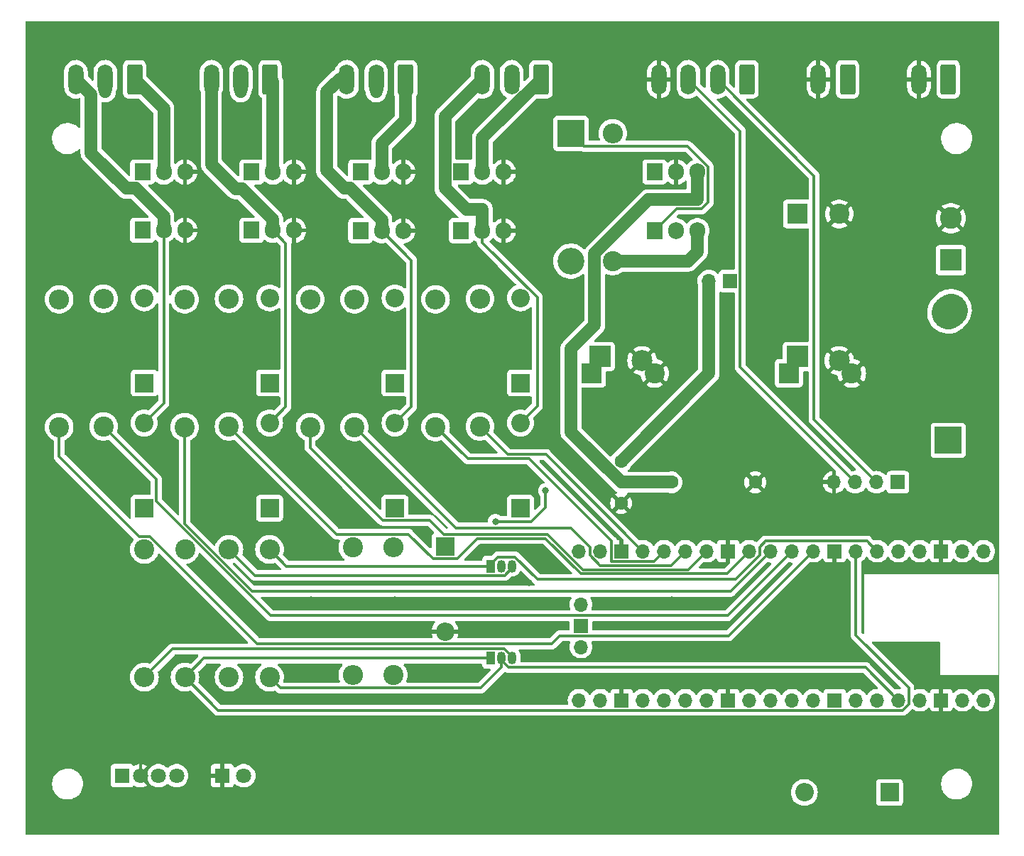
<source format=gbr>
%TF.GenerationSoftware,KiCad,Pcbnew,7.0.7+dfsg-1*%
%TF.CreationDate,2024-04-04T17:52:09+01:00*%
%TF.ProjectId,point-controller,706f696e-742d-4636-9f6e-74726f6c6c65,rev?*%
%TF.SameCoordinates,Original*%
%TF.FileFunction,Copper,L2,Bot*%
%TF.FilePolarity,Positive*%
%FSLAX46Y46*%
G04 Gerber Fmt 4.6, Leading zero omitted, Abs format (unit mm)*
G04 Created by KiCad (PCBNEW 7.0.7+dfsg-1) date 2024-04-04 17:52:09*
%MOMM*%
%LPD*%
G01*
G04 APERTURE LIST*
G04 Aperture macros list*
%AMRoundRect*
0 Rectangle with rounded corners*
0 $1 Rounding radius*
0 $2 $3 $4 $5 $6 $7 $8 $9 X,Y pos of 4 corners*
0 Add a 4 corners polygon primitive as box body*
4,1,4,$2,$3,$4,$5,$6,$7,$8,$9,$2,$3,0*
0 Add four circle primitives for the rounded corners*
1,1,$1+$1,$2,$3*
1,1,$1+$1,$4,$5*
1,1,$1+$1,$6,$7*
1,1,$1+$1,$8,$9*
0 Add four rect primitives between the rounded corners*
20,1,$1+$1,$2,$3,$4,$5,0*
20,1,$1+$1,$4,$5,$6,$7,0*
20,1,$1+$1,$6,$7,$8,$9,0*
20,1,$1+$1,$8,$9,$2,$3,0*%
G04 Aperture macros list end*
%TA.AperFunction,ComponentPad*%
%ADD10R,1.905000X2.000000*%
%TD*%
%TA.AperFunction,ComponentPad*%
%ADD11O,1.905000X2.000000*%
%TD*%
%TA.AperFunction,ComponentPad*%
%ADD12C,2.400000*%
%TD*%
%TA.AperFunction,ComponentPad*%
%ADD13O,2.400000X2.400000*%
%TD*%
%TA.AperFunction,ComponentPad*%
%ADD14R,1.800000X1.800000*%
%TD*%
%TA.AperFunction,ComponentPad*%
%ADD15C,1.800000*%
%TD*%
%TA.AperFunction,ComponentPad*%
%ADD16R,2.200000X2.200000*%
%TD*%
%TA.AperFunction,ComponentPad*%
%ADD17O,2.200000X2.200000*%
%TD*%
%TA.AperFunction,ComponentPad*%
%ADD18R,1.050000X1.500000*%
%TD*%
%TA.AperFunction,ComponentPad*%
%ADD19O,1.050000X1.500000*%
%TD*%
%TA.AperFunction,ComponentPad*%
%ADD20RoundRect,0.250000X0.650000X1.550000X-0.650000X1.550000X-0.650000X-1.550000X0.650000X-1.550000X0*%
%TD*%
%TA.AperFunction,ComponentPad*%
%ADD21O,1.800000X3.600000*%
%TD*%
%TA.AperFunction,ComponentPad*%
%ADD22R,3.200000X3.200000*%
%TD*%
%TA.AperFunction,ComponentPad*%
%ADD23O,3.200000X3.200000*%
%TD*%
%TA.AperFunction,ComponentPad*%
%ADD24C,1.600000*%
%TD*%
%TA.AperFunction,ComponentPad*%
%ADD25R,2.400000X2.400000*%
%TD*%
%TA.AperFunction,ComponentPad*%
%ADD26R,2.500000X2.500000*%
%TD*%
%TA.AperFunction,ComponentPad*%
%ADD27C,2.500000*%
%TD*%
%TA.AperFunction,ComponentPad*%
%ADD28R,2.600000X2.600000*%
%TD*%
%TA.AperFunction,ComponentPad*%
%ADD29C,2.600000*%
%TD*%
%TA.AperFunction,ComponentPad*%
%ADD30R,1.700000X1.700000*%
%TD*%
%TA.AperFunction,ComponentPad*%
%ADD31O,1.700000X1.700000*%
%TD*%
%TA.AperFunction,ViaPad*%
%ADD32C,0.800000*%
%TD*%
%TA.AperFunction,Conductor*%
%ADD33C,0.300000*%
%TD*%
%TA.AperFunction,Conductor*%
%ADD34C,1.500000*%
%TD*%
%TA.AperFunction,Conductor*%
%ADD35C,4.000000*%
%TD*%
%TA.AperFunction,Profile*%
%ADD36C,0.100000*%
%TD*%
G04 APERTURE END LIST*
D10*
%TO.P,Q7,1,G*%
%TO.N,Net-(Q7-G)*%
X57920000Y-40945000D03*
D11*
%TO.P,Q7,2,D*%
%TO.N,Net-(D10-A)*%
X60460000Y-40945000D03*
%TO.P,Q7,3,S*%
%TO.N,GND*%
X63000000Y-40945000D03*
%TD*%
D10*
%TO.P,Q1,1,G*%
%TO.N,CDU*%
X119000000Y-41000000D03*
D11*
%TO.P,Q1,2,D*%
%TO.N,+12V*%
X121540000Y-41000000D03*
%TO.P,Q1,3,S*%
%TO.N,Net-(Q1-S)*%
X124080000Y-41000000D03*
%TD*%
D12*
%TO.P,R10,1*%
%TO.N,Point 2A*%
X62959089Y-64419999D03*
D13*
%TO.P,R10,2*%
%TO.N,Net-(Q4-G)*%
X62959089Y-49179999D03*
%TD*%
D14*
%TO.P,D4,1,K*%
%TO.N,GND*%
X67460000Y-106000000D03*
D15*
%TO.P,D4,2,A*%
%TO.N,Net-(D4-A)*%
X70000000Y-106000000D03*
%TD*%
D10*
%TO.P,Q9,1,G*%
%TO.N,Net-(Q9-G)*%
X83920000Y-41000000D03*
D11*
%TO.P,Q9,2,D*%
%TO.N,Net-(D12-A)*%
X86460000Y-41000000D03*
%TO.P,Q9,3,S*%
%TO.N,GND*%
X89000000Y-41000000D03*
%TD*%
D16*
%TO.P,D3,1,K*%
%TO.N,CDU*%
X94000000Y-78660000D03*
D17*
%TO.P,D3,2,A*%
%TO.N,GND*%
X94000000Y-88820000D03*
%TD*%
D18*
%TO.P,Q2,1,S*%
%TO.N,I2C SDA*%
X99460000Y-81000000D03*
D19*
%TO.P,Q2,2,G*%
%TO.N,+3.3V*%
X100730000Y-81000000D03*
%TO.P,Q2,3,D*%
%TO.N,I2C 5V SDA*%
X102000000Y-81000000D03*
%TD*%
D16*
%TO.P,D14,1,K*%
%TO.N,CDU*%
X88040904Y-59160000D03*
D17*
%TO.P,D14,2,A*%
%TO.N,Net-(D14-A)*%
X88040904Y-49000000D03*
%TD*%
D20*
%TO.P,J9,1,Pin_1*%
%TO.N,Net-(D14-A)*%
X89296666Y-22932500D03*
D21*
%TO.P,J9,2,Pin_2*%
%TO.N,CDU*%
X85796666Y-22932500D03*
%TO.P,J9,3,Pin_3*%
%TO.N,Net-(D12-A)*%
X82296666Y-22932500D03*
%TD*%
D22*
%TO.P,D1,1,K*%
%TO.N,+12V*%
X154000000Y-66000000D03*
D23*
%TO.P,D1,2,A*%
%TO.N,Net-(D1-A)*%
X154000000Y-50760000D03*
%TD*%
D10*
%TO.P,Q5,1,G*%
%TO.N,Net-(Q5-G)*%
X70920000Y-40945000D03*
D11*
%TO.P,Q5,2,D*%
%TO.N,Net-(D8-A)*%
X73460000Y-40945000D03*
%TO.P,Q5,3,S*%
%TO.N,GND*%
X76000000Y-40945000D03*
%TD*%
D12*
%TO.P,R9,1*%
%TO.N,Point 1B*%
X53286363Y-64340000D03*
D13*
%TO.P,R9,2*%
%TO.N,Net-(Q7-G)*%
X53286363Y-49100000D03*
%TD*%
D18*
%TO.P,Q3,1,S*%
%TO.N,I2C SCL*%
X99460000Y-92000000D03*
D19*
%TO.P,Q3,2,G*%
%TO.N,+3.3V*%
X100730000Y-92000000D03*
%TO.P,Q3,3,D*%
%TO.N,I2C 5V SCL*%
X102000000Y-92000000D03*
%TD*%
D10*
%TO.P,Q6,1,G*%
%TO.N,Net-(Q6-G)*%
X57920000Y-34000000D03*
D11*
%TO.P,Q6,2,D*%
%TO.N,Net-(D9-A)*%
X60460000Y-34000000D03*
%TO.P,Q6,3,S*%
%TO.N,GND*%
X63000000Y-34000000D03*
%TD*%
D16*
%TO.P,D7,1,K*%
%TO.N,CDU*%
X73081815Y-59160000D03*
D17*
%TO.P,D7,2,A*%
%TO.N,Net-(D7-A)*%
X73081815Y-49000000D03*
%TD*%
D24*
%TO.P,C4,1*%
%TO.N,Net-(JP1-B)*%
X115000000Y-68500000D03*
%TO.P,C4,2*%
%TO.N,GND*%
X115000000Y-73500000D03*
%TD*%
D12*
%TO.P,R3,1*%
%TO.N,+12V*%
X87836370Y-94000000D03*
D13*
%TO.P,R3,2*%
%TO.N,CDU*%
X87836370Y-78760000D03*
%TD*%
D20*
%TO.P,J3,1,Pin_1*%
%TO.N,+5V*%
X130000000Y-22932500D03*
D21*
%TO.P,J3,2,Pin_2*%
%TO.N,I2C 5V SDA*%
X126500000Y-22932500D03*
%TO.P,J3,3,Pin_3*%
%TO.N,I2C 5V SCL*%
X123000000Y-22932500D03*
%TO.P,J3,4,Pin_4*%
%TO.N,GND*%
X119500000Y-22932500D03*
%TD*%
D12*
%TO.P,R6,1*%
%TO.N,+3.3V*%
X63000000Y-79000000D03*
D13*
%TO.P,R6,2*%
%TO.N,I2C SCL*%
X63000000Y-94240000D03*
%TD*%
D20*
%TO.P,J5,1,Pin_1*%
%TO.N,+5V*%
X142000000Y-22932500D03*
D21*
%TO.P,J5,2,Pin_2*%
%TO.N,GND*%
X138500000Y-22932500D03*
%TD*%
D16*
%TO.P,D12,1,K*%
%TO.N,CDU*%
X88040904Y-74080000D03*
D17*
%TO.P,D12,2,A*%
%TO.N,Net-(D12-A)*%
X88040904Y-63920000D03*
%TD*%
D12*
%TO.P,R11,1*%
%TO.N,Point 2B*%
X68245452Y-64340000D03*
D13*
%TO.P,R11,2*%
%TO.N,Net-(Q5-G)*%
X68245452Y-49100000D03*
%TD*%
D25*
%TO.P,C3,1*%
%TO.N,Net-(D2-A)*%
X135000000Y-58000000D03*
D26*
X136000000Y-56000000D03*
D27*
%TO.P,C3,2*%
%TO.N,GND*%
X141000000Y-56500000D03*
D12*
X142500000Y-58000000D03*
%TD*%
D10*
%TO.P,U1,1,IN*%
%TO.N,Net-(JP1-B)*%
X119000000Y-34000000D03*
D11*
%TO.P,U1,2,GND*%
%TO.N,GND*%
X121540000Y-34000000D03*
%TO.P,U1,3,OUT*%
%TO.N,+5V*%
X124080000Y-34000000D03*
%TD*%
D16*
%TO.P,D8,1,K*%
%TO.N,CDU*%
X73081815Y-74080000D03*
D17*
%TO.P,D8,2,A*%
%TO.N,Net-(D8-A)*%
X73081815Y-63920000D03*
%TD*%
D16*
%TO.P,D13,1,K*%
%TO.N,CDU*%
X103000000Y-59160000D03*
D17*
%TO.P,D13,2,A*%
%TO.N,Net-(D13-A)*%
X103000000Y-49000000D03*
%TD*%
D22*
%TO.P,D2,1,K*%
%TO.N,CDU*%
X109000000Y-29380000D03*
D23*
%TO.P,D2,2,A*%
%TO.N,Net-(D2-A)*%
X109000000Y-44620000D03*
%TD*%
D12*
%TO.P,R14,1*%
%TO.N,Point 4A*%
X92877267Y-64419999D03*
D13*
%TO.P,R14,2*%
%TO.N,Net-(Q10-G)*%
X92877267Y-49179999D03*
%TD*%
D20*
%TO.P,J8,1,Pin_1*%
%TO.N,Net-(D13-A)*%
X105445000Y-22932500D03*
D21*
%TO.P,J8,2,Pin_2*%
%TO.N,CDU*%
X101945000Y-22932500D03*
%TO.P,J8,3,Pin_3*%
%TO.N,Net-(D11-A)*%
X98445000Y-22932500D03*
%TD*%
D28*
%TO.P,J1,1,Pin_1*%
%TO.N,Net-(D1-A)*%
X154305000Y-44500000D03*
D29*
%TO.P,J1,2,Pin_2*%
%TO.N,GND*%
X154305000Y-39500000D03*
%TD*%
D30*
%TO.P,JP1,1,A*%
%TO.N,+12V*%
X128000000Y-47000000D03*
D31*
%TO.P,JP1,2,B*%
%TO.N,Net-(JP1-B)*%
X125460000Y-47000000D03*
%TD*%
D16*
%TO.P,D11,1,K*%
%TO.N,CDU*%
X103000000Y-74080000D03*
D17*
%TO.P,D11,2,A*%
%TO.N,Net-(D11-A)*%
X103000000Y-63920000D03*
%TD*%
D25*
%TO.P,C1,1*%
%TO.N,+12V*%
X136000000Y-39000000D03*
D12*
%TO.P,C1,2*%
%TO.N,GND*%
X141000000Y-39000000D03*
%TD*%
D10*
%TO.P,Q8,1,G*%
%TO.N,Net-(Q8-G)*%
X95920000Y-41000000D03*
D11*
%TO.P,Q8,2,D*%
%TO.N,Net-(D11-A)*%
X98460000Y-41000000D03*
%TO.P,Q8,3,S*%
%TO.N,GND*%
X101000000Y-41000000D03*
%TD*%
D16*
%TO.P,D9,1,K*%
%TO.N,CDU*%
X58122726Y-59160000D03*
D17*
%TO.P,D9,2,A*%
%TO.N,Net-(D9-A)*%
X58122726Y-49000000D03*
%TD*%
D12*
%TO.P,R1,1*%
%TO.N,Net-(Q1-S)*%
X114000000Y-44620000D03*
D13*
%TO.P,R1,2*%
%TO.N,Net-(D2-A)*%
X114000000Y-29380000D03*
%TD*%
D12*
%TO.P,R8,1*%
%TO.N,Point 1A*%
X48000000Y-64419999D03*
D13*
%TO.P,R8,2*%
%TO.N,Net-(Q6-G)*%
X48000000Y-49179999D03*
%TD*%
D20*
%TO.P,J6,1,Pin_1*%
%TO.N,Net-(D7-A)*%
X73148333Y-22932500D03*
D21*
%TO.P,J6,2,Pin_2*%
%TO.N,CDU*%
X69648333Y-22932500D03*
%TO.P,J6,3,Pin_3*%
%TO.N,Net-(D8-A)*%
X66148333Y-22932500D03*
%TD*%
D12*
%TO.P,R12,1*%
%TO.N,Point 3A*%
X77918178Y-64419999D03*
D13*
%TO.P,R12,2*%
%TO.N,Net-(Q11-G)*%
X77918178Y-49179999D03*
%TD*%
D12*
%TO.P,R2,1*%
%TO.N,Net-(D2-A)*%
X83000000Y-78760000D03*
D13*
%TO.P,R2,2*%
%TO.N,Net-(D4-A)*%
X83000000Y-94000000D03*
%TD*%
D24*
%TO.P,C5,1*%
%TO.N,+5V*%
X121000000Y-71000000D03*
%TO.P,C5,2*%
%TO.N,GND*%
X131000000Y-71000000D03*
%TD*%
D10*
%TO.P,Q11,1,G*%
%TO.N,Net-(Q11-G)*%
X83920000Y-34000000D03*
D11*
%TO.P,Q11,2,D*%
%TO.N,Net-(D14-A)*%
X86460000Y-34000000D03*
%TO.P,Q11,3,S*%
%TO.N,GND*%
X89000000Y-34000000D03*
%TD*%
D20*
%TO.P,J7,1,Pin_1*%
%TO.N,Net-(D9-A)*%
X57000000Y-22932500D03*
D21*
%TO.P,J7,2,Pin_2*%
%TO.N,CDU*%
X53500000Y-22932500D03*
%TO.P,J7,3,Pin_3*%
%TO.N,Net-(D10-A)*%
X50000000Y-22932500D03*
%TD*%
D12*
%TO.P,R5,1*%
%TO.N,+5V*%
X68245452Y-94240000D03*
D13*
%TO.P,R5,2*%
%TO.N,I2C 5V SDA*%
X68245452Y-79000000D03*
%TD*%
D20*
%TO.P,J2,1,Pin_1*%
%TO.N,+12V*%
X154000000Y-22932500D03*
D21*
%TO.P,J2,2,Pin_2*%
%TO.N,GND*%
X150500000Y-22932500D03*
%TD*%
D14*
%TO.P,D6,1,DOUT*%
%TO.N,unconnected-(D6-DOUT-Pad1)*%
X55523000Y-106000000D03*
D15*
%TO.P,D6,2,GND*%
%TO.N,GND*%
X57682000Y-106000000D03*
%TO.P,D6,3,VDD*%
%TO.N,+5V*%
X59841000Y-106000000D03*
%TO.P,D6,4,DIN*%
%TO.N,Status*%
X62000000Y-106000000D03*
%TD*%
D31*
%TO.P,U2,1,GPIO0*%
%TO.N,unconnected-(U2-GPIO0-Pad1)*%
X158240000Y-79220000D03*
%TO.P,U2,2,GPIO1*%
%TO.N,unconnected-(U2-GPIO1-Pad2)*%
X155700000Y-79220000D03*
D30*
%TO.P,U2,3,GND*%
%TO.N,GND*%
X153160000Y-79220000D03*
D31*
%TO.P,U2,4,GPIO2*%
%TO.N,unconnected-(U2-GPIO2-Pad4)*%
X150620000Y-79220000D03*
%TO.P,U2,5,GPIO3*%
%TO.N,unconnected-(U2-GPIO3-Pad5)*%
X148080000Y-79220000D03*
%TO.P,U2,6,GPIO4*%
%TO.N,I2C SDA*%
X145540000Y-79220000D03*
%TO.P,U2,7,GPIO5*%
%TO.N,I2C SCL*%
X143000000Y-79220000D03*
D30*
%TO.P,U2,8,GND*%
%TO.N,GND*%
X140460000Y-79220000D03*
D31*
%TO.P,U2,9,GPIO6*%
%TO.N,Point 1A*%
X137920000Y-79220000D03*
%TO.P,U2,10,GPIO7*%
%TO.N,Point 1B*%
X135380000Y-79220000D03*
%TO.P,U2,11,GPIO8*%
%TO.N,Point 2A*%
X132840000Y-79220000D03*
%TO.P,U2,12,GPIO9*%
%TO.N,Point 2B*%
X130300000Y-79220000D03*
D30*
%TO.P,U2,13,GND*%
%TO.N,GND*%
X127760000Y-79220000D03*
D31*
%TO.P,U2,14,GPIO10*%
%TO.N,Point 3A*%
X125220000Y-79220000D03*
%TO.P,U2,15,GPIO11*%
%TO.N,Point 3B*%
X122680000Y-79220000D03*
%TO.P,U2,16,GPIO12*%
%TO.N,Point 4A*%
X120140000Y-79220000D03*
%TO.P,U2,17,GPIO13*%
%TO.N,Point 4B*%
X117600000Y-79220000D03*
D30*
%TO.P,U2,18,GND*%
%TO.N,GND*%
X115060000Y-79220000D03*
D31*
%TO.P,U2,19,GPIO14*%
%TO.N,Status*%
X112520000Y-79220000D03*
%TO.P,U2,20,GPIO15*%
%TO.N,unconnected-(U2-GPIO15-Pad20)*%
X109980000Y-79220000D03*
%TO.P,U2,21,GPIO16*%
%TO.N,unconnected-(U2-GPIO16-Pad21)*%
X109980000Y-97000000D03*
%TO.P,U2,22,GPIO17*%
%TO.N,unconnected-(U2-GPIO17-Pad22)*%
X112520000Y-97000000D03*
D30*
%TO.P,U2,23,GND*%
%TO.N,GND*%
X115060000Y-97000000D03*
D31*
%TO.P,U2,24,GPIO18*%
%TO.N,unconnected-(U2-GPIO18-Pad24)*%
X117600000Y-97000000D03*
%TO.P,U2,25,GPIO19*%
%TO.N,unconnected-(U2-GPIO19-Pad25)*%
X120140000Y-97000000D03*
%TO.P,U2,26,GPIO20*%
%TO.N,unconnected-(U2-GPIO20-Pad26)*%
X122680000Y-97000000D03*
%TO.P,U2,27,GPIO21*%
%TO.N,unconnected-(U2-GPIO21-Pad27)*%
X125220000Y-97000000D03*
D30*
%TO.P,U2,28,GND*%
%TO.N,GND*%
X127760000Y-97000000D03*
D31*
%TO.P,U2,29,GPIO22*%
%TO.N,unconnected-(U2-GPIO22-Pad29)*%
X130300000Y-97000000D03*
%TO.P,U2,30,RUN*%
%TO.N,unconnected-(U2-RUN-Pad30)*%
X132840000Y-97000000D03*
%TO.P,U2,31,GPIO26_ADC0*%
%TO.N,unconnected-(U2-GPIO26_ADC0-Pad31)*%
X135380000Y-97000000D03*
%TO.P,U2,32,GPIO27_ADC1*%
%TO.N,unconnected-(U2-GPIO27_ADC1-Pad32)*%
X137920000Y-97000000D03*
D30*
%TO.P,U2,33,AGND*%
%TO.N,unconnected-(U2-AGND-Pad33)*%
X140460000Y-97000000D03*
D31*
%TO.P,U2,34,GPIO28_ADC2*%
%TO.N,unconnected-(U2-GPIO28_ADC2-Pad34)*%
X143000000Y-97000000D03*
%TO.P,U2,35,ADC_VREF*%
%TO.N,unconnected-(U2-ADC_VREF-Pad35)*%
X145540000Y-97000000D03*
%TO.P,U2,36,3V3*%
%TO.N,+3.3V*%
X148080000Y-97000000D03*
%TO.P,U2,37,3V3_EN*%
%TO.N,unconnected-(U2-3V3_EN-Pad37)*%
X150620000Y-97000000D03*
D30*
%TO.P,U2,38,GND*%
%TO.N,GND*%
X153160000Y-97000000D03*
D31*
%TO.P,U2,39,VSYS*%
%TO.N,Net-(D5-K)*%
X155700000Y-97000000D03*
%TO.P,U2,40,VBUS*%
%TO.N,unconnected-(U2-VBUS-Pad40)*%
X158240000Y-97000000D03*
%TO.P,U2,41,SWCLK*%
%TO.N,unconnected-(U2-SWCLK-Pad41)*%
X110210000Y-85570000D03*
D30*
%TO.P,U2,42,GND*%
%TO.N,unconnected-(U2-GND-Pad42)*%
X110210000Y-88110000D03*
D31*
%TO.P,U2,43,SWDIO*%
%TO.N,unconnected-(U2-SWDIO-Pad43)*%
X110210000Y-90650000D03*
%TD*%
D12*
%TO.P,R15,1*%
%TO.N,Point 4B*%
X98163630Y-64340000D03*
D13*
%TO.P,R15,2*%
%TO.N,Net-(Q8-G)*%
X98163630Y-49100000D03*
%TD*%
D16*
%TO.P,D5,1,K*%
%TO.N,Net-(D5-K)*%
X147000000Y-108000000D03*
D17*
%TO.P,D5,2,A*%
%TO.N,+5V*%
X136840000Y-108000000D03*
%TD*%
D30*
%TO.P,J4,1,Pin_1*%
%TO.N,+5V*%
X148000000Y-71000000D03*
D31*
%TO.P,J4,2,Pin_2*%
%TO.N,I2C 5V SDA*%
X145460000Y-71000000D03*
%TO.P,J4,3,Pin_3*%
%TO.N,I2C 5V SCL*%
X142920000Y-71000000D03*
%TO.P,J4,4,Pin_4*%
%TO.N,GND*%
X140380000Y-71000000D03*
%TD*%
D12*
%TO.P,R7,1*%
%TO.N,+5V*%
X58163637Y-79000000D03*
D13*
%TO.P,R7,2*%
%TO.N,I2C 5V SCL*%
X58163637Y-94240000D03*
%TD*%
D12*
%TO.P,R4,1*%
%TO.N,+3.3V*%
X73081815Y-94240000D03*
D13*
%TO.P,R4,2*%
%TO.N,I2C SDA*%
X73081815Y-79000000D03*
%TD*%
D12*
%TO.P,R13,1*%
%TO.N,Point 3B*%
X83204541Y-64419999D03*
D13*
%TO.P,R13,2*%
%TO.N,Net-(Q9-G)*%
X83204541Y-49179999D03*
%TD*%
D16*
%TO.P,D10,1,K*%
%TO.N,CDU*%
X58122726Y-74080000D03*
D17*
%TO.P,D10,2,A*%
%TO.N,Net-(D10-A)*%
X58122726Y-63920000D03*
%TD*%
D10*
%TO.P,Q4,1,G*%
%TO.N,Net-(Q4-G)*%
X70920000Y-34000000D03*
D11*
%TO.P,Q4,2,D*%
%TO.N,Net-(D7-A)*%
X73460000Y-34000000D03*
%TO.P,Q4,3,S*%
%TO.N,GND*%
X76000000Y-34000000D03*
%TD*%
D10*
%TO.P,Q10,1,G*%
%TO.N,Net-(Q10-G)*%
X95920000Y-34000000D03*
D11*
%TO.P,Q10,2,D*%
%TO.N,Net-(D13-A)*%
X98460000Y-34000000D03*
%TO.P,Q10,3,S*%
%TO.N,GND*%
X101000000Y-34000000D03*
%TD*%
D25*
%TO.P,C2,1*%
%TO.N,Net-(D2-A)*%
X111487246Y-58000000D03*
D26*
X112487246Y-56000000D03*
D27*
%TO.P,C2,2*%
%TO.N,GND*%
X117487246Y-56500000D03*
D12*
X118987246Y-58000000D03*
%TD*%
D32*
%TO.N,GND*%
X64500000Y-37000000D03*
X78000000Y-85000000D03*
X123250000Y-28750000D03*
X104750000Y-80000000D03*
X128500000Y-76000000D03*
X139000000Y-104000000D03*
X121000000Y-85000000D03*
X78000000Y-94000000D03*
X134000000Y-48000000D03*
X88000000Y-85000000D03*
X126000000Y-104000000D03*
X93750000Y-47177380D03*
X93000000Y-94000000D03*
X132000000Y-39000000D03*
X121000000Y-88000000D03*
X59250000Y-101500000D03*
X104000000Y-83000000D03*
X70000000Y-100750000D03*
X111000000Y-95000000D03*
X116500000Y-94500000D03*
X97250000Y-75000000D03*
%TO.N,Net-(D2-A)*%
X106000000Y-72000000D03*
X100000000Y-75684053D03*
%TD*%
D33*
%TO.N,GND*%
X67460000Y-106000000D02*
X67460000Y-103290000D01*
X127760000Y-79220000D02*
X127760000Y-76740000D01*
X67460000Y-103290000D02*
X70000000Y-100750000D01*
X127760000Y-76740000D02*
X128500000Y-76000000D01*
X63000000Y-38500000D02*
X64500000Y-37000000D01*
X57682000Y-103068000D02*
X59250000Y-101500000D01*
X63000000Y-40945000D02*
X63000000Y-38500000D01*
X57682000Y-106000000D02*
X57682000Y-103068000D01*
%TO.N,Net-(D2-A)*%
X106000000Y-73980000D02*
X106000000Y-72000000D01*
X100000000Y-75684053D02*
X104295947Y-75684053D01*
X104295947Y-75684053D02*
X106000000Y-73980000D01*
D34*
%TO.N,Net-(JP1-B)*%
X125460000Y-58040000D02*
X125460000Y-47000000D01*
X115000000Y-68500000D02*
X125460000Y-58040000D01*
%TO.N,+5V*%
X109000000Y-55087246D02*
X109000000Y-65000000D01*
X111850000Y-52237246D02*
X109000000Y-55087246D01*
X124080000Y-34000000D02*
X124080000Y-37298041D01*
X111850000Y-43729440D02*
X111850000Y-52237246D01*
X118281399Y-37298041D02*
X111850000Y-43729440D01*
X142000000Y-22932500D02*
X142000000Y-22948795D01*
X109000000Y-65000000D02*
X115000000Y-71000000D01*
X115000000Y-71000000D02*
X121000000Y-71000000D01*
X124080000Y-37298041D02*
X118281399Y-37298041D01*
D35*
%TO.N,Net-(D1-A)*%
X154305000Y-50455000D02*
X154000000Y-50760000D01*
D33*
%TO.N,CDU*%
X124601959Y-38398041D02*
X125382500Y-37617500D01*
D34*
X69648333Y-24432500D02*
X69648333Y-22932500D01*
D33*
X119000000Y-41000000D02*
X121601959Y-38398041D01*
D34*
X85796666Y-24432500D02*
X85796666Y-22932500D01*
D33*
X110550000Y-30930000D02*
X109000000Y-29380000D01*
D34*
X53500000Y-24432500D02*
X53500000Y-22932500D01*
D33*
X121601959Y-38398041D02*
X124601959Y-38398041D01*
X122930000Y-30930000D02*
X110550000Y-30930000D01*
X125382500Y-33382500D02*
X122930000Y-30930000D01*
X125382500Y-37617500D02*
X125382500Y-33382500D01*
D34*
%TO.N,Net-(D7-A)*%
X73460000Y-23244167D02*
X73148333Y-22932500D01*
X73460000Y-34000000D02*
X73460000Y-23244167D01*
D33*
%TO.N,Net-(D8-A)*%
X73081815Y-63920000D02*
X75000000Y-62001815D01*
D34*
X69822500Y-36000000D02*
X69067500Y-36000000D01*
X73460000Y-39637500D02*
X69822500Y-36000000D01*
X69067500Y-36000000D02*
X66148333Y-33080833D01*
X73460000Y-40945000D02*
X73460000Y-39637500D01*
X66148333Y-33080833D02*
X66148333Y-22932500D01*
D33*
X75000000Y-62001815D02*
X75000000Y-42485000D01*
X75000000Y-42485000D02*
X73460000Y-40945000D01*
D34*
%TO.N,Net-(D9-A)*%
X60460000Y-34000000D02*
X60460000Y-26392500D01*
X60460000Y-26392500D02*
X57000000Y-22932500D01*
D33*
%TO.N,Net-(D10-A)*%
X60460000Y-61582726D02*
X60460000Y-40945000D01*
D34*
X60460000Y-40945000D02*
X60460000Y-39278041D01*
D33*
X58122726Y-63920000D02*
X60460000Y-61582726D01*
D34*
X60460000Y-39278041D02*
X57131959Y-35950000D01*
X51800000Y-31732500D02*
X51800000Y-24732500D01*
X57131959Y-35950000D02*
X56017500Y-35950000D01*
X51800000Y-24732500D02*
X50000000Y-22932500D01*
X56017500Y-35950000D02*
X51800000Y-31732500D01*
D33*
%TO.N,Net-(D11-A)*%
X105000000Y-48949390D02*
X98460000Y-42409390D01*
D34*
X96527500Y-38460000D02*
X94000000Y-35932500D01*
D33*
X98460000Y-42409390D02*
X98460000Y-41000000D01*
D34*
X94000000Y-27377500D02*
X98445000Y-22932500D01*
X98460000Y-41000000D02*
X98460000Y-38460000D01*
X98460000Y-38460000D02*
X96527500Y-38460000D01*
X94000000Y-35932500D02*
X94000000Y-27377500D01*
D33*
X103000000Y-63920000D02*
X105000000Y-61920000D01*
X105000000Y-61920000D02*
X105000000Y-48949390D01*
D34*
%TO.N,Net-(D12-A)*%
X82722500Y-35950000D02*
X82017500Y-35950000D01*
D33*
X88040904Y-63920000D02*
X90000000Y-61960904D01*
D34*
X86460000Y-39687500D02*
X82722500Y-35950000D01*
X81396666Y-22932500D02*
X82296666Y-22932500D01*
X79896666Y-24432500D02*
X81396666Y-22932500D01*
D33*
X90000000Y-61960904D02*
X90000000Y-44540000D01*
D34*
X82017500Y-35950000D02*
X79896666Y-33829166D01*
X86460000Y-41000000D02*
X86460000Y-39687500D01*
X79896666Y-33829166D02*
X79896666Y-24432500D01*
D33*
X90000000Y-44540000D02*
X86460000Y-41000000D01*
D34*
%TO.N,Net-(D13-A)*%
X105445000Y-22948795D02*
X105445000Y-22932500D01*
X98460000Y-34000000D02*
X98460000Y-29933795D01*
X98460000Y-29933795D02*
X105445000Y-22948795D01*
%TO.N,Net-(D14-A)*%
X86460000Y-30612129D02*
X89296666Y-27775463D01*
X86460000Y-34000000D02*
X86460000Y-30612129D01*
X89296666Y-27775463D02*
X89296666Y-22932500D01*
D33*
%TO.N,I2C 5V SDA*%
X138000000Y-34432500D02*
X138000000Y-63540000D01*
X68245452Y-79000000D02*
X71345452Y-82100000D01*
X102000000Y-81225000D02*
X102000000Y-81000000D01*
X126500000Y-22932500D02*
X138000000Y-34432500D01*
X101125000Y-82100000D02*
X102000000Y-81225000D01*
X138000000Y-63540000D02*
X145460000Y-71000000D01*
X71345452Y-82100000D02*
X101125000Y-82100000D01*
%TO.N,I2C 5V SCL*%
X101092437Y-90900000D02*
X102000000Y-91807563D01*
X102000000Y-91807563D02*
X102000000Y-92000000D01*
X61503637Y-90900000D02*
X101092437Y-90900000D01*
X129200000Y-29132500D02*
X123000000Y-22932500D01*
X58163637Y-94240000D02*
X61503637Y-90900000D01*
X142920000Y-71000000D02*
X129200000Y-57280000D01*
X129200000Y-57280000D02*
X129200000Y-29132500D01*
D34*
%TO.N,Net-(Q1-S)*%
X124080000Y-43500000D02*
X124080000Y-41000000D01*
X114000000Y-44620000D02*
X122960000Y-44620000D01*
X122960000Y-44620000D02*
X124080000Y-43500000D01*
D33*
%TO.N,I2C SDA*%
X144340000Y-78020000D02*
X132202943Y-78020000D01*
X131500000Y-79717057D02*
X128617057Y-82600000D01*
X105062437Y-82600000D02*
X102362437Y-79900000D01*
X102362437Y-79900000D02*
X100335000Y-79900000D01*
X73081815Y-79000000D02*
X75081815Y-81000000D01*
X145540000Y-79220000D02*
X144340000Y-78020000D01*
X132202943Y-78020000D02*
X131500000Y-78722943D01*
X99460000Y-80775000D02*
X99460000Y-81000000D01*
X75081815Y-81000000D02*
X99460000Y-81000000D01*
X128617057Y-82600000D02*
X105062437Y-82600000D01*
X100335000Y-79900000D02*
X99460000Y-80775000D01*
X131500000Y-78722943D02*
X131500000Y-79717057D01*
%TO.N,+3.3V*%
X148080000Y-97000000D02*
X144180000Y-93100000D01*
X100730000Y-93050000D02*
X98230000Y-95550000D01*
X74391815Y-95550000D02*
X73081815Y-94240000D01*
X100730000Y-92225000D02*
X100730000Y-92000000D01*
X98230000Y-95550000D02*
X74391815Y-95550000D01*
X100730000Y-92000000D02*
X100730000Y-93050000D01*
X144180000Y-93100000D02*
X101605000Y-93100000D01*
X101605000Y-93100000D02*
X100730000Y-92225000D01*
%TO.N,I2C SCL*%
X148577057Y-98200000D02*
X66960000Y-98200000D01*
X149280000Y-97497057D02*
X149280000Y-95492132D01*
X66960000Y-98200000D02*
X63000000Y-94240000D01*
X149280000Y-97497057D02*
X148577057Y-98200000D01*
X143000000Y-89212132D02*
X143000000Y-79220000D01*
X65240000Y-92000000D02*
X99460000Y-92000000D01*
X149280000Y-95492132D02*
X143000000Y-89212132D01*
X63000000Y-94240000D02*
X65240000Y-92000000D01*
%TO.N,Point 1A*%
X107700000Y-89310000D02*
X127830000Y-89310000D01*
X58805669Y-77450000D02*
X71625669Y-90270000D01*
X48000000Y-64340000D02*
X48000000Y-67928395D01*
X57521605Y-77450000D02*
X58805669Y-77450000D01*
X48000000Y-67928395D02*
X57521605Y-77450000D01*
X127830000Y-89310000D02*
X137920000Y-79220000D01*
X106740000Y-90270000D02*
X107700000Y-89310000D01*
X71625669Y-90270000D02*
X106740000Y-90270000D01*
%TO.N,Point 1B*%
X127690000Y-86910000D02*
X135380000Y-79220000D01*
X59572726Y-70626363D02*
X59572726Y-73279832D01*
X53286363Y-64340000D02*
X59572726Y-70626363D01*
X59572726Y-73279832D02*
X73202894Y-86910000D01*
X73202894Y-86910000D02*
X127690000Y-86910000D01*
%TO.N,Point 2A*%
X62959089Y-75959089D02*
X71000000Y-84000000D01*
X128060000Y-84000000D02*
X132840000Y-79220000D01*
X71000000Y-84000000D02*
X128060000Y-84000000D01*
X62959089Y-64340000D02*
X62959089Y-75959089D01*
%TO.N,Point 2B*%
X68245452Y-64340000D02*
X81115452Y-77210000D01*
X106002894Y-77710000D02*
X110212894Y-81920000D01*
X81115452Y-77210000D02*
X89650000Y-77210000D01*
X97850000Y-77710000D02*
X106002894Y-77710000D01*
X89650000Y-77210000D02*
X92550000Y-80110000D01*
X127600000Y-81920000D02*
X130300000Y-79220000D01*
X92550000Y-80110000D02*
X95450000Y-80110000D01*
X110212894Y-81920000D02*
X127600000Y-81920000D01*
X95450000Y-80110000D02*
X97850000Y-77710000D01*
%TO.N,Point 3A*%
X93882509Y-77210000D02*
X92202509Y-75530000D01*
X86590904Y-75530000D02*
X77918178Y-66857274D01*
X106210000Y-77210000D02*
X110420000Y-81420000D01*
X93882509Y-77210000D02*
X106210000Y-77210000D01*
X123020000Y-81420000D02*
X125220000Y-79220000D01*
X92202509Y-75530000D02*
X86590904Y-75530000D01*
X110420000Y-81420000D02*
X123020000Y-81420000D01*
X77918178Y-66857274D02*
X77918178Y-64419999D01*
%TO.N,Point 3B*%
X112522943Y-80920000D02*
X120980000Y-80920000D01*
X95298094Y-76433553D02*
X109030610Y-76433553D01*
X111320000Y-78722943D02*
X111320000Y-79717057D01*
X83204541Y-64340000D02*
X95298094Y-76433553D01*
X120980000Y-80920000D02*
X122680000Y-79220000D01*
X109030610Y-76433553D02*
X111320000Y-78722943D01*
X111320000Y-79717057D02*
X112522943Y-80920000D01*
%TO.N,Point 4A*%
X113860000Y-78020000D02*
X113860000Y-80420000D01*
X118940000Y-80420000D02*
X120140000Y-79220000D01*
X96732267Y-68195000D02*
X104035000Y-68195000D01*
X104035000Y-68195000D02*
X113860000Y-78020000D01*
X113860000Y-80420000D02*
X118940000Y-80420000D01*
X92877267Y-64340000D02*
X96732267Y-68195000D01*
%TO.N,Point 4B*%
X106075000Y-67695000D02*
X117600000Y-79220000D01*
X101518630Y-67695000D02*
X106075000Y-67695000D01*
X98163630Y-64340000D02*
X101518630Y-67695000D01*
%TD*%
%TA.AperFunction,Conductor*%
%TO.N,GND*%
G36*
X127526930Y-24890911D02*
G01*
X127563973Y-24916419D01*
X137313181Y-34665627D01*
X137346666Y-34726950D01*
X137349500Y-34753308D01*
X137349500Y-37175500D01*
X137329815Y-37242539D01*
X137277011Y-37288294D01*
X137225500Y-37299500D01*
X134752129Y-37299500D01*
X134752123Y-37299501D01*
X134692516Y-37305908D01*
X134557671Y-37356202D01*
X134557664Y-37356206D01*
X134442455Y-37442452D01*
X134442452Y-37442455D01*
X134356206Y-37557664D01*
X134356202Y-37557671D01*
X134305908Y-37692517D01*
X134299501Y-37752116D01*
X134299500Y-37752135D01*
X134299500Y-40247870D01*
X134299501Y-40247876D01*
X134305908Y-40307483D01*
X134356202Y-40442328D01*
X134356206Y-40442335D01*
X134442452Y-40557544D01*
X134442455Y-40557547D01*
X134557664Y-40643793D01*
X134557671Y-40643797D01*
X134692517Y-40694091D01*
X134692516Y-40694091D01*
X134699444Y-40694835D01*
X134752127Y-40700500D01*
X137225500Y-40700499D01*
X137292539Y-40720184D01*
X137338294Y-40772987D01*
X137349500Y-40824499D01*
X137349500Y-54125500D01*
X137329815Y-54192539D01*
X137277011Y-54238294D01*
X137225500Y-54249500D01*
X134702129Y-54249500D01*
X134702123Y-54249501D01*
X134642516Y-54255908D01*
X134507671Y-54306202D01*
X134507664Y-54306206D01*
X134392455Y-54392452D01*
X134392452Y-54392455D01*
X134306206Y-54507664D01*
X134306202Y-54507671D01*
X134255908Y-54642517D01*
X134249501Y-54702116D01*
X134249499Y-54702135D01*
X134249499Y-56175500D01*
X134229814Y-56242540D01*
X134177010Y-56288294D01*
X134125499Y-56299500D01*
X133752130Y-56299500D01*
X133752123Y-56299501D01*
X133692516Y-56305908D01*
X133557671Y-56356202D01*
X133557664Y-56356206D01*
X133442455Y-56442452D01*
X133442452Y-56442455D01*
X133356206Y-56557664D01*
X133356202Y-56557671D01*
X133305908Y-56692517D01*
X133299501Y-56752116D01*
X133299500Y-56752135D01*
X133299500Y-59247870D01*
X133299501Y-59247876D01*
X133305908Y-59307483D01*
X133356202Y-59442328D01*
X133356206Y-59442335D01*
X133442452Y-59557544D01*
X133442455Y-59557547D01*
X133557664Y-59643793D01*
X133557671Y-59643797D01*
X133692517Y-59694091D01*
X133692516Y-59694091D01*
X133699444Y-59694835D01*
X133752127Y-59700500D01*
X136247872Y-59700499D01*
X136307483Y-59694091D01*
X136442331Y-59643796D01*
X136557546Y-59557546D01*
X136643796Y-59442331D01*
X136694091Y-59307483D01*
X136700500Y-59247873D01*
X136700499Y-57874498D01*
X136720184Y-57807460D01*
X136772987Y-57761705D01*
X136824499Y-57750499D01*
X137225500Y-57750499D01*
X137292539Y-57770184D01*
X137338294Y-57822988D01*
X137349500Y-57874499D01*
X137349500Y-63454494D01*
X137347732Y-63470505D01*
X137347974Y-63470528D01*
X137347240Y-63478294D01*
X137349500Y-63550203D01*
X137349500Y-63580920D01*
X137349501Y-63580940D01*
X137350418Y-63588206D01*
X137350876Y-63594024D01*
X137352402Y-63642567D01*
X137352403Y-63642570D01*
X137358323Y-63662948D01*
X137362268Y-63681996D01*
X137364928Y-63703054D01*
X137364931Y-63703064D01*
X137382813Y-63748230D01*
X137384705Y-63753758D01*
X137398254Y-63800395D01*
X137398255Y-63800397D01*
X137409060Y-63818666D01*
X137417617Y-63836134D01*
X137423226Y-63850300D01*
X137425432Y-63855872D01*
X137453983Y-63895170D01*
X137457188Y-63900049D01*
X137481919Y-63941865D01*
X137481923Y-63941869D01*
X137496925Y-63956871D01*
X137509563Y-63971669D01*
X137522033Y-63988833D01*
X137522036Y-63988836D01*
X137522037Y-63988837D01*
X137559476Y-64019809D01*
X137563776Y-64023722D01*
X140311822Y-66771768D01*
X142975091Y-69435037D01*
X143008576Y-69496360D01*
X143003592Y-69566052D01*
X142961720Y-69621985D01*
X142898218Y-69646246D01*
X142684590Y-69664937D01*
X142684589Y-69664937D01*
X142612008Y-69684384D01*
X142542158Y-69682720D01*
X142492236Y-69652290D01*
X129886819Y-57046872D01*
X129853334Y-56985549D01*
X129850500Y-56959191D01*
X129850500Y-29218001D01*
X129852268Y-29201989D01*
X129852026Y-29201967D01*
X129852758Y-29194209D01*
X129852760Y-29194203D01*
X129850499Y-29122296D01*
X129850500Y-29091575D01*
X129849578Y-29084286D01*
X129849122Y-29078480D01*
X129849099Y-29077755D01*
X129847597Y-29029931D01*
X129841676Y-29009553D01*
X129837731Y-28990504D01*
X129835071Y-28969442D01*
X129817185Y-28924269D01*
X129815296Y-28918749D01*
X129801743Y-28872100D01*
X129790940Y-28853834D01*
X129782378Y-28836356D01*
X129774568Y-28816629D01*
X129774565Y-28816625D01*
X129772016Y-28813116D01*
X129746014Y-28777327D01*
X129742811Y-28772451D01*
X129723272Y-28739413D01*
X129718081Y-28730635D01*
X129718079Y-28730633D01*
X129718078Y-28730631D01*
X129703075Y-28715629D01*
X129690435Y-28700830D01*
X129677961Y-28683660D01*
X129640528Y-28652694D01*
X129636206Y-28648760D01*
X126432639Y-25445193D01*
X126399154Y-25383870D01*
X126404138Y-25314178D01*
X126446010Y-25258245D01*
X126511474Y-25233828D01*
X126515038Y-25233625D01*
X126678532Y-25226680D01*
X126911581Y-25176454D01*
X127132790Y-25087564D01*
X127335795Y-24962569D01*
X127394368Y-24911017D01*
X127457697Y-24881502D01*
X127526930Y-24890911D01*
G37*
%TD.AperFunction*%
%TA.AperFunction,Conductor*%
G36*
X118089715Y-56749362D02*
G01*
X118096195Y-56755395D01*
X118659390Y-57318590D01*
X118692875Y-57379913D01*
X118687891Y-57449605D01*
X118647196Y-57504645D01*
X118559321Y-57572075D01*
X118559320Y-57572076D01*
X118491891Y-57659950D01*
X118435462Y-57701152D01*
X118365716Y-57705306D01*
X118305835Y-57672143D01*
X117746362Y-57112669D01*
X117712877Y-57051346D01*
X117717861Y-56981654D01*
X117754887Y-56932193D01*
X117753644Y-56930759D01*
X117760346Y-56924952D01*
X117869007Y-56830798D01*
X117904201Y-56776034D01*
X117957000Y-56730283D01*
X118026159Y-56720338D01*
X118089715Y-56749362D01*
G37*
%TD.AperFunction*%
%TA.AperFunction,Conductor*%
G36*
X141602469Y-56749362D02*
G01*
X141608949Y-56755395D01*
X142172144Y-57318590D01*
X142205629Y-57379913D01*
X142200645Y-57449605D01*
X142159950Y-57504645D01*
X142072075Y-57572075D01*
X142072074Y-57572076D01*
X142004645Y-57659950D01*
X141948216Y-57701152D01*
X141878470Y-57705306D01*
X141818589Y-57672143D01*
X141259116Y-57112669D01*
X141225631Y-57051346D01*
X141230615Y-56981654D01*
X141267641Y-56932193D01*
X141266398Y-56930759D01*
X141273100Y-56924952D01*
X141381761Y-56830798D01*
X141416955Y-56776034D01*
X141469754Y-56730283D01*
X141538913Y-56720338D01*
X141602469Y-56749362D01*
G37*
%TD.AperFunction*%
%TA.AperFunction,Conductor*%
G36*
X159942539Y-16020185D02*
G01*
X159988294Y-16072989D01*
X159999500Y-16124500D01*
X159999500Y-81876000D01*
X159979815Y-81943039D01*
X159927011Y-81988794D01*
X159875500Y-82000000D01*
X144000000Y-82000000D01*
X144000000Y-88992823D01*
X143980315Y-89059862D01*
X143927511Y-89105617D01*
X143858353Y-89115561D01*
X143794797Y-89086536D01*
X143788319Y-89080505D01*
X143753769Y-89045955D01*
X143686817Y-88979003D01*
X143653334Y-88917683D01*
X143650500Y-88891324D01*
X143650500Y-80477722D01*
X143670185Y-80410683D01*
X143703377Y-80376147D01*
X143764667Y-80333231D01*
X143871401Y-80258495D01*
X144038495Y-80091401D01*
X144168424Y-79905842D01*
X144223002Y-79862217D01*
X144292500Y-79855023D01*
X144354855Y-79886546D01*
X144371575Y-79905842D01*
X144501500Y-80091395D01*
X144501505Y-80091401D01*
X144668599Y-80258495D01*
X144695043Y-80277011D01*
X144862165Y-80394032D01*
X144862167Y-80394033D01*
X144862170Y-80394035D01*
X145076337Y-80493903D01*
X145304592Y-80555063D01*
X145475319Y-80570000D01*
X145539999Y-80575659D01*
X145540000Y-80575659D01*
X145540001Y-80575659D01*
X145604681Y-80570000D01*
X145775408Y-80555063D01*
X146003663Y-80493903D01*
X146217830Y-80394035D01*
X146411401Y-80258495D01*
X146578495Y-80091401D01*
X146708424Y-79905842D01*
X146763002Y-79862217D01*
X146832500Y-79855023D01*
X146894855Y-79886546D01*
X146911575Y-79905842D01*
X147041500Y-80091395D01*
X147041505Y-80091401D01*
X147208599Y-80258495D01*
X147235043Y-80277011D01*
X147402165Y-80394032D01*
X147402167Y-80394033D01*
X147402170Y-80394035D01*
X147616337Y-80493903D01*
X147844592Y-80555063D01*
X148015319Y-80570000D01*
X148079999Y-80575659D01*
X148080000Y-80575659D01*
X148080001Y-80575659D01*
X148144681Y-80570000D01*
X148315408Y-80555063D01*
X148543663Y-80493903D01*
X148757830Y-80394035D01*
X148951401Y-80258495D01*
X149118495Y-80091401D01*
X149248424Y-79905842D01*
X149303002Y-79862217D01*
X149372500Y-79855023D01*
X149434855Y-79886546D01*
X149451575Y-79905842D01*
X149581500Y-80091395D01*
X149581505Y-80091401D01*
X149748599Y-80258495D01*
X149775043Y-80277011D01*
X149942165Y-80394032D01*
X149942167Y-80394033D01*
X149942170Y-80394035D01*
X150156337Y-80493903D01*
X150384592Y-80555063D01*
X150555319Y-80570000D01*
X150619999Y-80575659D01*
X150620000Y-80575659D01*
X150620001Y-80575659D01*
X150684681Y-80570000D01*
X150855408Y-80555063D01*
X151083663Y-80493903D01*
X151297830Y-80394035D01*
X151491401Y-80258495D01*
X151613717Y-80136178D01*
X151675036Y-80102696D01*
X151744728Y-80107680D01*
X151800662Y-80149551D01*
X151817577Y-80180528D01*
X151866646Y-80312088D01*
X151866649Y-80312093D01*
X151952809Y-80427187D01*
X151952812Y-80427190D01*
X152067906Y-80513350D01*
X152067913Y-80513354D01*
X152202620Y-80563596D01*
X152202627Y-80563598D01*
X152262155Y-80569999D01*
X152262172Y-80570000D01*
X152910000Y-80570000D01*
X152910000Y-79842403D01*
X152929685Y-79775364D01*
X152982489Y-79729609D01*
X153051646Y-79719665D01*
X153123527Y-79730000D01*
X153123530Y-79730000D01*
X153196470Y-79730000D01*
X153196473Y-79730000D01*
X153268353Y-79719665D01*
X153337512Y-79729609D01*
X153390316Y-79775364D01*
X153410000Y-79842403D01*
X153410000Y-80570000D01*
X154057828Y-80570000D01*
X154057844Y-80569999D01*
X154117372Y-80563598D01*
X154117379Y-80563596D01*
X154252086Y-80513354D01*
X154252093Y-80513350D01*
X154367187Y-80427190D01*
X154367190Y-80427187D01*
X154453350Y-80312093D01*
X154453354Y-80312086D01*
X154502422Y-80180529D01*
X154544293Y-80124595D01*
X154609757Y-80100178D01*
X154678030Y-80115030D01*
X154706285Y-80136181D01*
X154828599Y-80258495D01*
X154855043Y-80277011D01*
X155022165Y-80394032D01*
X155022167Y-80394033D01*
X155022170Y-80394035D01*
X155236337Y-80493903D01*
X155464592Y-80555063D01*
X155635319Y-80570000D01*
X155699999Y-80575659D01*
X155700000Y-80575659D01*
X155700001Y-80575659D01*
X155764681Y-80570000D01*
X155935408Y-80555063D01*
X156163663Y-80493903D01*
X156377830Y-80394035D01*
X156571401Y-80258495D01*
X156738495Y-80091401D01*
X156868424Y-79905842D01*
X156923002Y-79862217D01*
X156992500Y-79855023D01*
X157054855Y-79886546D01*
X157071575Y-79905842D01*
X157201500Y-80091395D01*
X157201505Y-80091401D01*
X157368599Y-80258495D01*
X157395043Y-80277011D01*
X157562165Y-80394032D01*
X157562167Y-80394033D01*
X157562170Y-80394035D01*
X157776337Y-80493903D01*
X158004592Y-80555063D01*
X158175319Y-80570000D01*
X158239999Y-80575659D01*
X158240000Y-80575659D01*
X158240001Y-80575659D01*
X158304681Y-80570000D01*
X158475408Y-80555063D01*
X158703663Y-80493903D01*
X158917830Y-80394035D01*
X159111401Y-80258495D01*
X159278495Y-80091401D01*
X159414035Y-79897830D01*
X159513903Y-79683663D01*
X159575063Y-79455408D01*
X159595659Y-79220000D01*
X159575063Y-78984592D01*
X159514886Y-78760004D01*
X159513905Y-78756344D01*
X159513904Y-78756343D01*
X159513903Y-78756337D01*
X159414035Y-78542171D01*
X159408425Y-78534158D01*
X159278494Y-78348597D01*
X159111402Y-78181506D01*
X159111395Y-78181501D01*
X158917834Y-78045967D01*
X158917830Y-78045965D01*
X158903726Y-78039388D01*
X158703663Y-77946097D01*
X158703659Y-77946096D01*
X158703655Y-77946094D01*
X158475413Y-77884938D01*
X158475403Y-77884936D01*
X158240001Y-77864341D01*
X158239999Y-77864341D01*
X158004596Y-77884936D01*
X158004586Y-77884938D01*
X157776344Y-77946094D01*
X157776335Y-77946098D01*
X157562171Y-78045964D01*
X157562169Y-78045965D01*
X157368597Y-78181505D01*
X157201505Y-78348597D01*
X157071575Y-78534158D01*
X157016998Y-78577783D01*
X156947500Y-78584977D01*
X156885145Y-78553454D01*
X156868425Y-78534158D01*
X156738494Y-78348597D01*
X156571402Y-78181506D01*
X156571395Y-78181501D01*
X156377834Y-78045967D01*
X156377830Y-78045965D01*
X156363726Y-78039388D01*
X156163663Y-77946097D01*
X156163659Y-77946096D01*
X156163655Y-77946094D01*
X155935413Y-77884938D01*
X155935403Y-77884936D01*
X155700001Y-77864341D01*
X155699999Y-77864341D01*
X155464596Y-77884936D01*
X155464586Y-77884938D01*
X155236344Y-77946094D01*
X155236335Y-77946098D01*
X155022171Y-78045964D01*
X155022169Y-78045965D01*
X154828600Y-78181503D01*
X154706284Y-78303819D01*
X154644961Y-78337303D01*
X154575269Y-78332319D01*
X154519336Y-78290447D01*
X154502421Y-78259470D01*
X154453354Y-78127913D01*
X154453350Y-78127906D01*
X154367190Y-78012812D01*
X154367187Y-78012809D01*
X154252093Y-77926649D01*
X154252086Y-77926645D01*
X154117379Y-77876403D01*
X154117372Y-77876401D01*
X154057844Y-77870000D01*
X153410000Y-77870000D01*
X153410000Y-78597596D01*
X153390315Y-78664635D01*
X153337511Y-78710390D01*
X153268355Y-78720334D01*
X153196476Y-78710000D01*
X153196473Y-78710000D01*
X153123527Y-78710000D01*
X153123523Y-78710000D01*
X153051645Y-78720334D01*
X152982487Y-78710390D01*
X152929684Y-78664634D01*
X152910000Y-78597596D01*
X152910000Y-77870000D01*
X152262155Y-77870000D01*
X152202627Y-77876401D01*
X152202620Y-77876403D01*
X152067913Y-77926645D01*
X152067906Y-77926649D01*
X151952812Y-78012809D01*
X151952809Y-78012812D01*
X151866649Y-78127906D01*
X151866645Y-78127913D01*
X151817578Y-78259470D01*
X151775707Y-78315404D01*
X151710242Y-78339821D01*
X151641969Y-78324969D01*
X151613715Y-78303819D01*
X151567258Y-78257362D01*
X151491401Y-78181505D01*
X151491397Y-78181502D01*
X151491396Y-78181501D01*
X151297834Y-78045967D01*
X151297830Y-78045965D01*
X151283726Y-78039388D01*
X151083663Y-77946097D01*
X151083659Y-77946096D01*
X151083655Y-77946094D01*
X150855413Y-77884938D01*
X150855403Y-77884936D01*
X150620001Y-77864341D01*
X150619999Y-77864341D01*
X150384596Y-77884936D01*
X150384586Y-77884938D01*
X150156344Y-77946094D01*
X150156335Y-77946098D01*
X149942171Y-78045964D01*
X149942169Y-78045965D01*
X149748597Y-78181505D01*
X149581505Y-78348597D01*
X149451575Y-78534158D01*
X149396998Y-78577783D01*
X149327500Y-78584977D01*
X149265145Y-78553454D01*
X149248425Y-78534158D01*
X149118494Y-78348597D01*
X148951402Y-78181506D01*
X148951395Y-78181501D01*
X148757834Y-78045967D01*
X148757830Y-78045965D01*
X148743726Y-78039388D01*
X148543663Y-77946097D01*
X148543659Y-77946096D01*
X148543655Y-77946094D01*
X148315413Y-77884938D01*
X148315403Y-77884936D01*
X148080001Y-77864341D01*
X148079999Y-77864341D01*
X147844596Y-77884936D01*
X147844586Y-77884938D01*
X147616344Y-77946094D01*
X147616335Y-77946098D01*
X147402171Y-78045964D01*
X147402169Y-78045965D01*
X147208597Y-78181505D01*
X147041505Y-78348597D01*
X146911575Y-78534158D01*
X146856998Y-78577783D01*
X146787500Y-78584977D01*
X146725145Y-78553454D01*
X146708425Y-78534158D01*
X146578494Y-78348597D01*
X146411402Y-78181506D01*
X146411395Y-78181501D01*
X146217834Y-78045967D01*
X146217830Y-78045965D01*
X146203726Y-78039388D01*
X146003663Y-77946097D01*
X146003659Y-77946096D01*
X146003655Y-77946094D01*
X145775413Y-77884938D01*
X145775403Y-77884936D01*
X145540001Y-77864341D01*
X145539999Y-77864341D01*
X145304590Y-77884937D01*
X145304589Y-77884937D01*
X145232008Y-77904384D01*
X145162158Y-77902720D01*
X145112236Y-77872290D01*
X144860434Y-77620488D01*
X144850361Y-77607914D01*
X144850174Y-77608070D01*
X144845201Y-77602059D01*
X144792756Y-77552810D01*
X144771035Y-77531089D01*
X144765240Y-77526594D01*
X144760798Y-77522799D01*
X144725396Y-77489554D01*
X144725388Y-77489548D01*
X144706792Y-77479325D01*
X144690531Y-77468644D01*
X144673763Y-77455637D01*
X144650180Y-77445432D01*
X144629178Y-77436343D01*
X144623956Y-77433786D01*
X144581368Y-77410373D01*
X144581365Y-77410372D01*
X144560801Y-77405092D01*
X144542396Y-77398790D01*
X144522927Y-77390365D01*
X144522921Y-77390363D01*
X144474951Y-77382766D01*
X144469236Y-77381582D01*
X144451201Y-77376952D01*
X144422180Y-77369500D01*
X144422177Y-77369500D01*
X144400955Y-77369500D01*
X144381555Y-77367973D01*
X144360596Y-77364653D01*
X144360595Y-77364653D01*
X144336786Y-77366903D01*
X144312230Y-77369225D01*
X144306392Y-77369500D01*
X132288449Y-77369500D01*
X132272438Y-77367732D01*
X132272416Y-77367974D01*
X132264649Y-77367239D01*
X132192726Y-77369500D01*
X132162018Y-77369500D01*
X132162014Y-77369500D01*
X132162003Y-77369501D01*
X132154747Y-77370417D01*
X132148929Y-77370875D01*
X132100376Y-77372401D01*
X132085816Y-77376630D01*
X132079983Y-77378325D01*
X132060939Y-77382269D01*
X132039885Y-77384929D01*
X132039883Y-77384929D01*
X131994724Y-77402808D01*
X131989198Y-77404700D01*
X131942544Y-77418254D01*
X131924268Y-77429063D01*
X131906803Y-77437619D01*
X131887067Y-77445433D01*
X131847767Y-77473986D01*
X131842885Y-77477193D01*
X131801079Y-77501917D01*
X131786067Y-77516929D01*
X131771279Y-77529558D01*
X131754110Y-77542032D01*
X131754108Y-77542034D01*
X131723137Y-77579470D01*
X131719205Y-77583791D01*
X131215619Y-78087376D01*
X131154296Y-78120861D01*
X131084604Y-78115877D01*
X131056815Y-78101270D01*
X130977834Y-78045967D01*
X130977830Y-78045965D01*
X130963726Y-78039388D01*
X130763663Y-77946097D01*
X130763659Y-77946096D01*
X130763655Y-77946094D01*
X130535413Y-77884938D01*
X130535403Y-77884936D01*
X130300001Y-77864341D01*
X130299999Y-77864341D01*
X130064596Y-77884936D01*
X130064586Y-77884938D01*
X129836344Y-77946094D01*
X129836335Y-77946098D01*
X129622171Y-78045964D01*
X129622169Y-78045965D01*
X129428600Y-78181503D01*
X129306284Y-78303819D01*
X129244961Y-78337303D01*
X129175269Y-78332319D01*
X129119336Y-78290447D01*
X129102421Y-78259470D01*
X129053354Y-78127913D01*
X129053350Y-78127906D01*
X128967190Y-78012812D01*
X128967187Y-78012809D01*
X128852093Y-77926649D01*
X128852086Y-77926645D01*
X128717379Y-77876403D01*
X128717372Y-77876401D01*
X128657844Y-77870000D01*
X128010000Y-77870000D01*
X128010000Y-78597596D01*
X127990315Y-78664635D01*
X127937511Y-78710390D01*
X127868355Y-78720334D01*
X127796476Y-78710000D01*
X127796473Y-78710000D01*
X127723527Y-78710000D01*
X127723523Y-78710000D01*
X127651645Y-78720334D01*
X127582487Y-78710390D01*
X127529684Y-78664634D01*
X127510000Y-78597596D01*
X127510000Y-77870000D01*
X126862155Y-77870000D01*
X126802627Y-77876401D01*
X126802620Y-77876403D01*
X126667913Y-77926645D01*
X126667906Y-77926649D01*
X126552812Y-78012809D01*
X126552809Y-78012812D01*
X126466649Y-78127906D01*
X126466645Y-78127913D01*
X126417578Y-78259470D01*
X126375707Y-78315404D01*
X126310242Y-78339821D01*
X126241969Y-78324969D01*
X126213715Y-78303819D01*
X126167258Y-78257362D01*
X126091401Y-78181505D01*
X126091397Y-78181502D01*
X126091396Y-78181501D01*
X125897834Y-78045967D01*
X125897830Y-78045965D01*
X125883726Y-78039388D01*
X125683663Y-77946097D01*
X125683659Y-77946096D01*
X125683655Y-77946094D01*
X125455413Y-77884938D01*
X125455403Y-77884936D01*
X125220001Y-77864341D01*
X125219999Y-77864341D01*
X124984596Y-77884936D01*
X124984586Y-77884938D01*
X124756344Y-77946094D01*
X124756335Y-77946098D01*
X124542171Y-78045964D01*
X124542169Y-78045965D01*
X124348597Y-78181505D01*
X124181505Y-78348597D01*
X124051575Y-78534158D01*
X123996998Y-78577783D01*
X123927500Y-78584977D01*
X123865145Y-78553454D01*
X123848425Y-78534158D01*
X123718494Y-78348597D01*
X123551402Y-78181506D01*
X123551395Y-78181501D01*
X123357834Y-78045967D01*
X123357830Y-78045965D01*
X123343726Y-78039388D01*
X123143663Y-77946097D01*
X123143659Y-77946096D01*
X123143655Y-77946094D01*
X122915413Y-77884938D01*
X122915403Y-77884936D01*
X122680001Y-77864341D01*
X122679999Y-77864341D01*
X122444596Y-77884936D01*
X122444586Y-77884938D01*
X122216344Y-77946094D01*
X122216335Y-77946098D01*
X122002171Y-78045964D01*
X122002169Y-78045965D01*
X121808597Y-78181505D01*
X121641508Y-78348594D01*
X121511574Y-78534159D01*
X121456997Y-78577784D01*
X121387498Y-78584976D01*
X121325144Y-78553454D01*
X121308424Y-78534158D01*
X121282659Y-78497362D01*
X121178495Y-78348599D01*
X121178494Y-78348597D01*
X121011402Y-78181506D01*
X121011395Y-78181501D01*
X120817834Y-78045967D01*
X120817830Y-78045965D01*
X120803726Y-78039388D01*
X120603663Y-77946097D01*
X120603659Y-77946096D01*
X120603655Y-77946094D01*
X120375413Y-77884938D01*
X120375403Y-77884936D01*
X120140001Y-77864341D01*
X120139999Y-77864341D01*
X119904596Y-77884936D01*
X119904586Y-77884938D01*
X119676344Y-77946094D01*
X119676335Y-77946098D01*
X119462171Y-78045964D01*
X119462169Y-78045965D01*
X119268597Y-78181505D01*
X119101508Y-78348594D01*
X118971574Y-78534159D01*
X118916997Y-78577784D01*
X118847498Y-78584976D01*
X118785144Y-78553454D01*
X118768424Y-78534158D01*
X118742659Y-78497362D01*
X118638495Y-78348599D01*
X118638494Y-78348597D01*
X118471402Y-78181506D01*
X118471395Y-78181501D01*
X118277834Y-78045967D01*
X118277830Y-78045965D01*
X118263726Y-78039388D01*
X118063663Y-77946097D01*
X118063659Y-77946096D01*
X118063655Y-77946094D01*
X117835413Y-77884938D01*
X117835403Y-77884936D01*
X117600001Y-77864341D01*
X117599999Y-77864341D01*
X117364590Y-77884937D01*
X117364589Y-77884937D01*
X117292008Y-77904384D01*
X117222158Y-77902720D01*
X117172236Y-77872290D01*
X106595434Y-67295488D01*
X106585361Y-67282914D01*
X106585174Y-67283070D01*
X106580201Y-67277059D01*
X106527756Y-67227810D01*
X106506035Y-67206089D01*
X106500240Y-67201594D01*
X106495798Y-67197799D01*
X106460396Y-67164554D01*
X106460388Y-67164548D01*
X106441792Y-67154325D01*
X106425531Y-67143644D01*
X106408763Y-67130637D01*
X106385295Y-67120482D01*
X106364178Y-67111343D01*
X106358956Y-67108786D01*
X106316368Y-67085373D01*
X106316365Y-67085372D01*
X106295801Y-67080092D01*
X106277396Y-67073790D01*
X106257927Y-67065365D01*
X106257921Y-67065363D01*
X106209951Y-67057766D01*
X106204236Y-67056582D01*
X106187772Y-67052355D01*
X106157180Y-67044500D01*
X106157177Y-67044500D01*
X106135955Y-67044500D01*
X106116555Y-67042973D01*
X106095596Y-67039653D01*
X106095595Y-67039653D01*
X106071786Y-67041903D01*
X106047230Y-67044225D01*
X106041392Y-67044500D01*
X101839438Y-67044500D01*
X101772399Y-67024815D01*
X101751757Y-67008181D01*
X99792223Y-65048647D01*
X99758738Y-64987324D01*
X99763722Y-64917632D01*
X99764424Y-64915795D01*
X99793138Y-64842637D01*
X99849852Y-64594157D01*
X99862903Y-64419999D01*
X99868898Y-64340004D01*
X99868898Y-64339995D01*
X99849852Y-64085845D01*
X99839948Y-64042454D01*
X99793138Y-63837363D01*
X99700023Y-63600112D01*
X99572589Y-63379388D01*
X99413680Y-63180123D01*
X99226847Y-63006768D01*
X99016264Y-62863195D01*
X99016260Y-62863193D01*
X99016257Y-62863191D01*
X99016256Y-62863190D01*
X98786636Y-62752612D01*
X98786638Y-62752612D01*
X98543096Y-62677489D01*
X98543092Y-62677488D01*
X98543088Y-62677487D01*
X98421861Y-62659214D01*
X98291070Y-62639500D01*
X98291065Y-62639500D01*
X98036195Y-62639500D01*
X98036189Y-62639500D01*
X97879239Y-62663157D01*
X97784172Y-62677487D01*
X97784168Y-62677488D01*
X97784169Y-62677488D01*
X97784163Y-62677489D01*
X97540622Y-62752612D01*
X97311003Y-62863190D01*
X97311002Y-62863191D01*
X97100412Y-63006768D01*
X96913582Y-63180121D01*
X96913580Y-63180123D01*
X96754671Y-63379388D01*
X96627238Y-63600109D01*
X96534122Y-63837362D01*
X96534120Y-63837369D01*
X96477407Y-64085845D01*
X96458362Y-64339995D01*
X96458362Y-64340004D01*
X96477407Y-64594154D01*
X96495666Y-64674153D01*
X96534122Y-64842637D01*
X96627237Y-65079888D01*
X96754671Y-65300612D01*
X96913580Y-65499877D01*
X97100413Y-65673232D01*
X97310996Y-65816805D01*
X97311001Y-65816807D01*
X97311002Y-65816808D01*
X97311003Y-65816809D01*
X97432958Y-65875538D01*
X97540622Y-65927387D01*
X97540623Y-65927387D01*
X97540626Y-65927389D01*
X97784172Y-66002513D01*
X98036195Y-66040500D01*
X98291065Y-66040500D01*
X98543088Y-66002513D01*
X98749203Y-65938934D01*
X98819061Y-65937985D01*
X98873429Y-65969745D01*
X100236503Y-67332819D01*
X100269988Y-67394142D01*
X100265004Y-67463834D01*
X100223132Y-67519767D01*
X100157668Y-67544184D01*
X100148822Y-67544500D01*
X97053075Y-67544500D01*
X96986036Y-67524815D01*
X96965394Y-67508181D01*
X94528408Y-65071195D01*
X94494923Y-65009872D01*
X94499907Y-64940180D01*
X94500619Y-64938319D01*
X94506775Y-64922636D01*
X94563489Y-64674156D01*
X94582535Y-64419999D01*
X94577449Y-64352135D01*
X94563887Y-64171151D01*
X94563489Y-64165842D01*
X94506775Y-63917362D01*
X94413660Y-63680111D01*
X94286226Y-63459387D01*
X94127317Y-63260122D01*
X93940484Y-63086767D01*
X93729901Y-62943194D01*
X93729897Y-62943192D01*
X93729894Y-62943190D01*
X93729893Y-62943189D01*
X93500273Y-62832611D01*
X93500275Y-62832611D01*
X93256733Y-62757488D01*
X93256729Y-62757487D01*
X93256725Y-62757486D01*
X93135498Y-62739213D01*
X93004707Y-62719499D01*
X93004702Y-62719499D01*
X92749832Y-62719499D01*
X92749826Y-62719499D01*
X92592876Y-62743156D01*
X92497809Y-62757486D01*
X92497805Y-62757487D01*
X92497806Y-62757487D01*
X92497800Y-62757488D01*
X92254259Y-62832611D01*
X92024640Y-62943189D01*
X92024639Y-62943190D01*
X91814049Y-63086767D01*
X91627219Y-63260120D01*
X91627217Y-63260122D01*
X91468308Y-63459387D01*
X91340875Y-63680108D01*
X91247759Y-63917361D01*
X91247757Y-63917368D01*
X91191044Y-64165844D01*
X91171999Y-64419994D01*
X91171999Y-64420003D01*
X91191044Y-64674153D01*
X91247757Y-64922629D01*
X91247759Y-64922636D01*
X91340874Y-65159887D01*
X91468308Y-65380611D01*
X91627217Y-65579876D01*
X91814050Y-65753231D01*
X92024633Y-65896804D01*
X92024638Y-65896806D01*
X92024639Y-65896807D01*
X92024640Y-65896808D01*
X92088139Y-65927387D01*
X92254259Y-66007386D01*
X92254260Y-66007386D01*
X92254263Y-66007388D01*
X92497809Y-66082512D01*
X92749832Y-66120499D01*
X93004702Y-66120499D01*
X93256725Y-66082512D01*
X93500271Y-66007388D01*
X93504983Y-66005118D01*
X93573922Y-65993760D01*
X93638059Y-66021477D01*
X93646474Y-66029153D01*
X96211831Y-68594510D01*
X96221902Y-68607080D01*
X96222089Y-68606926D01*
X96227063Y-68612937D01*
X96227065Y-68612940D01*
X96255612Y-68639748D01*
X96279510Y-68662190D01*
X96301234Y-68683913D01*
X96307024Y-68688405D01*
X96311464Y-68692197D01*
X96340765Y-68719711D01*
X96346874Y-68725448D01*
X96346876Y-68725449D01*
X96365472Y-68735672D01*
X96381737Y-68746357D01*
X96398499Y-68759360D01*
X96398502Y-68759361D01*
X96398503Y-68759362D01*
X96443090Y-68778656D01*
X96448326Y-68781221D01*
X96490899Y-68804627D01*
X96506607Y-68808659D01*
X96511453Y-68809904D01*
X96529865Y-68816207D01*
X96549340Y-68824635D01*
X96597338Y-68832237D01*
X96603007Y-68833411D01*
X96650090Y-68845500D01*
X96671318Y-68845500D01*
X96690715Y-68847026D01*
X96711670Y-68850345D01*
X96711671Y-68850346D01*
X96711671Y-68850345D01*
X96711672Y-68850346D01*
X96760027Y-68845775D01*
X96765866Y-68845500D01*
X103714192Y-68845500D01*
X103781231Y-68865185D01*
X103801873Y-68881819D01*
X105838046Y-70917992D01*
X105871531Y-70979315D01*
X105866547Y-71049007D01*
X105824675Y-71104940D01*
X105776147Y-71126963D01*
X105720196Y-71138856D01*
X105720192Y-71138857D01*
X105547270Y-71215848D01*
X105547265Y-71215851D01*
X105394129Y-71327111D01*
X105267466Y-71467785D01*
X105172821Y-71631715D01*
X105172818Y-71631722D01*
X105114327Y-71811740D01*
X105114326Y-71811744D01*
X105094540Y-72000000D01*
X105114326Y-72188256D01*
X105114327Y-72188259D01*
X105172818Y-72368277D01*
X105172821Y-72368284D01*
X105267467Y-72532216D01*
X105271060Y-72536206D01*
X105317649Y-72587949D01*
X105347879Y-72650941D01*
X105349499Y-72670921D01*
X105349500Y-73659191D01*
X105329816Y-73726230D01*
X105313181Y-73746872D01*
X104812180Y-74247873D01*
X104750857Y-74281358D01*
X104681165Y-74276374D01*
X104625232Y-74234502D01*
X104600815Y-74169038D01*
X104600499Y-74160192D01*
X104600499Y-72932129D01*
X104600498Y-72932123D01*
X104600497Y-72932116D01*
X104594091Y-72872517D01*
X104584766Y-72847516D01*
X104543797Y-72737671D01*
X104543793Y-72737664D01*
X104457547Y-72622455D01*
X104457544Y-72622452D01*
X104342335Y-72536206D01*
X104342328Y-72536202D01*
X104207482Y-72485908D01*
X104207483Y-72485908D01*
X104147883Y-72479501D01*
X104147881Y-72479500D01*
X104147873Y-72479500D01*
X104147864Y-72479500D01*
X101852129Y-72479500D01*
X101852123Y-72479501D01*
X101792516Y-72485908D01*
X101657671Y-72536202D01*
X101657664Y-72536206D01*
X101542455Y-72622452D01*
X101542452Y-72622455D01*
X101456206Y-72737664D01*
X101456202Y-72737671D01*
X101405908Y-72872517D01*
X101399501Y-72932116D01*
X101399500Y-72932127D01*
X101399500Y-73976096D01*
X101399501Y-74909553D01*
X101379816Y-74976592D01*
X101327013Y-75022347D01*
X101275501Y-75033553D01*
X100676975Y-75033553D01*
X100609936Y-75013868D01*
X100604090Y-75009871D01*
X100452734Y-74899904D01*
X100452729Y-74899901D01*
X100279807Y-74822910D01*
X100279802Y-74822908D01*
X100134000Y-74791918D01*
X100094646Y-74783553D01*
X99905354Y-74783553D01*
X99872897Y-74790451D01*
X99720197Y-74822908D01*
X99720192Y-74822910D01*
X99547270Y-74899901D01*
X99547265Y-74899904D01*
X99394129Y-75011164D01*
X99267466Y-75151838D01*
X99172821Y-75315768D01*
X99172818Y-75315775D01*
X99138195Y-75422335D01*
X99114326Y-75495797D01*
X99095805Y-75672016D01*
X99069222Y-75736629D01*
X99011924Y-75776614D01*
X98972485Y-75783053D01*
X95618902Y-75783053D01*
X95551863Y-75763368D01*
X95531221Y-75746734D01*
X84855682Y-65071195D01*
X84822197Y-65009872D01*
X84827181Y-64940180D01*
X84827893Y-64938319D01*
X84834049Y-64922636D01*
X84890763Y-64674156D01*
X84909809Y-64419999D01*
X84904723Y-64352135D01*
X84891161Y-64171151D01*
X84890763Y-64165842D01*
X84834049Y-63917362D01*
X84740934Y-63680111D01*
X84613500Y-63459387D01*
X84454591Y-63260122D01*
X84267758Y-63086767D01*
X84057175Y-62943194D01*
X84057171Y-62943192D01*
X84057168Y-62943190D01*
X84057167Y-62943189D01*
X83827547Y-62832611D01*
X83827549Y-62832611D01*
X83584007Y-62757488D01*
X83584003Y-62757487D01*
X83583999Y-62757486D01*
X83462772Y-62739213D01*
X83331981Y-62719499D01*
X83331976Y-62719499D01*
X83077106Y-62719499D01*
X83077100Y-62719499D01*
X82920150Y-62743156D01*
X82825083Y-62757486D01*
X82825079Y-62757487D01*
X82825080Y-62757487D01*
X82825074Y-62757488D01*
X82581533Y-62832611D01*
X82351914Y-62943189D01*
X82351913Y-62943190D01*
X82141323Y-63086767D01*
X81954493Y-63260120D01*
X81954491Y-63260122D01*
X81795582Y-63459387D01*
X81668149Y-63680108D01*
X81575033Y-63917361D01*
X81575031Y-63917368D01*
X81518318Y-64165844D01*
X81499273Y-64419994D01*
X81499273Y-64420003D01*
X81518318Y-64674153D01*
X81575031Y-64922629D01*
X81575033Y-64922636D01*
X81668148Y-65159887D01*
X81795582Y-65380611D01*
X81954491Y-65579876D01*
X82141324Y-65753231D01*
X82351907Y-65896804D01*
X82351912Y-65896806D01*
X82351913Y-65896807D01*
X82351914Y-65896808D01*
X82415413Y-65927387D01*
X82581533Y-66007386D01*
X82581534Y-66007386D01*
X82581537Y-66007388D01*
X82825083Y-66082512D01*
X83077106Y-66120499D01*
X83331976Y-66120499D01*
X83583999Y-66082512D01*
X83827545Y-66007388D01*
X83832257Y-66005118D01*
X83901196Y-65993760D01*
X83965333Y-66021477D01*
X83973748Y-66029153D01*
X92852469Y-74907874D01*
X92865837Y-74932355D01*
X92877431Y-74936046D01*
X92895736Y-74951141D01*
X94292414Y-76347819D01*
X94325899Y-76409142D01*
X94320915Y-76478834D01*
X94279043Y-76534767D01*
X94213579Y-76559184D01*
X94204733Y-76559500D01*
X94203317Y-76559500D01*
X94136278Y-76539815D01*
X94115636Y-76523181D01*
X92722943Y-75130488D01*
X92712893Y-75117944D01*
X92712707Y-75118099D01*
X92712534Y-75117890D01*
X92712168Y-75117038D01*
X92705923Y-75109243D01*
X92703527Y-75105467D01*
X92705299Y-75104342D01*
X92679904Y-75085947D01*
X92655265Y-75062810D01*
X92633544Y-75041089D01*
X92627749Y-75036594D01*
X92623307Y-75032799D01*
X92587905Y-74999554D01*
X92587897Y-74999548D01*
X92569301Y-74989325D01*
X92553040Y-74978644D01*
X92536272Y-74965637D01*
X92512804Y-74955482D01*
X92491687Y-74946343D01*
X92486465Y-74943786D01*
X92443877Y-74920373D01*
X92443874Y-74920372D01*
X92423310Y-74915092D01*
X92404905Y-74908790D01*
X92385436Y-74900365D01*
X92385430Y-74900363D01*
X92337460Y-74892766D01*
X92331745Y-74891582D01*
X92315281Y-74887355D01*
X92284689Y-74879500D01*
X92284686Y-74879500D01*
X92263464Y-74879500D01*
X92244064Y-74877973D01*
X92223105Y-74874653D01*
X92223104Y-74874653D01*
X92199295Y-74876903D01*
X92174739Y-74879225D01*
X92168901Y-74879500D01*
X89765404Y-74879500D01*
X89698365Y-74859815D01*
X89652610Y-74807011D01*
X89641404Y-74755500D01*
X89641403Y-72932129D01*
X89641402Y-72932123D01*
X89641401Y-72932116D01*
X89634995Y-72872517D01*
X89625670Y-72847516D01*
X89584701Y-72737671D01*
X89584697Y-72737664D01*
X89498451Y-72622455D01*
X89498448Y-72622452D01*
X89383239Y-72536206D01*
X89383232Y-72536202D01*
X89248386Y-72485908D01*
X89248387Y-72485908D01*
X89188787Y-72479501D01*
X89188785Y-72479500D01*
X89188777Y-72479500D01*
X89188768Y-72479500D01*
X86893033Y-72479500D01*
X86893027Y-72479501D01*
X86833420Y-72485908D01*
X86698575Y-72536202D01*
X86698568Y-72536206D01*
X86583359Y-72622452D01*
X86583356Y-72622455D01*
X86497110Y-72737664D01*
X86497106Y-72737671D01*
X86446812Y-72872517D01*
X86440405Y-72932116D01*
X86440405Y-72932123D01*
X86440404Y-72932135D01*
X86440404Y-74160192D01*
X86420719Y-74227231D01*
X86367915Y-74272986D01*
X86298757Y-74282930D01*
X86235201Y-74253905D01*
X86228723Y-74247873D01*
X78604997Y-66624146D01*
X78571512Y-66562823D01*
X78568678Y-66536465D01*
X78568678Y-66072060D01*
X78588363Y-66005021D01*
X78638877Y-65960340D01*
X78683326Y-65938935D01*
X78770812Y-65896804D01*
X78981395Y-65753231D01*
X79168228Y-65579876D01*
X79327137Y-65380611D01*
X79454571Y-65159887D01*
X79547686Y-64922636D01*
X79604400Y-64674156D01*
X79623446Y-64419999D01*
X79618360Y-64352135D01*
X79604798Y-64171151D01*
X79604400Y-64165842D01*
X79547686Y-63917362D01*
X79454571Y-63680111D01*
X79327137Y-63459387D01*
X79168228Y-63260122D01*
X78981395Y-63086767D01*
X78770812Y-62943194D01*
X78770808Y-62943192D01*
X78770805Y-62943190D01*
X78770804Y-62943189D01*
X78541184Y-62832611D01*
X78541186Y-62832611D01*
X78297644Y-62757488D01*
X78297640Y-62757487D01*
X78297636Y-62757486D01*
X78176409Y-62739213D01*
X78045618Y-62719499D01*
X78045613Y-62719499D01*
X77790743Y-62719499D01*
X77790737Y-62719499D01*
X77633787Y-62743156D01*
X77538720Y-62757486D01*
X77538716Y-62757487D01*
X77538717Y-62757487D01*
X77538711Y-62757488D01*
X77295170Y-62832611D01*
X77065551Y-62943189D01*
X77065550Y-62943190D01*
X76854960Y-63086767D01*
X76668130Y-63260120D01*
X76668128Y-63260122D01*
X76509219Y-63459387D01*
X76381786Y-63680108D01*
X76288670Y-63917361D01*
X76288668Y-63917368D01*
X76231955Y-64165844D01*
X76212910Y-64419994D01*
X76212910Y-64420003D01*
X76231955Y-64674153D01*
X76288668Y-64922629D01*
X76288670Y-64922636D01*
X76381785Y-65159887D01*
X76509219Y-65380611D01*
X76668128Y-65579876D01*
X76854961Y-65753231D01*
X77065544Y-65896804D01*
X77065549Y-65896806D01*
X77065550Y-65896807D01*
X77065551Y-65896808D01*
X77197479Y-65960340D01*
X77249339Y-66007162D01*
X77267678Y-66072060D01*
X77267678Y-66771768D01*
X77265910Y-66787779D01*
X77266152Y-66787802D01*
X77265418Y-66795568D01*
X77267678Y-66867477D01*
X77267678Y-66898194D01*
X77267679Y-66898214D01*
X77268596Y-66905480D01*
X77269054Y-66911298D01*
X77270580Y-66959841D01*
X77270581Y-66959844D01*
X77276501Y-66980222D01*
X77280446Y-66999270D01*
X77283106Y-67020328D01*
X77283109Y-67020338D01*
X77300991Y-67065504D01*
X77302883Y-67071032D01*
X77316432Y-67117669D01*
X77316433Y-67117671D01*
X77327238Y-67135940D01*
X77335795Y-67153408D01*
X77340206Y-67164548D01*
X77343610Y-67173146D01*
X77372161Y-67212444D01*
X77375366Y-67217323D01*
X77400097Y-67259139D01*
X77400101Y-67259143D01*
X77415103Y-67274145D01*
X77427741Y-67288943D01*
X77440211Y-67306107D01*
X77440214Y-67306110D01*
X77440215Y-67306111D01*
X77477654Y-67337083D01*
X77481954Y-67340996D01*
X81782740Y-71641781D01*
X86070468Y-75929509D01*
X86080544Y-75942086D01*
X86080731Y-75941932D01*
X86085699Y-75947937D01*
X86085701Y-75947939D01*
X86085702Y-75947940D01*
X86105321Y-75966363D01*
X86138164Y-75997205D01*
X86159865Y-76018907D01*
X86159869Y-76018910D01*
X86159870Y-76018911D01*
X86165663Y-76023404D01*
X86170095Y-76027190D01*
X86205511Y-76060448D01*
X86212421Y-76064247D01*
X86224111Y-76070674D01*
X86240372Y-76081355D01*
X86257141Y-76094363D01*
X86301731Y-76113658D01*
X86306960Y-76116220D01*
X86349536Y-76139627D01*
X86370097Y-76144905D01*
X86388501Y-76151207D01*
X86407978Y-76159636D01*
X86445831Y-76165630D01*
X86455958Y-76167235D01*
X86461668Y-76168417D01*
X86508727Y-76180500D01*
X86529949Y-76180500D01*
X86549346Y-76182026D01*
X86570309Y-76185347D01*
X86618676Y-76180774D01*
X86624513Y-76180500D01*
X91881701Y-76180500D01*
X91948740Y-76200185D01*
X91969382Y-76216819D01*
X92352936Y-76600373D01*
X92677204Y-76924640D01*
X92710689Y-76985963D01*
X92705705Y-77055654D01*
X92663835Y-77111587D01*
X92542452Y-77202455D01*
X92456206Y-77317664D01*
X92456202Y-77317671D01*
X92405908Y-77452517D01*
X92399501Y-77512116D01*
X92399500Y-77512135D01*
X92399500Y-78740192D01*
X92379815Y-78807231D01*
X92327011Y-78852986D01*
X92257853Y-78862930D01*
X92194297Y-78833905D01*
X92187819Y-78827873D01*
X90170434Y-76810488D01*
X90160361Y-76797914D01*
X90160174Y-76798070D01*
X90155201Y-76792059D01*
X90102756Y-76742810D01*
X90081035Y-76721089D01*
X90075240Y-76716594D01*
X90070798Y-76712799D01*
X90035396Y-76679554D01*
X90035388Y-76679548D01*
X90016792Y-76669325D01*
X90000531Y-76658644D01*
X89983763Y-76645637D01*
X89960295Y-76635482D01*
X89939178Y-76626343D01*
X89933956Y-76623786D01*
X89891368Y-76600373D01*
X89891365Y-76600372D01*
X89870801Y-76595092D01*
X89852396Y-76588790D01*
X89832927Y-76580365D01*
X89832921Y-76580363D01*
X89784951Y-76572766D01*
X89779236Y-76571582D01*
X89762772Y-76567355D01*
X89732180Y-76559500D01*
X89732177Y-76559500D01*
X89710955Y-76559500D01*
X89691555Y-76557973D01*
X89670596Y-76554653D01*
X89670595Y-76554653D01*
X89646786Y-76556903D01*
X89622230Y-76559225D01*
X89616392Y-76559500D01*
X81436260Y-76559500D01*
X81369221Y-76539815D01*
X81348579Y-76523181D01*
X69874045Y-65048647D01*
X69840560Y-64987324D01*
X69845544Y-64917632D01*
X69846246Y-64915795D01*
X69874960Y-64842637D01*
X69931674Y-64594157D01*
X69944725Y-64419999D01*
X69950720Y-64340004D01*
X69950720Y-64339995D01*
X69931674Y-64085845D01*
X69921770Y-64042454D01*
X69874960Y-63837363D01*
X69781845Y-63600112D01*
X69654411Y-63379388D01*
X69495502Y-63180123D01*
X69308669Y-63006768D01*
X69098086Y-62863195D01*
X69098082Y-62863193D01*
X69098079Y-62863191D01*
X69098078Y-62863190D01*
X68868458Y-62752612D01*
X68868460Y-62752612D01*
X68624918Y-62677489D01*
X68624914Y-62677488D01*
X68624910Y-62677487D01*
X68503683Y-62659214D01*
X68372892Y-62639500D01*
X68372887Y-62639500D01*
X68118017Y-62639500D01*
X68118011Y-62639500D01*
X67961061Y-62663157D01*
X67865994Y-62677487D01*
X67865990Y-62677488D01*
X67865991Y-62677488D01*
X67865985Y-62677489D01*
X67622444Y-62752612D01*
X67392825Y-62863190D01*
X67392824Y-62863191D01*
X67182234Y-63006768D01*
X66995404Y-63180121D01*
X66995402Y-63180123D01*
X66836493Y-63379388D01*
X66709060Y-63600109D01*
X66615944Y-63837362D01*
X66615942Y-63837369D01*
X66559229Y-64085845D01*
X66540184Y-64339995D01*
X66540184Y-64340004D01*
X66559229Y-64594154D01*
X66577488Y-64674153D01*
X66615944Y-64842637D01*
X66709059Y-65079888D01*
X66836493Y-65300612D01*
X66995402Y-65499877D01*
X67182235Y-65673232D01*
X67392818Y-65816805D01*
X67392823Y-65816807D01*
X67392824Y-65816808D01*
X67392825Y-65816809D01*
X67514780Y-65875538D01*
X67622444Y-65927387D01*
X67622445Y-65927387D01*
X67622448Y-65927389D01*
X67865994Y-66002513D01*
X68118017Y-66040500D01*
X68372887Y-66040500D01*
X68624910Y-66002513D01*
X68831025Y-65938934D01*
X68900883Y-65937985D01*
X68955251Y-65969745D01*
X80595016Y-77609510D01*
X80605087Y-77622080D01*
X80605274Y-77621926D01*
X80610248Y-77627937D01*
X80610250Y-77627940D01*
X80638797Y-77654748D01*
X80662695Y-77677190D01*
X80684418Y-77698912D01*
X80690210Y-77703405D01*
X80694650Y-77707198D01*
X80706434Y-77718263D01*
X80730059Y-77740448D01*
X80748650Y-77750668D01*
X80764915Y-77761352D01*
X80781686Y-77774361D01*
X80781689Y-77774363D01*
X80826279Y-77793658D01*
X80831508Y-77796220D01*
X80874084Y-77819627D01*
X80894645Y-77824905D01*
X80913049Y-77831207D01*
X80932526Y-77839636D01*
X80970379Y-77845630D01*
X80980506Y-77847235D01*
X80986216Y-77848417D01*
X81033275Y-77860500D01*
X81054497Y-77860500D01*
X81073894Y-77862026D01*
X81094857Y-77865347D01*
X81143224Y-77860774D01*
X81149061Y-77860500D01*
X81344376Y-77860500D01*
X81411415Y-77880185D01*
X81457170Y-77932989D01*
X81467114Y-78002147D01*
X81459804Y-78029799D01*
X81413723Y-78147213D01*
X81370492Y-78257362D01*
X81370490Y-78257369D01*
X81313777Y-78505845D01*
X81294732Y-78759995D01*
X81294732Y-78760004D01*
X81313777Y-79014154D01*
X81370128Y-79261045D01*
X81370492Y-79262637D01*
X81463607Y-79499888D01*
X81591041Y-79720612D01*
X81749950Y-79919877D01*
X81936783Y-80093232D01*
X81980514Y-80123047D01*
X82024815Y-80177075D01*
X82032873Y-80246479D01*
X82002131Y-80309221D01*
X81942347Y-80345383D01*
X81910661Y-80349500D01*
X75402623Y-80349500D01*
X75335584Y-80329815D01*
X75314942Y-80313181D01*
X74710408Y-79708647D01*
X74676923Y-79647324D01*
X74681907Y-79577632D01*
X74682609Y-79575795D01*
X74711323Y-79502637D01*
X74768037Y-79254157D01*
X74784119Y-79039554D01*
X74787083Y-79000004D01*
X74787083Y-78999995D01*
X74769098Y-78760000D01*
X74768037Y-78745843D01*
X74711323Y-78497363D01*
X74618208Y-78260112D01*
X74490774Y-78039388D01*
X74331865Y-77840123D01*
X74145032Y-77666768D01*
X73934449Y-77523195D01*
X73934445Y-77523193D01*
X73934442Y-77523191D01*
X73934441Y-77523190D01*
X73704821Y-77412612D01*
X73704823Y-77412612D01*
X73461281Y-77337489D01*
X73461277Y-77337488D01*
X73461273Y-77337487D01*
X73329805Y-77317671D01*
X73209255Y-77299500D01*
X73209250Y-77299500D01*
X72954380Y-77299500D01*
X72954374Y-77299500D01*
X72797424Y-77323157D01*
X72702357Y-77337487D01*
X72702353Y-77337488D01*
X72702354Y-77337488D01*
X72702348Y-77337489D01*
X72458807Y-77412612D01*
X72229188Y-77523190D01*
X72229187Y-77523191D01*
X72018597Y-77666768D01*
X71831767Y-77840121D01*
X71831765Y-77840123D01*
X71672856Y-78039388D01*
X71545423Y-78260109D01*
X71452307Y-78497362D01*
X71452305Y-78497369D01*
X71395592Y-78745845D01*
X71376547Y-78999995D01*
X71376547Y-79000004D01*
X71395592Y-79254154D01*
X71451816Y-79500488D01*
X71452307Y-79502637D01*
X71545422Y-79739888D01*
X71672856Y-79960612D01*
X71831765Y-80159877D01*
X72018598Y-80333232D01*
X72229181Y-80476805D01*
X72229186Y-80476807D01*
X72229187Y-80476808D01*
X72229188Y-80476809D01*
X72312825Y-80517086D01*
X72458807Y-80587387D01*
X72458808Y-80587387D01*
X72458811Y-80587389D01*
X72702357Y-80662513D01*
X72954380Y-80700500D01*
X73209250Y-80700500D01*
X73461273Y-80662513D01*
X73667388Y-80598934D01*
X73737246Y-80597985D01*
X73791614Y-80629745D01*
X74399688Y-81237819D01*
X74433173Y-81299142D01*
X74428189Y-81368834D01*
X74386317Y-81424767D01*
X74320853Y-81449184D01*
X74312007Y-81449500D01*
X71666260Y-81449500D01*
X71599221Y-81429815D01*
X71578579Y-81413181D01*
X69874045Y-79708647D01*
X69840560Y-79647324D01*
X69845544Y-79577632D01*
X69846246Y-79575795D01*
X69874960Y-79502637D01*
X69931674Y-79254157D01*
X69947756Y-79039554D01*
X69950720Y-79000004D01*
X69950720Y-78999995D01*
X69932735Y-78760000D01*
X69931674Y-78745843D01*
X69874960Y-78497363D01*
X69781845Y-78260112D01*
X69654411Y-78039388D01*
X69495502Y-77840123D01*
X69308669Y-77666768D01*
X69098086Y-77523195D01*
X69098082Y-77523193D01*
X69098079Y-77523191D01*
X69098078Y-77523190D01*
X68868458Y-77412612D01*
X68868460Y-77412612D01*
X68624918Y-77337489D01*
X68624914Y-77337488D01*
X68624910Y-77337487D01*
X68493442Y-77317671D01*
X68372892Y-77299500D01*
X68372887Y-77299500D01*
X68118017Y-77299500D01*
X68118011Y-77299500D01*
X67961061Y-77323157D01*
X67865994Y-77337487D01*
X67865990Y-77337488D01*
X67865991Y-77337488D01*
X67865985Y-77337489D01*
X67622444Y-77412612D01*
X67392825Y-77523190D01*
X67392824Y-77523191D01*
X67182234Y-77666768D01*
X66995404Y-77840121D01*
X66995402Y-77840123D01*
X66836493Y-78039388D01*
X66709060Y-78260109D01*
X66629149Y-78463716D01*
X66586333Y-78518929D01*
X66520462Y-78542230D01*
X66452452Y-78526219D01*
X66426040Y-78506094D01*
X63645907Y-75725961D01*
X63612422Y-75664638D01*
X63609588Y-75638280D01*
X63609588Y-75227870D01*
X71481315Y-75227870D01*
X71481316Y-75227876D01*
X71487723Y-75287483D01*
X71538017Y-75422328D01*
X71538021Y-75422335D01*
X71624267Y-75537544D01*
X71624270Y-75537547D01*
X71739479Y-75623793D01*
X71739486Y-75623797D01*
X71874332Y-75674091D01*
X71874331Y-75674091D01*
X71881259Y-75674835D01*
X71933942Y-75680500D01*
X74229687Y-75680499D01*
X74289298Y-75674091D01*
X74424146Y-75623796D01*
X74539361Y-75537546D01*
X74625611Y-75422331D01*
X74675906Y-75287483D01*
X74682315Y-75227873D01*
X74682314Y-72932128D01*
X74675906Y-72872517D01*
X74666581Y-72847516D01*
X74625612Y-72737671D01*
X74625608Y-72737664D01*
X74539362Y-72622455D01*
X74539359Y-72622452D01*
X74424150Y-72536206D01*
X74424143Y-72536202D01*
X74289297Y-72485908D01*
X74289298Y-72485908D01*
X74229698Y-72479501D01*
X74229696Y-72479500D01*
X74229688Y-72479500D01*
X74229679Y-72479500D01*
X71933944Y-72479500D01*
X71933938Y-72479501D01*
X71874331Y-72485908D01*
X71739486Y-72536202D01*
X71739479Y-72536206D01*
X71624270Y-72622452D01*
X71624267Y-72622455D01*
X71538021Y-72737664D01*
X71538017Y-72737671D01*
X71487723Y-72872517D01*
X71481316Y-72932116D01*
X71481316Y-72932123D01*
X71481315Y-72932135D01*
X71481315Y-75227870D01*
X63609588Y-75227870D01*
X63609588Y-70844633D01*
X63609588Y-66072056D01*
X63629273Y-66005021D01*
X63679782Y-65960342D01*
X63811723Y-65896804D01*
X64022306Y-65753231D01*
X64209139Y-65579876D01*
X64368048Y-65380611D01*
X64495482Y-65159887D01*
X64588597Y-64922636D01*
X64645311Y-64674156D01*
X64664357Y-64419999D01*
X64659271Y-64352135D01*
X64645709Y-64171151D01*
X64645311Y-64165842D01*
X64588597Y-63917362D01*
X64495482Y-63680111D01*
X64368048Y-63459387D01*
X64209139Y-63260122D01*
X64022306Y-63086767D01*
X63811723Y-62943194D01*
X63811719Y-62943192D01*
X63811716Y-62943190D01*
X63811715Y-62943189D01*
X63582095Y-62832611D01*
X63582097Y-62832611D01*
X63338555Y-62757488D01*
X63338551Y-62757487D01*
X63338547Y-62757486D01*
X63217320Y-62739213D01*
X63086529Y-62719499D01*
X63086524Y-62719499D01*
X62831654Y-62719499D01*
X62831648Y-62719499D01*
X62674698Y-62743156D01*
X62579631Y-62757486D01*
X62579627Y-62757487D01*
X62579628Y-62757487D01*
X62579622Y-62757488D01*
X62336081Y-62832611D01*
X62106462Y-62943189D01*
X62106461Y-62943190D01*
X61895871Y-63086767D01*
X61709041Y-63260120D01*
X61709039Y-63260122D01*
X61550130Y-63459387D01*
X61422697Y-63680108D01*
X61329581Y-63917361D01*
X61329579Y-63917368D01*
X61272866Y-64165844D01*
X61253821Y-64419994D01*
X61253821Y-64420003D01*
X61272866Y-64674153D01*
X61329579Y-64922629D01*
X61329581Y-64922636D01*
X61422696Y-65159887D01*
X61550130Y-65380611D01*
X61709039Y-65579876D01*
X61895872Y-65753231D01*
X62106455Y-65896804D01*
X62106460Y-65896806D01*
X62106461Y-65896807D01*
X62106462Y-65896808D01*
X62238390Y-65960340D01*
X62290250Y-66007162D01*
X62308589Y-66072060D01*
X62308589Y-74796387D01*
X62288904Y-74863426D01*
X62236100Y-74909181D01*
X62166942Y-74919125D01*
X62103386Y-74890100D01*
X62096908Y-74884068D01*
X60259545Y-73046705D01*
X60226060Y-72985382D01*
X60223226Y-72959024D01*
X60223226Y-70711866D01*
X60224994Y-70695854D01*
X60224752Y-70695832D01*
X60225486Y-70688069D01*
X60224992Y-70672363D01*
X60223226Y-70616145D01*
X60223226Y-70585438D01*
X60222305Y-70578155D01*
X60221849Y-70572350D01*
X60220324Y-70523794D01*
X60214401Y-70503408D01*
X60210455Y-70484353D01*
X60207797Y-70463306D01*
X60207510Y-70462580D01*
X60189912Y-70418135D01*
X60188023Y-70412615D01*
X60180784Y-70387698D01*
X60174470Y-70365965D01*
X60163666Y-70347697D01*
X60155104Y-70330219D01*
X60147294Y-70310492D01*
X60147291Y-70310488D01*
X60118740Y-70271190D01*
X60115537Y-70266314D01*
X60090807Y-70224498D01*
X60090805Y-70224496D01*
X60090804Y-70224494D01*
X60075801Y-70209492D01*
X60063161Y-70194693D01*
X60050687Y-70177523D01*
X60013254Y-70146557D01*
X60008932Y-70142623D01*
X54914956Y-65048647D01*
X54881471Y-64987324D01*
X54886455Y-64917632D01*
X54887157Y-64915795D01*
X54915871Y-64842637D01*
X54972585Y-64594157D01*
X54985636Y-64419999D01*
X54991631Y-64340004D01*
X54991631Y-64339995D01*
X54972585Y-64085845D01*
X54962681Y-64042454D01*
X54915871Y-63837363D01*
X54822756Y-63600112D01*
X54695322Y-63379388D01*
X54536413Y-63180123D01*
X54349580Y-63006768D01*
X54138997Y-62863195D01*
X54138993Y-62863193D01*
X54138990Y-62863191D01*
X54138989Y-62863190D01*
X53909369Y-62752612D01*
X53909371Y-62752612D01*
X53665829Y-62677489D01*
X53665825Y-62677488D01*
X53665821Y-62677487D01*
X53544594Y-62659214D01*
X53413803Y-62639500D01*
X53413798Y-62639500D01*
X53158928Y-62639500D01*
X53158922Y-62639500D01*
X53001972Y-62663157D01*
X52906905Y-62677487D01*
X52906901Y-62677488D01*
X52906902Y-62677488D01*
X52906896Y-62677489D01*
X52663355Y-62752612D01*
X52433736Y-62863190D01*
X52433735Y-62863191D01*
X52223145Y-63006768D01*
X52036315Y-63180121D01*
X52036313Y-63180123D01*
X51877404Y-63379388D01*
X51749971Y-63600109D01*
X51656855Y-63837362D01*
X51656853Y-63837369D01*
X51600140Y-64085845D01*
X51581095Y-64339995D01*
X51581095Y-64340004D01*
X51600140Y-64594154D01*
X51618399Y-64674153D01*
X51656855Y-64842637D01*
X51749970Y-65079888D01*
X51877404Y-65300612D01*
X52036313Y-65499877D01*
X52223146Y-65673232D01*
X52433729Y-65816805D01*
X52433734Y-65816807D01*
X52433735Y-65816808D01*
X52433736Y-65816809D01*
X52555691Y-65875538D01*
X52663355Y-65927387D01*
X52663356Y-65927387D01*
X52663359Y-65927389D01*
X52906905Y-66002513D01*
X53158928Y-66040500D01*
X53413798Y-66040500D01*
X53665821Y-66002513D01*
X53871936Y-65938934D01*
X53941794Y-65937985D01*
X53996162Y-65969745D01*
X58885907Y-70859489D01*
X58919392Y-70920812D01*
X58922226Y-70947170D01*
X58922226Y-72355500D01*
X58902541Y-72422539D01*
X58849737Y-72468294D01*
X58798226Y-72479500D01*
X56974855Y-72479500D01*
X56974849Y-72479501D01*
X56915242Y-72485908D01*
X56780397Y-72536202D01*
X56780390Y-72536206D01*
X56665181Y-72622452D01*
X56665178Y-72622455D01*
X56578932Y-72737664D01*
X56578928Y-72737671D01*
X56528634Y-72872517D01*
X56522227Y-72932116D01*
X56522227Y-72932123D01*
X56522226Y-72932135D01*
X56522227Y-75231192D01*
X56520715Y-75231192D01*
X56505573Y-75293402D01*
X56454969Y-75341579D01*
X56386352Y-75354750D01*
X56321507Y-75328732D01*
X56310552Y-75319001D01*
X48686819Y-67695268D01*
X48653334Y-67633945D01*
X48650500Y-67607587D01*
X48650500Y-66072060D01*
X48670185Y-66005021D01*
X48720699Y-65960340D01*
X48765148Y-65938935D01*
X48852634Y-65896804D01*
X49063217Y-65753231D01*
X49250050Y-65579876D01*
X49408959Y-65380611D01*
X49536393Y-65159887D01*
X49629508Y-64922636D01*
X49686222Y-64674156D01*
X49705268Y-64419999D01*
X49700182Y-64352135D01*
X49686620Y-64171151D01*
X49686222Y-64165842D01*
X49629508Y-63917362D01*
X49536393Y-63680111D01*
X49408959Y-63459387D01*
X49250050Y-63260122D01*
X49063217Y-63086767D01*
X48852634Y-62943194D01*
X48852630Y-62943192D01*
X48852627Y-62943190D01*
X48852626Y-62943189D01*
X48623006Y-62832611D01*
X48623008Y-62832611D01*
X48379466Y-62757488D01*
X48379462Y-62757487D01*
X48379458Y-62757486D01*
X48258231Y-62739213D01*
X48127440Y-62719499D01*
X48127435Y-62719499D01*
X47872565Y-62719499D01*
X47872559Y-62719499D01*
X47715609Y-62743156D01*
X47620542Y-62757486D01*
X47620538Y-62757487D01*
X47620539Y-62757487D01*
X47620533Y-62757488D01*
X47376992Y-62832611D01*
X47147373Y-62943189D01*
X47147372Y-62943190D01*
X46936782Y-63086767D01*
X46749952Y-63260120D01*
X46749950Y-63260122D01*
X46591041Y-63459387D01*
X46463608Y-63680108D01*
X46370492Y-63917361D01*
X46370490Y-63917368D01*
X46313777Y-64165844D01*
X46294732Y-64419994D01*
X46294732Y-64420003D01*
X46313777Y-64674153D01*
X46370490Y-64922629D01*
X46370492Y-64922636D01*
X46463607Y-65159887D01*
X46591041Y-65380611D01*
X46749950Y-65579876D01*
X46936783Y-65753231D01*
X47147366Y-65896804D01*
X47147371Y-65896806D01*
X47147372Y-65896807D01*
X47147373Y-65896808D01*
X47279301Y-65960340D01*
X47331161Y-66007162D01*
X47349500Y-66072060D01*
X47349500Y-67842889D01*
X47347732Y-67858900D01*
X47347974Y-67858923D01*
X47347240Y-67866689D01*
X47349500Y-67938598D01*
X47349500Y-67969315D01*
X47349501Y-67969335D01*
X47350418Y-67976601D01*
X47350876Y-67982419D01*
X47352402Y-68030962D01*
X47352403Y-68030965D01*
X47358323Y-68051343D01*
X47362268Y-68070391D01*
X47364928Y-68091449D01*
X47364931Y-68091459D01*
X47382813Y-68136625D01*
X47384705Y-68142153D01*
X47398254Y-68188790D01*
X47398255Y-68188792D01*
X47409060Y-68207061D01*
X47417617Y-68224529D01*
X47423226Y-68238695D01*
X47425432Y-68244267D01*
X47453983Y-68283565D01*
X47457188Y-68288444D01*
X47481919Y-68330260D01*
X47481923Y-68330264D01*
X47496925Y-68345266D01*
X47509563Y-68360064D01*
X47522033Y-68377228D01*
X47522036Y-68377231D01*
X47522037Y-68377232D01*
X47559476Y-68408204D01*
X47563776Y-68412117D01*
X52245254Y-73093595D01*
X56869922Y-77718263D01*
X56903407Y-77779586D01*
X56898423Y-77849278D01*
X56879188Y-77883257D01*
X56754678Y-78039388D01*
X56627245Y-78260109D01*
X56534129Y-78497362D01*
X56534127Y-78497369D01*
X56477414Y-78745845D01*
X56458369Y-78999995D01*
X56458369Y-79000004D01*
X56477414Y-79254154D01*
X56533638Y-79500488D01*
X56534129Y-79502637D01*
X56627244Y-79739888D01*
X56754678Y-79960612D01*
X56913587Y-80159877D01*
X57100420Y-80333232D01*
X57311003Y-80476805D01*
X57311008Y-80476807D01*
X57311009Y-80476808D01*
X57311010Y-80476809D01*
X57394647Y-80517086D01*
X57540629Y-80587387D01*
X57540630Y-80587387D01*
X57540633Y-80587389D01*
X57784179Y-80662513D01*
X58036202Y-80700500D01*
X58291072Y-80700500D01*
X58543095Y-80662513D01*
X58786641Y-80587389D01*
X58973111Y-80497590D01*
X59016263Y-80476809D01*
X59016263Y-80476808D01*
X59016271Y-80476805D01*
X59226854Y-80333232D01*
X59413687Y-80159877D01*
X59572596Y-79960612D01*
X59700030Y-79739888D01*
X59764883Y-79574644D01*
X59807698Y-79519433D01*
X59873567Y-79496132D01*
X59941578Y-79512143D01*
X59967991Y-79532268D01*
X70473542Y-90037819D01*
X70507027Y-90099142D01*
X70502043Y-90168834D01*
X70460171Y-90224767D01*
X70394707Y-90249184D01*
X70385861Y-90249500D01*
X61589141Y-90249500D01*
X61573130Y-90247732D01*
X61573108Y-90247974D01*
X61565341Y-90247240D01*
X61565340Y-90247240D01*
X61493433Y-90249500D01*
X61462712Y-90249500D01*
X61462708Y-90249500D01*
X61462698Y-90249501D01*
X61455430Y-90250419D01*
X61449613Y-90250876D01*
X61401072Y-90252402D01*
X61401061Y-90252404D01*
X61380685Y-90258323D01*
X61361645Y-90262266D01*
X61340584Y-90264927D01*
X61340576Y-90264929D01*
X61295412Y-90282811D01*
X61289884Y-90284703D01*
X61243239Y-90298255D01*
X61224969Y-90309060D01*
X61207500Y-90317618D01*
X61187765Y-90325432D01*
X61187763Y-90325433D01*
X61148476Y-90353977D01*
X61143593Y-90357184D01*
X61101769Y-90381919D01*
X61086763Y-90396926D01*
X61071973Y-90409558D01*
X61054804Y-90422032D01*
X61054802Y-90422034D01*
X61023831Y-90459470D01*
X61019899Y-90463791D01*
X58873436Y-92610253D01*
X58812113Y-92643738D01*
X58749205Y-92641063D01*
X58543103Y-92577489D01*
X58543099Y-92577488D01*
X58543095Y-92577487D01*
X58421868Y-92559214D01*
X58291077Y-92539500D01*
X58291072Y-92539500D01*
X58036202Y-92539500D01*
X58036196Y-92539500D01*
X57879246Y-92563157D01*
X57784179Y-92577487D01*
X57784175Y-92577488D01*
X57784176Y-92577488D01*
X57784170Y-92577489D01*
X57540629Y-92652612D01*
X57311010Y-92763190D01*
X57311009Y-92763191D01*
X57100419Y-92906768D01*
X56913589Y-93080121D01*
X56913587Y-93080123D01*
X56754678Y-93279388D01*
X56627245Y-93500109D01*
X56534129Y-93737362D01*
X56534127Y-93737369D01*
X56477414Y-93985845D01*
X56458369Y-94239995D01*
X56458369Y-94240004D01*
X56477414Y-94494154D01*
X56533501Y-94739888D01*
X56534129Y-94742637D01*
X56627244Y-94979888D01*
X56754678Y-95200612D01*
X56913587Y-95399877D01*
X57100420Y-95573232D01*
X57311003Y-95716805D01*
X57311008Y-95716807D01*
X57311009Y-95716808D01*
X57311010Y-95716809D01*
X57403975Y-95761578D01*
X57540629Y-95827387D01*
X57540630Y-95827387D01*
X57540633Y-95827389D01*
X57784179Y-95902513D01*
X58036202Y-95940500D01*
X58291072Y-95940500D01*
X58543095Y-95902513D01*
X58786641Y-95827389D01*
X59016271Y-95716805D01*
X59226854Y-95573232D01*
X59413687Y-95399877D01*
X59572596Y-95200612D01*
X59700030Y-94979888D01*
X59793145Y-94742637D01*
X59849859Y-94494157D01*
X59867844Y-94254157D01*
X59868905Y-94240004D01*
X59868905Y-94239995D01*
X59850920Y-94000000D01*
X59849859Y-93985843D01*
X59793145Y-93737363D01*
X59764482Y-93664333D01*
X59758314Y-93594738D01*
X59790751Y-93532854D01*
X59792166Y-93531415D01*
X61736763Y-91586819D01*
X61798087Y-91553334D01*
X61824445Y-91550500D01*
X64470191Y-91550500D01*
X64537230Y-91570185D01*
X64582985Y-91622989D01*
X64592929Y-91692147D01*
X64563904Y-91755703D01*
X64557872Y-91762181D01*
X63709799Y-92610253D01*
X63648476Y-92643738D01*
X63585568Y-92641063D01*
X63379466Y-92577489D01*
X63379462Y-92577488D01*
X63379458Y-92577487D01*
X63258231Y-92559214D01*
X63127440Y-92539500D01*
X63127435Y-92539500D01*
X62872565Y-92539500D01*
X62872559Y-92539500D01*
X62715609Y-92563157D01*
X62620542Y-92577487D01*
X62620538Y-92577488D01*
X62620539Y-92577488D01*
X62620533Y-92577489D01*
X62376992Y-92652612D01*
X62147373Y-92763190D01*
X62147372Y-92763191D01*
X61936782Y-92906768D01*
X61749952Y-93080121D01*
X61749950Y-93080123D01*
X61591041Y-93279388D01*
X61463608Y-93500109D01*
X61370492Y-93737362D01*
X61370490Y-93737369D01*
X61313777Y-93985845D01*
X61294732Y-94239995D01*
X61294732Y-94240004D01*
X61313777Y-94494154D01*
X61369864Y-94739888D01*
X61370492Y-94742637D01*
X61463607Y-94979888D01*
X61591041Y-95200612D01*
X61749950Y-95399877D01*
X61936783Y-95573232D01*
X62147366Y-95716805D01*
X62147371Y-95716807D01*
X62147372Y-95716808D01*
X62147373Y-95716809D01*
X62240338Y-95761578D01*
X62376992Y-95827387D01*
X62376993Y-95827387D01*
X62376996Y-95827389D01*
X62620542Y-95902513D01*
X62872565Y-95940500D01*
X63127435Y-95940500D01*
X63379458Y-95902513D01*
X63585573Y-95838934D01*
X63655431Y-95837985D01*
X63709799Y-95869745D01*
X66439564Y-98599510D01*
X66449635Y-98612080D01*
X66449822Y-98611926D01*
X66454796Y-98617937D01*
X66454798Y-98617940D01*
X66474254Y-98636210D01*
X66507243Y-98667190D01*
X66528966Y-98688912D01*
X66534758Y-98693405D01*
X66539198Y-98697198D01*
X66555260Y-98712280D01*
X66574607Y-98730448D01*
X66593198Y-98740668D01*
X66609463Y-98751352D01*
X66626234Y-98764361D01*
X66626237Y-98764363D01*
X66670827Y-98783658D01*
X66676056Y-98786220D01*
X66718632Y-98809627D01*
X66739193Y-98814905D01*
X66757597Y-98821207D01*
X66777074Y-98829636D01*
X66811392Y-98835071D01*
X66825054Y-98837235D01*
X66830764Y-98838417D01*
X66877823Y-98850500D01*
X66899045Y-98850500D01*
X66918442Y-98852026D01*
X66939405Y-98855347D01*
X66987772Y-98850774D01*
X66993609Y-98850500D01*
X148491552Y-98850500D01*
X148507562Y-98852267D01*
X148507585Y-98852026D01*
X148515346Y-98852758D01*
X148515353Y-98852760D01*
X148587260Y-98850500D01*
X148617982Y-98850500D01*
X148625247Y-98849581D01*
X148631073Y-98849122D01*
X148679626Y-98847597D01*
X148700013Y-98841673D01*
X148719053Y-98837731D01*
X148740115Y-98835071D01*
X148785292Y-98817183D01*
X148790792Y-98815300D01*
X148837455Y-98801744D01*
X148855722Y-98790939D01*
X148873193Y-98782380D01*
X148892928Y-98774568D01*
X148932234Y-98746010D01*
X148937100Y-98742813D01*
X148978922Y-98718081D01*
X148993927Y-98703075D01*
X149008725Y-98690436D01*
X149010823Y-98688912D01*
X149025894Y-98677963D01*
X149056866Y-98640522D01*
X149060780Y-98636221D01*
X149622038Y-98074963D01*
X149683359Y-98041480D01*
X149753051Y-98046464D01*
X149780840Y-98061071D01*
X149942165Y-98174032D01*
X149942167Y-98174033D01*
X149942170Y-98174035D01*
X150156337Y-98273903D01*
X150384592Y-98335063D01*
X150555319Y-98350000D01*
X150619999Y-98355659D01*
X150620000Y-98355659D01*
X150620001Y-98355659D01*
X150684681Y-98350000D01*
X150855408Y-98335063D01*
X151083663Y-98273903D01*
X151297830Y-98174035D01*
X151491401Y-98038495D01*
X151613717Y-97916178D01*
X151675036Y-97882696D01*
X151744728Y-97887680D01*
X151800662Y-97929551D01*
X151817577Y-97960528D01*
X151866646Y-98092088D01*
X151866649Y-98092093D01*
X151952809Y-98207187D01*
X151952812Y-98207190D01*
X152067906Y-98293350D01*
X152067913Y-98293354D01*
X152202620Y-98343596D01*
X152202627Y-98343598D01*
X152262155Y-98349999D01*
X152262172Y-98350000D01*
X152910000Y-98350000D01*
X152910000Y-97622403D01*
X152929685Y-97555364D01*
X152982489Y-97509609D01*
X153051646Y-97499665D01*
X153123527Y-97510000D01*
X153123530Y-97510000D01*
X153196470Y-97510000D01*
X153196473Y-97510000D01*
X153268353Y-97499665D01*
X153337512Y-97509609D01*
X153390316Y-97555364D01*
X153410000Y-97622403D01*
X153410000Y-98350000D01*
X154057828Y-98350000D01*
X154057844Y-98349999D01*
X154117372Y-98343598D01*
X154117379Y-98343596D01*
X154252086Y-98293354D01*
X154252093Y-98293350D01*
X154367187Y-98207190D01*
X154367190Y-98207187D01*
X154453350Y-98092093D01*
X154453354Y-98092086D01*
X154502422Y-97960529D01*
X154544293Y-97904595D01*
X154609757Y-97880178D01*
X154678030Y-97895030D01*
X154706285Y-97916181D01*
X154828599Y-98038495D01*
X154860841Y-98061071D01*
X155022165Y-98174032D01*
X155022167Y-98174033D01*
X155022170Y-98174035D01*
X155236337Y-98273903D01*
X155464592Y-98335063D01*
X155635319Y-98350000D01*
X155699999Y-98355659D01*
X155700000Y-98355659D01*
X155700001Y-98355659D01*
X155764681Y-98350000D01*
X155935408Y-98335063D01*
X156163663Y-98273903D01*
X156377830Y-98174035D01*
X156571401Y-98038495D01*
X156738495Y-97871401D01*
X156868424Y-97685842D01*
X156923002Y-97642217D01*
X156992500Y-97635023D01*
X157054855Y-97666546D01*
X157071575Y-97685842D01*
X157201500Y-97871395D01*
X157201505Y-97871401D01*
X157368599Y-98038495D01*
X157400841Y-98061071D01*
X157562165Y-98174032D01*
X157562167Y-98174033D01*
X157562170Y-98174035D01*
X157776337Y-98273903D01*
X158004592Y-98335063D01*
X158175319Y-98350000D01*
X158239999Y-98355659D01*
X158240000Y-98355659D01*
X158240001Y-98355659D01*
X158304681Y-98350000D01*
X158475408Y-98335063D01*
X158703663Y-98273903D01*
X158917830Y-98174035D01*
X159111401Y-98038495D01*
X159278495Y-97871401D01*
X159414035Y-97677830D01*
X159513903Y-97463663D01*
X159575063Y-97235408D01*
X159595659Y-97000000D01*
X159575063Y-96764592D01*
X159513903Y-96536337D01*
X159414035Y-96322171D01*
X159408425Y-96314158D01*
X159278494Y-96128597D01*
X159111402Y-95961506D01*
X159111395Y-95961501D01*
X158917834Y-95825967D01*
X158917830Y-95825965D01*
X158846727Y-95792809D01*
X158703663Y-95726097D01*
X158703659Y-95726096D01*
X158703655Y-95726094D01*
X158475413Y-95664938D01*
X158475403Y-95664936D01*
X158240001Y-95644341D01*
X158239999Y-95644341D01*
X158004596Y-95664936D01*
X158004586Y-95664938D01*
X157776344Y-95726094D01*
X157776335Y-95726098D01*
X157562171Y-95825964D01*
X157562169Y-95825965D01*
X157368597Y-95961505D01*
X157201505Y-96128597D01*
X157071575Y-96314158D01*
X157016998Y-96357783D01*
X156947500Y-96364977D01*
X156885145Y-96333454D01*
X156868425Y-96314158D01*
X156738494Y-96128597D01*
X156571402Y-95961506D01*
X156571395Y-95961501D01*
X156377834Y-95825967D01*
X156377830Y-95825965D01*
X156306727Y-95792809D01*
X156163663Y-95726097D01*
X156163659Y-95726096D01*
X156163655Y-95726094D01*
X155935413Y-95664938D01*
X155935403Y-95664936D01*
X155700001Y-95644341D01*
X155699999Y-95644341D01*
X155464596Y-95664936D01*
X155464586Y-95664938D01*
X155236344Y-95726094D01*
X155236335Y-95726098D01*
X155022171Y-95825964D01*
X155022169Y-95825965D01*
X154828600Y-95961503D01*
X154706284Y-96083819D01*
X154644961Y-96117303D01*
X154575269Y-96112319D01*
X154519336Y-96070447D01*
X154502421Y-96039470D01*
X154453354Y-95907913D01*
X154453350Y-95907906D01*
X154367190Y-95792812D01*
X154367187Y-95792809D01*
X154252093Y-95706649D01*
X154252086Y-95706645D01*
X154117379Y-95656403D01*
X154117372Y-95656401D01*
X154057844Y-95650000D01*
X153410000Y-95650000D01*
X153410000Y-96377596D01*
X153390315Y-96444635D01*
X153337511Y-96490390D01*
X153268355Y-96500334D01*
X153196476Y-96490000D01*
X153196473Y-96490000D01*
X153123527Y-96490000D01*
X153123523Y-96490000D01*
X153051645Y-96500334D01*
X152982487Y-96490390D01*
X152929684Y-96444634D01*
X152910000Y-96377596D01*
X152910000Y-95650000D01*
X152262155Y-95650000D01*
X152202627Y-95656401D01*
X152202620Y-95656403D01*
X152067913Y-95706645D01*
X152067906Y-95706649D01*
X151952812Y-95792809D01*
X151952809Y-95792812D01*
X151866649Y-95907906D01*
X151866645Y-95907913D01*
X151817578Y-96039470D01*
X151775707Y-96095404D01*
X151710242Y-96119821D01*
X151641969Y-96104969D01*
X151613715Y-96083819D01*
X151557859Y-96027963D01*
X151491401Y-95961505D01*
X151491397Y-95961502D01*
X151491396Y-95961501D01*
X151297834Y-95825967D01*
X151297830Y-95825965D01*
X151226727Y-95792809D01*
X151083663Y-95726097D01*
X151083659Y-95726096D01*
X151083655Y-95726094D01*
X150855413Y-95664938D01*
X150855403Y-95664936D01*
X150620001Y-95644341D01*
X150619999Y-95644341D01*
X150384596Y-95664936D01*
X150384586Y-95664938D01*
X150156344Y-95726094D01*
X150156335Y-95726098D01*
X150106903Y-95749148D01*
X150037826Y-95759639D01*
X149974042Y-95731118D01*
X149935803Y-95672641D01*
X149930500Y-95636765D01*
X149930500Y-95577633D01*
X149932268Y-95561620D01*
X149932026Y-95561598D01*
X149932758Y-95553842D01*
X149932760Y-95553835D01*
X149930500Y-95481928D01*
X149930500Y-95451207D01*
X149929579Y-95443920D01*
X149929122Y-95438111D01*
X149927597Y-95389563D01*
X149921676Y-95369185D01*
X149917731Y-95350136D01*
X149915071Y-95329074D01*
X149897186Y-95283903D01*
X149895298Y-95278386D01*
X149881744Y-95231734D01*
X149881744Y-95231733D01*
X149870939Y-95213464D01*
X149862379Y-95195990D01*
X149861351Y-95193394D01*
X149854568Y-95176261D01*
X149826014Y-95136960D01*
X149822810Y-95132082D01*
X149798082Y-95090269D01*
X149798081Y-95090267D01*
X149783074Y-95075260D01*
X149770435Y-95060462D01*
X149757961Y-95043292D01*
X149720528Y-95012326D01*
X149716206Y-95008392D01*
X144919495Y-90211681D01*
X144886010Y-90150358D01*
X144890994Y-90080666D01*
X144932866Y-90024733D01*
X144998330Y-90000316D01*
X145007176Y-90000000D01*
X152876000Y-90000000D01*
X152943039Y-90019685D01*
X152988794Y-90072489D01*
X153000000Y-90124000D01*
X153000000Y-94000000D01*
X159875500Y-94000000D01*
X159942539Y-94019685D01*
X159988294Y-94072489D01*
X159999500Y-94124000D01*
X159999500Y-112875500D01*
X159979815Y-112942539D01*
X159927011Y-112988294D01*
X159875500Y-112999500D01*
X44124500Y-112999500D01*
X44057461Y-112979815D01*
X44011706Y-112927011D01*
X44000500Y-112875500D01*
X44000500Y-107067763D01*
X47145787Y-107067763D01*
X47175413Y-107337013D01*
X47175415Y-107337024D01*
X47243926Y-107599082D01*
X47243928Y-107599088D01*
X47349870Y-107848390D01*
X47421998Y-107966575D01*
X47490979Y-108079605D01*
X47490986Y-108079615D01*
X47664253Y-108287819D01*
X47664259Y-108287824D01*
X47865998Y-108468582D01*
X48091910Y-108618044D01*
X48337176Y-108733020D01*
X48337183Y-108733022D01*
X48337185Y-108733023D01*
X48596557Y-108811057D01*
X48596564Y-108811058D01*
X48596569Y-108811060D01*
X48864561Y-108850500D01*
X48864566Y-108850500D01*
X49067636Y-108850500D01*
X49119133Y-108846730D01*
X49270156Y-108835677D01*
X49382758Y-108810593D01*
X49534546Y-108776782D01*
X49534548Y-108776781D01*
X49534553Y-108776780D01*
X49787558Y-108680014D01*
X50023777Y-108547441D01*
X50238177Y-108381888D01*
X50426186Y-108186881D01*
X50559888Y-108000000D01*
X135234551Y-108000000D01*
X135254317Y-108251151D01*
X135313126Y-108496110D01*
X135409533Y-108728859D01*
X135541160Y-108943653D01*
X135541161Y-108943656D01*
X135541164Y-108943659D01*
X135704776Y-109135224D01*
X135853066Y-109261875D01*
X135896343Y-109298838D01*
X135896346Y-109298839D01*
X136111140Y-109430466D01*
X136343888Y-109526873D01*
X136343889Y-109526873D01*
X136588852Y-109585683D01*
X136840000Y-109605449D01*
X137091148Y-109585683D01*
X137336111Y-109526873D01*
X137568859Y-109430466D01*
X137783659Y-109298836D01*
X137960417Y-109147870D01*
X145399500Y-109147870D01*
X145399501Y-109147876D01*
X145405908Y-109207483D01*
X145456202Y-109342328D01*
X145456206Y-109342335D01*
X145542452Y-109457544D01*
X145542455Y-109457547D01*
X145657664Y-109543793D01*
X145657671Y-109543797D01*
X145792517Y-109594091D01*
X145792516Y-109594091D01*
X145799444Y-109594835D01*
X145852127Y-109600500D01*
X148147872Y-109600499D01*
X148207483Y-109594091D01*
X148342331Y-109543796D01*
X148457546Y-109457546D01*
X148543796Y-109342331D01*
X148594091Y-109207483D01*
X148600500Y-109147873D01*
X148600499Y-107067763D01*
X153145787Y-107067763D01*
X153175413Y-107337013D01*
X153175415Y-107337024D01*
X153243926Y-107599082D01*
X153243928Y-107599088D01*
X153349870Y-107848390D01*
X153421998Y-107966575D01*
X153490979Y-108079605D01*
X153490986Y-108079615D01*
X153664253Y-108287819D01*
X153664259Y-108287824D01*
X153865998Y-108468582D01*
X154091910Y-108618044D01*
X154337176Y-108733020D01*
X154337183Y-108733022D01*
X154337185Y-108733023D01*
X154596557Y-108811057D01*
X154596564Y-108811058D01*
X154596569Y-108811060D01*
X154864561Y-108850500D01*
X154864566Y-108850500D01*
X155067636Y-108850500D01*
X155119133Y-108846730D01*
X155270156Y-108835677D01*
X155382758Y-108810593D01*
X155534546Y-108776782D01*
X155534548Y-108776781D01*
X155534553Y-108776780D01*
X155787558Y-108680014D01*
X156023777Y-108547441D01*
X156238177Y-108381888D01*
X156426186Y-108186881D01*
X156583799Y-107966579D01*
X156695740Y-107748852D01*
X156707649Y-107725690D01*
X156707651Y-107725684D01*
X156707656Y-107725675D01*
X156795118Y-107469305D01*
X156844319Y-107202933D01*
X156854212Y-106932235D01*
X156824586Y-106662982D01*
X156756072Y-106400912D01*
X156650130Y-106151610D01*
X156509018Y-105920390D01*
X156436908Y-105833740D01*
X156335746Y-105712180D01*
X156335740Y-105712175D01*
X156134002Y-105531418D01*
X155908092Y-105381957D01*
X155908090Y-105381956D01*
X155662824Y-105266980D01*
X155662819Y-105266978D01*
X155662814Y-105266976D01*
X155403442Y-105188942D01*
X155403428Y-105188939D01*
X155287791Y-105171921D01*
X155135439Y-105149500D01*
X154932369Y-105149500D01*
X154932364Y-105149500D01*
X154729844Y-105164323D01*
X154729831Y-105164325D01*
X154465453Y-105223217D01*
X154465446Y-105223220D01*
X154212439Y-105319987D01*
X153976226Y-105452557D01*
X153761822Y-105618112D01*
X153573822Y-105813109D01*
X153573816Y-105813116D01*
X153416202Y-106033419D01*
X153416199Y-106033424D01*
X153292350Y-106274309D01*
X153292343Y-106274327D01*
X153204884Y-106530685D01*
X153204881Y-106530699D01*
X153180449Y-106662975D01*
X153156522Y-106792517D01*
X153155681Y-106797068D01*
X153155680Y-106797075D01*
X153145787Y-107067763D01*
X148600499Y-107067763D01*
X148600499Y-106852128D01*
X148594091Y-106792517D01*
X148560017Y-106701161D01*
X148543797Y-106657671D01*
X148543793Y-106657664D01*
X148457547Y-106542455D01*
X148457544Y-106542452D01*
X148342335Y-106456206D01*
X148342328Y-106456202D01*
X148207482Y-106405908D01*
X148207483Y-106405908D01*
X148147883Y-106399501D01*
X148147881Y-106399500D01*
X148147873Y-106399500D01*
X148147864Y-106399500D01*
X145852129Y-106399500D01*
X145852123Y-106399501D01*
X145792516Y-106405908D01*
X145657671Y-106456202D01*
X145657664Y-106456206D01*
X145542455Y-106542452D01*
X145542452Y-106542455D01*
X145456206Y-106657664D01*
X145456202Y-106657671D01*
X145405908Y-106792517D01*
X145399501Y-106852116D01*
X145399501Y-106852123D01*
X145399500Y-106852135D01*
X145399500Y-109147870D01*
X137960417Y-109147870D01*
X137975224Y-109135224D01*
X138138836Y-108943659D01*
X138270466Y-108728859D01*
X138366873Y-108496111D01*
X138425683Y-108251148D01*
X138445449Y-108000000D01*
X138425683Y-107748852D01*
X138366873Y-107503889D01*
X138323841Y-107399999D01*
X138270466Y-107271140D01*
X138138839Y-107056346D01*
X138138838Y-107056343D01*
X138101875Y-107013066D01*
X137975224Y-106864776D01*
X137848571Y-106756604D01*
X137783656Y-106701161D01*
X137783653Y-106701160D01*
X137568859Y-106569533D01*
X137336110Y-106473126D01*
X137091151Y-106414317D01*
X136902787Y-106399492D01*
X136840000Y-106394551D01*
X136839999Y-106394551D01*
X136588848Y-106414317D01*
X136343889Y-106473126D01*
X136111140Y-106569533D01*
X135896346Y-106701160D01*
X135896343Y-106701161D01*
X135704776Y-106864776D01*
X135541161Y-107056343D01*
X135541160Y-107056346D01*
X135409533Y-107271140D01*
X135313126Y-107503889D01*
X135254317Y-107748848D01*
X135234551Y-108000000D01*
X50559888Y-108000000D01*
X50583799Y-107966579D01*
X50695740Y-107748852D01*
X50707649Y-107725690D01*
X50707651Y-107725684D01*
X50707656Y-107725675D01*
X50795118Y-107469305D01*
X50844319Y-107202933D01*
X50853641Y-106947870D01*
X54122500Y-106947870D01*
X54122501Y-106947876D01*
X54128908Y-107007483D01*
X54179202Y-107142328D01*
X54179206Y-107142335D01*
X54265452Y-107257544D01*
X54265455Y-107257547D01*
X54380664Y-107343793D01*
X54380671Y-107343797D01*
X54515517Y-107394091D01*
X54515516Y-107394091D01*
X54522444Y-107394835D01*
X54575127Y-107400500D01*
X56470872Y-107400499D01*
X56530483Y-107394091D01*
X56665331Y-107343796D01*
X56780546Y-107257546D01*
X56798193Y-107233972D01*
X56854124Y-107192102D01*
X56923816Y-107187117D01*
X56956476Y-107199228D01*
X57117692Y-107286473D01*
X57117706Y-107286479D01*
X57337139Y-107361811D01*
X57565993Y-107400000D01*
X57798007Y-107400000D01*
X58026860Y-107361811D01*
X58246293Y-107286479D01*
X58246302Y-107286476D01*
X58450350Y-107176050D01*
X58480798Y-107152351D01*
X57904057Y-106575610D01*
X57870572Y-106514287D01*
X57875556Y-106444595D01*
X57917428Y-106388662D01*
X57937930Y-106376212D01*
X57938357Y-106376007D01*
X58037798Y-106283740D01*
X58060033Y-106245226D01*
X58110596Y-106197014D01*
X58179203Y-106183789D01*
X58244068Y-106209756D01*
X58255100Y-106219547D01*
X58510961Y-106475408D01*
X58536836Y-106513279D01*
X58605075Y-106668848D01*
X58732016Y-106863147D01*
X58732019Y-106863151D01*
X58732021Y-106863153D01*
X58889216Y-107033913D01*
X58889219Y-107033915D01*
X58889222Y-107033918D01*
X59072365Y-107176464D01*
X59072371Y-107176468D01*
X59072374Y-107176470D01*
X59178632Y-107233974D01*
X59275652Y-107286479D01*
X59276497Y-107286936D01*
X59390487Y-107326068D01*
X59496015Y-107362297D01*
X59496017Y-107362297D01*
X59496019Y-107362298D01*
X59724951Y-107400500D01*
X59724952Y-107400500D01*
X59957048Y-107400500D01*
X59957049Y-107400500D01*
X60185981Y-107362298D01*
X60405503Y-107286936D01*
X60609626Y-107176470D01*
X60792784Y-107033913D01*
X60829269Y-106994278D01*
X60889156Y-106958288D01*
X60958994Y-106960387D01*
X61011731Y-106994279D01*
X61048213Y-107033910D01*
X61048222Y-107033918D01*
X61231365Y-107176464D01*
X61231371Y-107176468D01*
X61231374Y-107176470D01*
X61337632Y-107233974D01*
X61434652Y-107286479D01*
X61435497Y-107286936D01*
X61549487Y-107326068D01*
X61655015Y-107362297D01*
X61655017Y-107362297D01*
X61655019Y-107362298D01*
X61883951Y-107400500D01*
X61883952Y-107400500D01*
X62116048Y-107400500D01*
X62116049Y-107400500D01*
X62344981Y-107362298D01*
X62564503Y-107286936D01*
X62768626Y-107176470D01*
X62951784Y-107033913D01*
X63031016Y-106947844D01*
X66060000Y-106947844D01*
X66066401Y-107007372D01*
X66066403Y-107007379D01*
X66116645Y-107142086D01*
X66116649Y-107142093D01*
X66202809Y-107257187D01*
X66202812Y-107257190D01*
X66317906Y-107343350D01*
X66317913Y-107343354D01*
X66452620Y-107393596D01*
X66452627Y-107393598D01*
X66512155Y-107399999D01*
X66512172Y-107400000D01*
X67210000Y-107400000D01*
X67210000Y-106561821D01*
X67229685Y-106494782D01*
X67282489Y-106449027D01*
X67351647Y-106439083D01*
X67370547Y-106443329D01*
X67392173Y-106450000D01*
X67493723Y-106450000D01*
X67493724Y-106450000D01*
X67567519Y-106438877D01*
X67636742Y-106448350D01*
X67689857Y-106493744D01*
X67709997Y-106560648D01*
X67710000Y-106561492D01*
X67710000Y-107400000D01*
X68407828Y-107400000D01*
X68407844Y-107399999D01*
X68467372Y-107393598D01*
X68467379Y-107393596D01*
X68602086Y-107343354D01*
X68602093Y-107343350D01*
X68717187Y-107257190D01*
X68717190Y-107257187D01*
X68803350Y-107142093D01*
X68803355Y-107142084D01*
X68832075Y-107065081D01*
X68873945Y-107009147D01*
X68939409Y-106984729D01*
X69007682Y-106999580D01*
X69039484Y-107024428D01*
X69048216Y-107033913D01*
X69048219Y-107033915D01*
X69048222Y-107033918D01*
X69231365Y-107176464D01*
X69231371Y-107176468D01*
X69231374Y-107176470D01*
X69337632Y-107233974D01*
X69434652Y-107286479D01*
X69435497Y-107286936D01*
X69549487Y-107326068D01*
X69655015Y-107362297D01*
X69655017Y-107362297D01*
X69655019Y-107362298D01*
X69883951Y-107400500D01*
X69883952Y-107400500D01*
X70116048Y-107400500D01*
X70116049Y-107400500D01*
X70344981Y-107362298D01*
X70564503Y-107286936D01*
X70768626Y-107176470D01*
X70951784Y-107033913D01*
X71108979Y-106863153D01*
X71235924Y-106668849D01*
X71329157Y-106456300D01*
X71386134Y-106231305D01*
X71386698Y-106224499D01*
X71405300Y-106000006D01*
X71405300Y-105999993D01*
X71386135Y-105768702D01*
X71386133Y-105768691D01*
X71329157Y-105543699D01*
X71235924Y-105331151D01*
X71108983Y-105136852D01*
X71108980Y-105136849D01*
X71108979Y-105136847D01*
X70951784Y-104966087D01*
X70951779Y-104966083D01*
X70951777Y-104966081D01*
X70768634Y-104823535D01*
X70768628Y-104823531D01*
X70564504Y-104713064D01*
X70564495Y-104713061D01*
X70344984Y-104637702D01*
X70154450Y-104605908D01*
X70116049Y-104599500D01*
X69883951Y-104599500D01*
X69845550Y-104605908D01*
X69655015Y-104637702D01*
X69435504Y-104713061D01*
X69435495Y-104713064D01*
X69231371Y-104823531D01*
X69231365Y-104823535D01*
X69048222Y-104966081D01*
X69048215Y-104966087D01*
X69039484Y-104975572D01*
X68979595Y-105011561D01*
X68909757Y-105009458D01*
X68852143Y-104969932D01*
X68832075Y-104934918D01*
X68803355Y-104857915D01*
X68803350Y-104857906D01*
X68717190Y-104742812D01*
X68717187Y-104742809D01*
X68602093Y-104656649D01*
X68602086Y-104656645D01*
X68467379Y-104606403D01*
X68467372Y-104606401D01*
X68407844Y-104600000D01*
X67710000Y-104600000D01*
X67710000Y-105438178D01*
X67690315Y-105505217D01*
X67637511Y-105550972D01*
X67568353Y-105560916D01*
X67549454Y-105556670D01*
X67527829Y-105550000D01*
X67527827Y-105550000D01*
X67426276Y-105550000D01*
X67426268Y-105550000D01*
X67352481Y-105561122D01*
X67283256Y-105551649D01*
X67230143Y-105506254D01*
X67210003Y-105439350D01*
X67210000Y-105438507D01*
X67210000Y-104600000D01*
X66512155Y-104600000D01*
X66452627Y-104606401D01*
X66452620Y-104606403D01*
X66317913Y-104656645D01*
X66317906Y-104656649D01*
X66202812Y-104742809D01*
X66202809Y-104742812D01*
X66116649Y-104857906D01*
X66116645Y-104857913D01*
X66066403Y-104992620D01*
X66066401Y-104992627D01*
X66060000Y-105052155D01*
X66060000Y-105750000D01*
X66899997Y-105750000D01*
X66967036Y-105769685D01*
X67012791Y-105822489D01*
X67022735Y-105891647D01*
X67020888Y-105901592D01*
X67006189Y-105965992D01*
X67006189Y-105965993D01*
X67017021Y-106110532D01*
X67014920Y-106110689D01*
X67011405Y-106168139D01*
X66970110Y-106224499D01*
X66904899Y-106249587D01*
X66894784Y-106250000D01*
X66060000Y-106250000D01*
X66060000Y-106947844D01*
X63031016Y-106947844D01*
X63108979Y-106863153D01*
X63235924Y-106668849D01*
X63329157Y-106456300D01*
X63386134Y-106231305D01*
X63386698Y-106224499D01*
X63405300Y-106000006D01*
X63405300Y-105999993D01*
X63386135Y-105768702D01*
X63386133Y-105768691D01*
X63329157Y-105543699D01*
X63235924Y-105331151D01*
X63108983Y-105136852D01*
X63108980Y-105136849D01*
X63108979Y-105136847D01*
X62951784Y-104966087D01*
X62951779Y-104966083D01*
X62951777Y-104966081D01*
X62768634Y-104823535D01*
X62768628Y-104823531D01*
X62564504Y-104713064D01*
X62564495Y-104713061D01*
X62344984Y-104637702D01*
X62154450Y-104605908D01*
X62116049Y-104599500D01*
X61883951Y-104599500D01*
X61845550Y-104605908D01*
X61655015Y-104637702D01*
X61435504Y-104713061D01*
X61435495Y-104713064D01*
X61231371Y-104823531D01*
X61231365Y-104823535D01*
X61048222Y-104966081D01*
X61048218Y-104966084D01*
X61011730Y-105005722D01*
X60951843Y-105041713D01*
X60882004Y-105039612D01*
X60829270Y-105005722D01*
X60817215Y-104992627D01*
X60792784Y-104966087D01*
X60792783Y-104966086D01*
X60792781Y-104966084D01*
X60792777Y-104966081D01*
X60609634Y-104823535D01*
X60609628Y-104823531D01*
X60405504Y-104713064D01*
X60405495Y-104713061D01*
X60185984Y-104637702D01*
X59995450Y-104605908D01*
X59957049Y-104599500D01*
X59724951Y-104599500D01*
X59686550Y-104605908D01*
X59496015Y-104637702D01*
X59276504Y-104713061D01*
X59276495Y-104713064D01*
X59072371Y-104823531D01*
X59072365Y-104823535D01*
X58889222Y-104966081D01*
X58889219Y-104966084D01*
X58889216Y-104966086D01*
X58889216Y-104966087D01*
X58864886Y-104992517D01*
X58732016Y-105136852D01*
X58605073Y-105331154D01*
X58536834Y-105486721D01*
X58510960Y-105524591D01*
X58257184Y-105778367D01*
X58195861Y-105811852D01*
X58126169Y-105806868D01*
X58072555Y-105767998D01*
X58058202Y-105750000D01*
X58031296Y-105716260D01*
X57991535Y-105666400D01*
X57991533Y-105666399D01*
X57919275Y-105617134D01*
X57874973Y-105563106D01*
X57866915Y-105493702D01*
X57897657Y-105430959D01*
X57901446Y-105427000D01*
X58480799Y-104847647D01*
X58450349Y-104823949D01*
X58246302Y-104713523D01*
X58246293Y-104713520D01*
X58026860Y-104638188D01*
X57798007Y-104600000D01*
X57565993Y-104600000D01*
X57337139Y-104638188D01*
X57117706Y-104713520D01*
X57117692Y-104713526D01*
X56956476Y-104800771D01*
X56888148Y-104815366D01*
X56822775Y-104790703D01*
X56798195Y-104766030D01*
X56780546Y-104742454D01*
X56741282Y-104713061D01*
X56665335Y-104656206D01*
X56665328Y-104656202D01*
X56530482Y-104605908D01*
X56530483Y-104605908D01*
X56470883Y-104599501D01*
X56470881Y-104599500D01*
X56470873Y-104599500D01*
X56470864Y-104599500D01*
X54575129Y-104599500D01*
X54575123Y-104599501D01*
X54515516Y-104605908D01*
X54380671Y-104656202D01*
X54380664Y-104656206D01*
X54265455Y-104742452D01*
X54265452Y-104742455D01*
X54179206Y-104857664D01*
X54179202Y-104857671D01*
X54128908Y-104992517D01*
X54122501Y-105052116D01*
X54122500Y-105052135D01*
X54122500Y-106947870D01*
X50853641Y-106947870D01*
X50854212Y-106932235D01*
X50824586Y-106662982D01*
X50756072Y-106400912D01*
X50650130Y-106151610D01*
X50509018Y-105920390D01*
X50436908Y-105833740D01*
X50335746Y-105712180D01*
X50335740Y-105712175D01*
X50134002Y-105531418D01*
X49908092Y-105381957D01*
X49908090Y-105381956D01*
X49662824Y-105266980D01*
X49662819Y-105266978D01*
X49662814Y-105266976D01*
X49403442Y-105188942D01*
X49403428Y-105188939D01*
X49287791Y-105171921D01*
X49135439Y-105149500D01*
X48932369Y-105149500D01*
X48932364Y-105149500D01*
X48729844Y-105164323D01*
X48729831Y-105164325D01*
X48465453Y-105223217D01*
X48465446Y-105223220D01*
X48212439Y-105319987D01*
X47976226Y-105452557D01*
X47761822Y-105618112D01*
X47573822Y-105813109D01*
X47573816Y-105813116D01*
X47416202Y-106033419D01*
X47416199Y-106033424D01*
X47292350Y-106274309D01*
X47292343Y-106274327D01*
X47204884Y-106530685D01*
X47204881Y-106530699D01*
X47180449Y-106662975D01*
X47156522Y-106792517D01*
X47155681Y-106797068D01*
X47155680Y-106797075D01*
X47145787Y-107067763D01*
X44000500Y-107067763D01*
X44000500Y-49180003D01*
X46294732Y-49180003D01*
X46313777Y-49434153D01*
X46364650Y-49657043D01*
X46370492Y-49682636D01*
X46463607Y-49919887D01*
X46591041Y-50140611D01*
X46749950Y-50339876D01*
X46936783Y-50513231D01*
X47147366Y-50656804D01*
X47147371Y-50656806D01*
X47147372Y-50656807D01*
X47147373Y-50656808D01*
X47210872Y-50687387D01*
X47376992Y-50767386D01*
X47376993Y-50767386D01*
X47376996Y-50767388D01*
X47620542Y-50842512D01*
X47872565Y-50880499D01*
X48127435Y-50880499D01*
X48379458Y-50842512D01*
X48623004Y-50767388D01*
X48852634Y-50656804D01*
X49063217Y-50513231D01*
X49250050Y-50339876D01*
X49408959Y-50140611D01*
X49536393Y-49919887D01*
X49629508Y-49682636D01*
X49686222Y-49434156D01*
X49701941Y-49224395D01*
X49705268Y-49180003D01*
X49705268Y-49179994D01*
X49699274Y-49100004D01*
X51581095Y-49100004D01*
X51600140Y-49354154D01*
X51629919Y-49484625D01*
X51656855Y-49602637D01*
X51749970Y-49839888D01*
X51877404Y-50060612D01*
X52036313Y-50259877D01*
X52223146Y-50433232D01*
X52433729Y-50576805D01*
X52433734Y-50576807D01*
X52433735Y-50576808D01*
X52433736Y-50576809D01*
X52555691Y-50635538D01*
X52663355Y-50687387D01*
X52663356Y-50687387D01*
X52663359Y-50687389D01*
X52906905Y-50762513D01*
X53158928Y-50800500D01*
X53413798Y-50800500D01*
X53665821Y-50762513D01*
X53909367Y-50687389D01*
X54138997Y-50576805D01*
X54349580Y-50433232D01*
X54536413Y-50259877D01*
X54695322Y-50060612D01*
X54822756Y-49839888D01*
X54915871Y-49602637D01*
X54972585Y-49354157D01*
X54985636Y-49179999D01*
X54991631Y-49100004D01*
X54991631Y-49099995D01*
X54972585Y-48845845D01*
X54968156Y-48826442D01*
X54915871Y-48597363D01*
X54822756Y-48360112D01*
X54695322Y-48139388D01*
X54536413Y-47940123D01*
X54349580Y-47766768D01*
X54138997Y-47623195D01*
X54138993Y-47623193D01*
X54138990Y-47623191D01*
X54138989Y-47623190D01*
X53909369Y-47512612D01*
X53909371Y-47512612D01*
X53665829Y-47437489D01*
X53665825Y-47437488D01*
X53665821Y-47437487D01*
X53544594Y-47419214D01*
X53413803Y-47399500D01*
X53413798Y-47399500D01*
X53158928Y-47399500D01*
X53158922Y-47399500D01*
X53001972Y-47423157D01*
X52906905Y-47437487D01*
X52906901Y-47437488D01*
X52906902Y-47437488D01*
X52906896Y-47437489D01*
X52663355Y-47512612D01*
X52433736Y-47623190D01*
X52433735Y-47623191D01*
X52223145Y-47766768D01*
X52036315Y-47940121D01*
X52036313Y-47940123D01*
X51877404Y-48139388D01*
X51749971Y-48360109D01*
X51656855Y-48597362D01*
X51656853Y-48597369D01*
X51600140Y-48845845D01*
X51581095Y-49099995D01*
X51581095Y-49100004D01*
X49699274Y-49100004D01*
X49686222Y-48925844D01*
X49682255Y-48908465D01*
X49629508Y-48677362D01*
X49536393Y-48440111D01*
X49408959Y-48219387D01*
X49250050Y-48020122D01*
X49063217Y-47846767D01*
X48852634Y-47703194D01*
X48852630Y-47703192D01*
X48852627Y-47703190D01*
X48852626Y-47703189D01*
X48623006Y-47592611D01*
X48623008Y-47592611D01*
X48379466Y-47517488D01*
X48379462Y-47517487D01*
X48379458Y-47517486D01*
X48258231Y-47499213D01*
X48127440Y-47479499D01*
X48127435Y-47479499D01*
X47872565Y-47479499D01*
X47872559Y-47479499D01*
X47715609Y-47503156D01*
X47620542Y-47517486D01*
X47620538Y-47517487D01*
X47620539Y-47517487D01*
X47620533Y-47517488D01*
X47376992Y-47592611D01*
X47147373Y-47703189D01*
X47147372Y-47703190D01*
X46936782Y-47846767D01*
X46749952Y-48020120D01*
X46749950Y-48020122D01*
X46591041Y-48219387D01*
X46463608Y-48440108D01*
X46370492Y-48677361D01*
X46370490Y-48677368D01*
X46313777Y-48925844D01*
X46294732Y-49179994D01*
X46294732Y-49180003D01*
X44000500Y-49180003D01*
X44000500Y-30067763D01*
X47145787Y-30067763D01*
X47175413Y-30337013D01*
X47175415Y-30337024D01*
X47243926Y-30599082D01*
X47243928Y-30599088D01*
X47349870Y-30848390D01*
X47459407Y-31027872D01*
X47490979Y-31079605D01*
X47490986Y-31079615D01*
X47664253Y-31287819D01*
X47664259Y-31287824D01*
X47739393Y-31355144D01*
X47865998Y-31468582D01*
X48091910Y-31618044D01*
X48337176Y-31733020D01*
X48337183Y-31733022D01*
X48337185Y-31733023D01*
X48596557Y-31811057D01*
X48596564Y-31811058D01*
X48596569Y-31811060D01*
X48864561Y-31850500D01*
X48864566Y-31850500D01*
X49067636Y-31850500D01*
X49119133Y-31846730D01*
X49270156Y-31835677D01*
X49382758Y-31810593D01*
X49534546Y-31776782D01*
X49534548Y-31776781D01*
X49534553Y-31776780D01*
X49787558Y-31680014D01*
X50023777Y-31547441D01*
X50238177Y-31381888D01*
X50336232Y-31280182D01*
X50396933Y-31245584D01*
X50466704Y-31249294D01*
X50523393Y-31290137D01*
X50549002Y-31355144D01*
X50549500Y-31366248D01*
X50549500Y-31658793D01*
X50549110Y-31665731D01*
X50546792Y-31686304D01*
X50544762Y-31704323D01*
X50544761Y-31704331D01*
X50549359Y-31772513D01*
X50549500Y-31776686D01*
X50549500Y-31788656D01*
X50553277Y-31830624D01*
X50559903Y-31928907D01*
X50559903Y-31928912D01*
X50560972Y-31933152D01*
X50564230Y-31952324D01*
X50564623Y-31956690D01*
X50590835Y-32051665D01*
X50614903Y-32147181D01*
X50616715Y-32151170D01*
X50623340Y-32169444D01*
X50624504Y-32173662D01*
X50624507Y-32173670D01*
X50667253Y-32262435D01*
X50707993Y-32352126D01*
X50707994Y-32352129D01*
X50710483Y-32355721D01*
X50720269Y-32372526D01*
X50722166Y-32376465D01*
X50722174Y-32376479D01*
X50780078Y-32456176D01*
X50836180Y-32537155D01*
X50839273Y-32540248D01*
X50851907Y-32555039D01*
X50854478Y-32558578D01*
X50854481Y-32558581D01*
X50925679Y-32626653D01*
X55081142Y-36782116D01*
X55085779Y-36787304D01*
X55109992Y-36817666D01*
X55161467Y-36862639D01*
X55164500Y-36865474D01*
X55172971Y-36873945D01*
X55205319Y-36900951D01*
X55279504Y-36965765D01*
X55283250Y-36968003D01*
X55283253Y-36968005D01*
X55299122Y-36979264D01*
X55302480Y-36982067D01*
X55302483Y-36982070D01*
X55365815Y-37018005D01*
X55388182Y-37030696D01*
X55472736Y-37081215D01*
X55476826Y-37082749D01*
X55494450Y-37090995D01*
X55498249Y-37093151D01*
X55498250Y-37093151D01*
X55498255Y-37093154D01*
X55591262Y-37125698D01*
X55683476Y-37160307D01*
X55687766Y-37161085D01*
X55706594Y-37166055D01*
X55710718Y-37167498D01*
X55808039Y-37182912D01*
X55840343Y-37188774D01*
X55904951Y-37200500D01*
X55904953Y-37200500D01*
X55909322Y-37200500D01*
X55928720Y-37202026D01*
X55933041Y-37202711D01*
X56031548Y-37200500D01*
X56562623Y-37200500D01*
X56629662Y-37220185D01*
X56650304Y-37236819D01*
X58646304Y-39232819D01*
X58679789Y-39294142D01*
X58674805Y-39363834D01*
X58632933Y-39419767D01*
X58567469Y-39444184D01*
X58558623Y-39444500D01*
X56919629Y-39444500D01*
X56919623Y-39444501D01*
X56860016Y-39450908D01*
X56725171Y-39501202D01*
X56725164Y-39501206D01*
X56609955Y-39587452D01*
X56609952Y-39587455D01*
X56523706Y-39702664D01*
X56523702Y-39702671D01*
X56473408Y-39837517D01*
X56467001Y-39897116D01*
X56467000Y-39897135D01*
X56467000Y-41992870D01*
X56467001Y-41992876D01*
X56473408Y-42052483D01*
X56523702Y-42187328D01*
X56523706Y-42187335D01*
X56609952Y-42302544D01*
X56609955Y-42302547D01*
X56725164Y-42388793D01*
X56725171Y-42388797D01*
X56860017Y-42439091D01*
X56860016Y-42439091D01*
X56866944Y-42439835D01*
X56919627Y-42445500D01*
X58920372Y-42445499D01*
X58979983Y-42439091D01*
X59114831Y-42388796D01*
X59230046Y-42302546D01*
X59316296Y-42187331D01*
X59327725Y-42156687D01*
X59369594Y-42100755D01*
X59435058Y-42076336D01*
X59503331Y-42091186D01*
X59520069Y-42102167D01*
X59662552Y-42213066D01*
X59662562Y-42213073D01*
X59744517Y-42257424D01*
X59794108Y-42306643D01*
X59809500Y-42366479D01*
X59809500Y-48266532D01*
X59789815Y-48333571D01*
X59737011Y-48379326D01*
X59667853Y-48389270D01*
X59604297Y-48360245D01*
X59570939Y-48313985D01*
X59553192Y-48271140D01*
X59421565Y-48056346D01*
X59421564Y-48056343D01*
X59381894Y-48009896D01*
X59257950Y-47864776D01*
X59068762Y-47703194D01*
X59066382Y-47701161D01*
X59066379Y-47701160D01*
X58851585Y-47569533D01*
X58618836Y-47473126D01*
X58373877Y-47414317D01*
X58185513Y-47399492D01*
X58122726Y-47394551D01*
X58122725Y-47394551D01*
X57871574Y-47414317D01*
X57626615Y-47473126D01*
X57393866Y-47569533D01*
X57179072Y-47701160D01*
X57179069Y-47701161D01*
X56987502Y-47864776D01*
X56823887Y-48056343D01*
X56823886Y-48056346D01*
X56692259Y-48271140D01*
X56595852Y-48503889D01*
X56537043Y-48748848D01*
X56525511Y-48895377D01*
X56517277Y-49000000D01*
X56521011Y-49047446D01*
X56537043Y-49251151D01*
X56595852Y-49496110D01*
X56692259Y-49728859D01*
X56823886Y-49943653D01*
X56823887Y-49943656D01*
X56823890Y-49943659D01*
X56987502Y-50135224D01*
X57087125Y-50220310D01*
X57179069Y-50298838D01*
X57179072Y-50298839D01*
X57393866Y-50430466D01*
X57593678Y-50513230D01*
X57626615Y-50526873D01*
X57871578Y-50585683D01*
X58122726Y-50605449D01*
X58373874Y-50585683D01*
X58618837Y-50526873D01*
X58851585Y-50430466D01*
X59066385Y-50298836D01*
X59257950Y-50135224D01*
X59421562Y-49943659D01*
X59553192Y-49728859D01*
X59570917Y-49686068D01*
X59570939Y-49686015D01*
X59614779Y-49631611D01*
X59681073Y-49609546D01*
X59748773Y-49626825D01*
X59796384Y-49677962D01*
X59809500Y-49733467D01*
X59809500Y-57636106D01*
X59789815Y-57703145D01*
X59737011Y-57748900D01*
X59667853Y-57758844D01*
X59604297Y-57729819D01*
X59586235Y-57710420D01*
X59580272Y-57702454D01*
X59539782Y-57672143D01*
X59465061Y-57616206D01*
X59465054Y-57616202D01*
X59330208Y-57565908D01*
X59330209Y-57565908D01*
X59270609Y-57559501D01*
X59270607Y-57559500D01*
X59270599Y-57559500D01*
X59270590Y-57559500D01*
X56974855Y-57559500D01*
X56974849Y-57559501D01*
X56915242Y-57565908D01*
X56780397Y-57616202D01*
X56780390Y-57616206D01*
X56665181Y-57702452D01*
X56665178Y-57702455D01*
X56578932Y-57817664D01*
X56578928Y-57817671D01*
X56528634Y-57952517D01*
X56522227Y-58012116D01*
X56522226Y-58012135D01*
X56522226Y-60307870D01*
X56522227Y-60307876D01*
X56528634Y-60367483D01*
X56578928Y-60502328D01*
X56578932Y-60502335D01*
X56665178Y-60617544D01*
X56665181Y-60617547D01*
X56780390Y-60703793D01*
X56780397Y-60703797D01*
X56915243Y-60754091D01*
X56915242Y-60754091D01*
X56922170Y-60754835D01*
X56974853Y-60760500D01*
X59270598Y-60760499D01*
X59330209Y-60754091D01*
X59465057Y-60703796D01*
X59580272Y-60617546D01*
X59586233Y-60609582D01*
X59642166Y-60567711D01*
X59711858Y-60562727D01*
X59773181Y-60596212D01*
X59806666Y-60657535D01*
X59809500Y-60683893D01*
X59809500Y-61261917D01*
X59789815Y-61328956D01*
X59773181Y-61349598D01*
X58755781Y-62366997D01*
X58694458Y-62400482D01*
X58624766Y-62395498D01*
X58620670Y-62393886D01*
X58618837Y-62393127D01*
X58618831Y-62393125D01*
X58618827Y-62393124D01*
X58373877Y-62334317D01*
X58122726Y-62314551D01*
X57871574Y-62334317D01*
X57626615Y-62393126D01*
X57393866Y-62489533D01*
X57179072Y-62621160D01*
X57179069Y-62621161D01*
X56987502Y-62784776D01*
X56823887Y-62976343D01*
X56823886Y-62976346D01*
X56692259Y-63191140D01*
X56595852Y-63423889D01*
X56537043Y-63668848D01*
X56517277Y-63920000D01*
X56537043Y-64171151D01*
X56595852Y-64416110D01*
X56692259Y-64648859D01*
X56823886Y-64863653D01*
X56823887Y-64863656D01*
X56879330Y-64928571D01*
X56987502Y-65055224D01*
X57110047Y-65159887D01*
X57179069Y-65218838D01*
X57179072Y-65218839D01*
X57393866Y-65350466D01*
X57579958Y-65427547D01*
X57626615Y-65446873D01*
X57871578Y-65505683D01*
X58122726Y-65525449D01*
X58373874Y-65505683D01*
X58618837Y-65446873D01*
X58851585Y-65350466D01*
X59066385Y-65218836D01*
X59257950Y-65055224D01*
X59421562Y-64863659D01*
X59553192Y-64648859D01*
X59649599Y-64416111D01*
X59708409Y-64171148D01*
X59728175Y-63920000D01*
X59708409Y-63668852D01*
X59649599Y-63423889D01*
X59648846Y-63422070D01*
X59648765Y-63421323D01*
X59648097Y-63419266D01*
X59648529Y-63419125D01*
X59641380Y-63352601D01*
X59672658Y-63290123D01*
X59675700Y-63286970D01*
X60859513Y-62103157D01*
X60872079Y-62093091D01*
X60871925Y-62092904D01*
X60877937Y-62087930D01*
X60877937Y-62087929D01*
X60877940Y-62087928D01*
X60927190Y-62035481D01*
X60948912Y-62013760D01*
X60953402Y-62007970D01*
X60957184Y-62003540D01*
X60990448Y-61968119D01*
X61000674Y-61949515D01*
X61011347Y-61933267D01*
X61024363Y-61916489D01*
X61043651Y-61871913D01*
X61046224Y-61866662D01*
X61046561Y-61866047D01*
X61069627Y-61824094D01*
X61074904Y-61803534D01*
X61081206Y-61785129D01*
X61089636Y-61765652D01*
X61097235Y-61717671D01*
X61098417Y-61711960D01*
X61110500Y-61664903D01*
X61110500Y-61643681D01*
X61112027Y-61624281D01*
X61115347Y-61603321D01*
X61110775Y-61554953D01*
X61110500Y-61549115D01*
X61110500Y-49779781D01*
X61130185Y-49712742D01*
X61182989Y-49666987D01*
X61252147Y-49657043D01*
X61315703Y-49686068D01*
X61349927Y-49734476D01*
X61422696Y-49919887D01*
X61550130Y-50140611D01*
X61709039Y-50339876D01*
X61895872Y-50513231D01*
X62106455Y-50656804D01*
X62106460Y-50656806D01*
X62106461Y-50656807D01*
X62106462Y-50656808D01*
X62169961Y-50687387D01*
X62336081Y-50767386D01*
X62336082Y-50767386D01*
X62336085Y-50767388D01*
X62579631Y-50842512D01*
X62831654Y-50880499D01*
X63086524Y-50880499D01*
X63338547Y-50842512D01*
X63582093Y-50767388D01*
X63811723Y-50656804D01*
X64022306Y-50513231D01*
X64209139Y-50339876D01*
X64368048Y-50140611D01*
X64495482Y-49919887D01*
X64588597Y-49682636D01*
X64645311Y-49434156D01*
X64661030Y-49224395D01*
X64664357Y-49180003D01*
X64664357Y-49179994D01*
X64658363Y-49100004D01*
X66540184Y-49100004D01*
X66559229Y-49354154D01*
X66589008Y-49484625D01*
X66615944Y-49602637D01*
X66709059Y-49839888D01*
X66836493Y-50060612D01*
X66995402Y-50259877D01*
X67182235Y-50433232D01*
X67392818Y-50576805D01*
X67392823Y-50576807D01*
X67392824Y-50576808D01*
X67392825Y-50576809D01*
X67514780Y-50635538D01*
X67622444Y-50687387D01*
X67622445Y-50687387D01*
X67622448Y-50687389D01*
X67865994Y-50762513D01*
X68118017Y-50800500D01*
X68372887Y-50800500D01*
X68624910Y-50762513D01*
X68868456Y-50687389D01*
X69098086Y-50576805D01*
X69308669Y-50433232D01*
X69495502Y-50259877D01*
X69654411Y-50060612D01*
X69781845Y-49839888D01*
X69874960Y-49602637D01*
X69931674Y-49354157D01*
X69944725Y-49179999D01*
X69950720Y-49100004D01*
X69950720Y-49099995D01*
X69931674Y-48845845D01*
X69927245Y-48826442D01*
X69874960Y-48597363D01*
X69781845Y-48360112D01*
X69654411Y-48139388D01*
X69495502Y-47940123D01*
X69308669Y-47766768D01*
X69098086Y-47623195D01*
X69098082Y-47623193D01*
X69098079Y-47623191D01*
X69098078Y-47623190D01*
X68868458Y-47512612D01*
X68868460Y-47512612D01*
X68624918Y-47437489D01*
X68624914Y-47437488D01*
X68624910Y-47437487D01*
X68503683Y-47419214D01*
X68372892Y-47399500D01*
X68372887Y-47399500D01*
X68118017Y-47399500D01*
X68118011Y-47399500D01*
X67961061Y-47423157D01*
X67865994Y-47437487D01*
X67865990Y-47437488D01*
X67865991Y-47437488D01*
X67865985Y-47437489D01*
X67622444Y-47512612D01*
X67392825Y-47623190D01*
X67392824Y-47623191D01*
X67182234Y-47766768D01*
X66995404Y-47940121D01*
X66995402Y-47940123D01*
X66836493Y-48139388D01*
X66709060Y-48360109D01*
X66615944Y-48597362D01*
X66615942Y-48597369D01*
X66559229Y-48845845D01*
X66540184Y-49099995D01*
X66540184Y-49100004D01*
X64658363Y-49100004D01*
X64645311Y-48925844D01*
X64641344Y-48908465D01*
X64588597Y-48677362D01*
X64495482Y-48440111D01*
X64368048Y-48219387D01*
X64209139Y-48020122D01*
X64022306Y-47846767D01*
X63811723Y-47703194D01*
X63811719Y-47703192D01*
X63811716Y-47703190D01*
X63811715Y-47703189D01*
X63582095Y-47592611D01*
X63582097Y-47592611D01*
X63338555Y-47517488D01*
X63338551Y-47517487D01*
X63338547Y-47517486D01*
X63217320Y-47499213D01*
X63086529Y-47479499D01*
X63086524Y-47479499D01*
X62831654Y-47479499D01*
X62831648Y-47479499D01*
X62674698Y-47503156D01*
X62579631Y-47517486D01*
X62579627Y-47517487D01*
X62579628Y-47517487D01*
X62579622Y-47517488D01*
X62336081Y-47592611D01*
X62106462Y-47703189D01*
X62106461Y-47703190D01*
X61895871Y-47846767D01*
X61709041Y-48020120D01*
X61709039Y-48020122D01*
X61550130Y-48219387D01*
X61422697Y-48440108D01*
X61349928Y-48625519D01*
X61307112Y-48680732D01*
X61241242Y-48704033D01*
X61173231Y-48688022D01*
X61124673Y-48637784D01*
X61110500Y-48580216D01*
X61110500Y-42366479D01*
X61130185Y-42299440D01*
X61175483Y-42257424D01*
X61203375Y-42242330D01*
X61257439Y-42213072D01*
X61447463Y-42065171D01*
X61610551Y-41888010D01*
X61626489Y-41863613D01*
X61679631Y-41818258D01*
X61748862Y-41808831D01*
X61812199Y-41838330D01*
X61834106Y-41863611D01*
X61849847Y-41887704D01*
X61849851Y-41887710D01*
X62012873Y-42064797D01*
X62012883Y-42064806D01*
X62202831Y-42212649D01*
X62202840Y-42212655D01*
X62414531Y-42327215D01*
X62414545Y-42327221D01*
X62642207Y-42405379D01*
X62750000Y-42423366D01*
X62750000Y-41609652D01*
X62769685Y-41542613D01*
X62822489Y-41496858D01*
X62891647Y-41486914D01*
X62907447Y-41490248D01*
X62924404Y-41495000D01*
X62924406Y-41495000D01*
X63037622Y-41495000D01*
X63109116Y-41485173D01*
X63178209Y-41495545D01*
X63230728Y-41541626D01*
X63249999Y-41608018D01*
X63249999Y-42423366D01*
X63357792Y-42405379D01*
X63585454Y-42327221D01*
X63585468Y-42327215D01*
X63797159Y-42212655D01*
X63797168Y-42212649D01*
X63987116Y-42064806D01*
X63987126Y-42064797D01*
X64150148Y-41887710D01*
X64150156Y-41887699D01*
X64281813Y-41686184D01*
X64378508Y-41465740D01*
X64437599Y-41232395D01*
X64437599Y-41232394D01*
X64440697Y-41195000D01*
X63666956Y-41195000D01*
X63599917Y-41175315D01*
X63554162Y-41122511D01*
X63543245Y-41062537D01*
X63543925Y-41052600D01*
X63553877Y-40907114D01*
X63540809Y-40844227D01*
X63546443Y-40774586D01*
X63588834Y-40719045D01*
X63654523Y-40695239D01*
X63662216Y-40695000D01*
X64440697Y-40695000D01*
X64437599Y-40657605D01*
X64437599Y-40657604D01*
X64378508Y-40424259D01*
X64281813Y-40203815D01*
X64150156Y-40002300D01*
X64150148Y-40002289D01*
X63987126Y-39825202D01*
X63987116Y-39825193D01*
X63797168Y-39677350D01*
X63797159Y-39677344D01*
X63585468Y-39562784D01*
X63585454Y-39562778D01*
X63357792Y-39484620D01*
X63249999Y-39466633D01*
X63249999Y-40280347D01*
X63230314Y-40347386D01*
X63177510Y-40393141D01*
X63108352Y-40403085D01*
X63092545Y-40399749D01*
X63075596Y-40395000D01*
X62962378Y-40395000D01*
X62962376Y-40395000D01*
X62890884Y-40404826D01*
X62821789Y-40394453D01*
X62769270Y-40348371D01*
X62750000Y-40281981D01*
X62750000Y-39466633D01*
X62749999Y-39466633D01*
X62642208Y-39484619D01*
X62414545Y-39562778D01*
X62414531Y-39562784D01*
X62202840Y-39677344D01*
X62202831Y-39677350D01*
X62012883Y-39825193D01*
X62012879Y-39825197D01*
X61925729Y-39919866D01*
X61865842Y-39955856D01*
X61796004Y-39953755D01*
X61738388Y-39914230D01*
X61711287Y-39849831D01*
X61710500Y-39835882D01*
X61710500Y-39351747D01*
X61710889Y-39344808D01*
X61715238Y-39306214D01*
X61714993Y-39302588D01*
X61714398Y-39293767D01*
X61710638Y-39238007D01*
X61710499Y-39233847D01*
X61710499Y-39230971D01*
X61710500Y-39221886D01*
X61706722Y-39179917D01*
X61700096Y-39081629D01*
X61699027Y-39077389D01*
X61695768Y-39058210D01*
X61695377Y-39053853D01*
X61669164Y-38958875D01*
X61645096Y-38863358D01*
X61643289Y-38859380D01*
X61636653Y-38841075D01*
X61635493Y-38836871D01*
X61635492Y-38836868D01*
X61592741Y-38748096D01*
X61571187Y-38700643D01*
X61552007Y-38658416D01*
X61549518Y-38654823D01*
X61539728Y-38638011D01*
X61537829Y-38634068D01*
X61537827Y-38634065D01*
X61537825Y-38634061D01*
X61492788Y-38572075D01*
X61479914Y-38554355D01*
X61423820Y-38473387D01*
X61420729Y-38470296D01*
X61408093Y-38455502D01*
X61405521Y-38451962D01*
X61405519Y-38451960D01*
X61334320Y-38383887D01*
X58662613Y-35712180D01*
X58629128Y-35650857D01*
X58634112Y-35581165D01*
X58675984Y-35525232D01*
X58741448Y-35500815D01*
X58750294Y-35500499D01*
X58920371Y-35500499D01*
X58920372Y-35500499D01*
X58979983Y-35494091D01*
X59114831Y-35443796D01*
X59230046Y-35357546D01*
X59316296Y-35242331D01*
X59327725Y-35211687D01*
X59369594Y-35155755D01*
X59435058Y-35131336D01*
X59503331Y-35146186D01*
X59520069Y-35157167D01*
X59662552Y-35268066D01*
X59662558Y-35268070D01*
X59662561Y-35268072D01*
X59827891Y-35357544D01*
X59873478Y-35382215D01*
X59874336Y-35382679D01*
X59992598Y-35423278D01*
X60102083Y-35460865D01*
X60102085Y-35460865D01*
X60102087Y-35460866D01*
X60339601Y-35500500D01*
X60339602Y-35500500D01*
X60580398Y-35500500D01*
X60580399Y-35500500D01*
X60817913Y-35460866D01*
X61045664Y-35382679D01*
X61257439Y-35268072D01*
X61447463Y-35120171D01*
X61610551Y-34943010D01*
X61626489Y-34918613D01*
X61679631Y-34873258D01*
X61748862Y-34863831D01*
X61812199Y-34893330D01*
X61834106Y-34918611D01*
X61849847Y-34942704D01*
X61849851Y-34942710D01*
X62012873Y-35119797D01*
X62012883Y-35119806D01*
X62202831Y-35267649D01*
X62202840Y-35267655D01*
X62414531Y-35382215D01*
X62414545Y-35382221D01*
X62642207Y-35460379D01*
X62750000Y-35478366D01*
X62750000Y-34664652D01*
X62769685Y-34597613D01*
X62822489Y-34551858D01*
X62891647Y-34541914D01*
X62907447Y-34545248D01*
X62924404Y-34550000D01*
X62924406Y-34550000D01*
X63037622Y-34550000D01*
X63109116Y-34540173D01*
X63178209Y-34550545D01*
X63230728Y-34596626D01*
X63249999Y-34663018D01*
X63249999Y-35478366D01*
X63357792Y-35460379D01*
X63585454Y-35382221D01*
X63585468Y-35382215D01*
X63797159Y-35267655D01*
X63797168Y-35267649D01*
X63987116Y-35119806D01*
X63987126Y-35119797D01*
X64150148Y-34942710D01*
X64150156Y-34942699D01*
X64281813Y-34741184D01*
X64378508Y-34520740D01*
X64437599Y-34287395D01*
X64437599Y-34287394D01*
X64440697Y-34250000D01*
X63666956Y-34250000D01*
X63599917Y-34230315D01*
X63554162Y-34177511D01*
X63543245Y-34117537D01*
X63545995Y-34077336D01*
X63553877Y-33962114D01*
X63540809Y-33899227D01*
X63546443Y-33829586D01*
X63588834Y-33774045D01*
X63654523Y-33750239D01*
X63662216Y-33750000D01*
X64440697Y-33750000D01*
X64437599Y-33712605D01*
X64437599Y-33712604D01*
X64378508Y-33479259D01*
X64281813Y-33258815D01*
X64150156Y-33057300D01*
X64150148Y-33057289D01*
X63987126Y-32880202D01*
X63987116Y-32880193D01*
X63797168Y-32732350D01*
X63797159Y-32732344D01*
X63585468Y-32617784D01*
X63585454Y-32617778D01*
X63357792Y-32539620D01*
X63249999Y-32521633D01*
X63249999Y-33335347D01*
X63230314Y-33402386D01*
X63177510Y-33448141D01*
X63108352Y-33458085D01*
X63092545Y-33454749D01*
X63075596Y-33450000D01*
X62962378Y-33450000D01*
X62962376Y-33450000D01*
X62890884Y-33459826D01*
X62821789Y-33449453D01*
X62769270Y-33403371D01*
X62750000Y-33336981D01*
X62750000Y-32521633D01*
X62749999Y-32521633D01*
X62642208Y-32539619D01*
X62414545Y-32617778D01*
X62414531Y-32617784D01*
X62202840Y-32732344D01*
X62202831Y-32732350D01*
X62012883Y-32880193D01*
X62012879Y-32880197D01*
X61925729Y-32974866D01*
X61865842Y-33010856D01*
X61796004Y-33008755D01*
X61738388Y-32969230D01*
X61711287Y-32904831D01*
X61710500Y-32890882D01*
X61710500Y-26466206D01*
X61710889Y-26459267D01*
X61715238Y-26420673D01*
X61710639Y-26352467D01*
X61710500Y-26348312D01*
X61710500Y-26336349D01*
X61710500Y-26336345D01*
X61706722Y-26294376D01*
X61700096Y-26196088D01*
X61699027Y-26191848D01*
X61695768Y-26172669D01*
X61695377Y-26168312D01*
X61669164Y-26073334D01*
X61645096Y-25977817D01*
X61643289Y-25973839D01*
X61636653Y-25955534D01*
X61635492Y-25951328D01*
X61592746Y-25862564D01*
X61552008Y-25772877D01*
X61552007Y-25772874D01*
X61549517Y-25769280D01*
X61539725Y-25752464D01*
X61537831Y-25748530D01*
X61479921Y-25668822D01*
X61423826Y-25587854D01*
X61423823Y-25587850D01*
X61423820Y-25587846D01*
X61420729Y-25584755D01*
X61408093Y-25569961D01*
X61405521Y-25566421D01*
X61405519Y-25566419D01*
X61334320Y-25498346D01*
X59727976Y-23892002D01*
X64747833Y-23892002D01*
X64762985Y-24070036D01*
X64823056Y-24300745D01*
X64823058Y-24300749D01*
X64886825Y-24441817D01*
X64897833Y-24492891D01*
X64897833Y-33007126D01*
X64897443Y-33014064D01*
X64896500Y-33022441D01*
X64893095Y-33052656D01*
X64893094Y-33052664D01*
X64897692Y-33120846D01*
X64897833Y-33125019D01*
X64897833Y-33136989D01*
X64901610Y-33178957D01*
X64908236Y-33277240D01*
X64908236Y-33277245D01*
X64909305Y-33281485D01*
X64912563Y-33300657D01*
X64912956Y-33305023D01*
X64939168Y-33399998D01*
X64963236Y-33495514D01*
X64965048Y-33499503D01*
X64971673Y-33517777D01*
X64972837Y-33521995D01*
X64972840Y-33522003D01*
X65015586Y-33610768D01*
X65056326Y-33700459D01*
X65056327Y-33700462D01*
X65058816Y-33704054D01*
X65068602Y-33720859D01*
X65070499Y-33724798D01*
X65070507Y-33724812D01*
X65128411Y-33804509D01*
X65184513Y-33885488D01*
X65187606Y-33888581D01*
X65200240Y-33903372D01*
X65202811Y-33906911D01*
X65202814Y-33906914D01*
X65274012Y-33974986D01*
X68131142Y-36832116D01*
X68135779Y-36837304D01*
X68159992Y-36867666D01*
X68211467Y-36912639D01*
X68214500Y-36915474D01*
X68222971Y-36923945D01*
X68255319Y-36950951D01*
X68329504Y-37015765D01*
X68333253Y-37018005D01*
X68349122Y-37029264D01*
X68350837Y-37030696D01*
X68352480Y-37032067D01*
X68352483Y-37032070D01*
X68438173Y-37080691D01*
X68522736Y-37131215D01*
X68526822Y-37132748D01*
X68544456Y-37140997D01*
X68548256Y-37143154D01*
X68641255Y-37175695D01*
X68733476Y-37210307D01*
X68737766Y-37211085D01*
X68756594Y-37216055D01*
X68760718Y-37217498D01*
X68858039Y-37232912D01*
X68890343Y-37238774D01*
X68954951Y-37250500D01*
X68954953Y-37250500D01*
X68959322Y-37250500D01*
X68978720Y-37252026D01*
X68983041Y-37252711D01*
X69081548Y-37250500D01*
X69253164Y-37250500D01*
X69320203Y-37270185D01*
X69340845Y-37286819D01*
X71286845Y-39232819D01*
X71320330Y-39294142D01*
X71315346Y-39363834D01*
X71273474Y-39419767D01*
X71208010Y-39444184D01*
X71199164Y-39444500D01*
X69919629Y-39444500D01*
X69919623Y-39444501D01*
X69860016Y-39450908D01*
X69725171Y-39501202D01*
X69725164Y-39501206D01*
X69609955Y-39587452D01*
X69609952Y-39587455D01*
X69523706Y-39702664D01*
X69523702Y-39702671D01*
X69473408Y-39837517D01*
X69467001Y-39897116D01*
X69467000Y-39897135D01*
X69467000Y-41992870D01*
X69467001Y-41992876D01*
X69473408Y-42052483D01*
X69523702Y-42187328D01*
X69523706Y-42187335D01*
X69609952Y-42302544D01*
X69609955Y-42302547D01*
X69725164Y-42388793D01*
X69725171Y-42388797D01*
X69860017Y-42439091D01*
X69860016Y-42439091D01*
X69866944Y-42439835D01*
X69919627Y-42445500D01*
X71920372Y-42445499D01*
X71979983Y-42439091D01*
X72114831Y-42388796D01*
X72230046Y-42302546D01*
X72316296Y-42187331D01*
X72327725Y-42156687D01*
X72369594Y-42100755D01*
X72435058Y-42076336D01*
X72503331Y-42091186D01*
X72520069Y-42102167D01*
X72662552Y-42213066D01*
X72662558Y-42213070D01*
X72662561Y-42213072D01*
X72764192Y-42268072D01*
X72873478Y-42327215D01*
X72874336Y-42327679D01*
X72961330Y-42357544D01*
X73102083Y-42405865D01*
X73102085Y-42405865D01*
X73102087Y-42405866D01*
X73339601Y-42445500D01*
X73339602Y-42445500D01*
X73580398Y-42445500D01*
X73580399Y-42445500D01*
X73817913Y-42405866D01*
X73880941Y-42384227D01*
X73950735Y-42381077D01*
X74008882Y-42413828D01*
X74313181Y-42718127D01*
X74346666Y-42779450D01*
X74349500Y-42805808D01*
X74349500Y-47708931D01*
X74329815Y-47775970D01*
X74277011Y-47821725D01*
X74207853Y-47831669D01*
X74144969Y-47803222D01*
X74034568Y-47708931D01*
X74025474Y-47701164D01*
X74025472Y-47701162D01*
X74025470Y-47701161D01*
X74025468Y-47701160D01*
X73810674Y-47569533D01*
X73577925Y-47473126D01*
X73332966Y-47414317D01*
X73081815Y-47394551D01*
X72830663Y-47414317D01*
X72585704Y-47473126D01*
X72352955Y-47569533D01*
X72138161Y-47701160D01*
X72138158Y-47701161D01*
X71946591Y-47864776D01*
X71782976Y-48056343D01*
X71782975Y-48056346D01*
X71651348Y-48271140D01*
X71554941Y-48503889D01*
X71496132Y-48748848D01*
X71484600Y-48895377D01*
X71476366Y-49000000D01*
X71480100Y-49047446D01*
X71496132Y-49251151D01*
X71554941Y-49496110D01*
X71651348Y-49728859D01*
X71782975Y-49943653D01*
X71782976Y-49943656D01*
X71782979Y-49943659D01*
X71946591Y-50135224D01*
X72046214Y-50220310D01*
X72138158Y-50298838D01*
X72138161Y-50298839D01*
X72352955Y-50430466D01*
X72552767Y-50513230D01*
X72585704Y-50526873D01*
X72830667Y-50585683D01*
X73081815Y-50605449D01*
X73332963Y-50585683D01*
X73577926Y-50526873D01*
X73810674Y-50430466D01*
X74025474Y-50298836D01*
X74144969Y-50196777D01*
X74208730Y-50168207D01*
X74277815Y-50178644D01*
X74330291Y-50224775D01*
X74349500Y-50291068D01*
X74349500Y-57435500D01*
X74329815Y-57502539D01*
X74277011Y-57548294D01*
X74225500Y-57559500D01*
X71933944Y-57559500D01*
X71933938Y-57559501D01*
X71874331Y-57565908D01*
X71739486Y-57616202D01*
X71739479Y-57616206D01*
X71624270Y-57702452D01*
X71624267Y-57702455D01*
X71538021Y-57817664D01*
X71538017Y-57817671D01*
X71487723Y-57952517D01*
X71481316Y-58012116D01*
X71481315Y-58012135D01*
X71481315Y-60307870D01*
X71481316Y-60307876D01*
X71487723Y-60367483D01*
X71538017Y-60502328D01*
X71538021Y-60502335D01*
X71624267Y-60617544D01*
X71624270Y-60617547D01*
X71739479Y-60703793D01*
X71739486Y-60703797D01*
X71874332Y-60754091D01*
X71874331Y-60754091D01*
X71881259Y-60754835D01*
X71933942Y-60760500D01*
X74225500Y-60760499D01*
X74292539Y-60780184D01*
X74338294Y-60832987D01*
X74349500Y-60884499D01*
X74349500Y-61681006D01*
X74329815Y-61748045D01*
X74313181Y-61768687D01*
X73714870Y-62366997D01*
X73653547Y-62400482D01*
X73583855Y-62395498D01*
X73579759Y-62393886D01*
X73577926Y-62393127D01*
X73577920Y-62393125D01*
X73577916Y-62393124D01*
X73332966Y-62334317D01*
X73140212Y-62319147D01*
X73081815Y-62314551D01*
X73081814Y-62314551D01*
X72830663Y-62334317D01*
X72585704Y-62393126D01*
X72352955Y-62489533D01*
X72138161Y-62621160D01*
X72138158Y-62621161D01*
X71946591Y-62784776D01*
X71782976Y-62976343D01*
X71782975Y-62976346D01*
X71651348Y-63191140D01*
X71554941Y-63423889D01*
X71496132Y-63668848D01*
X71476366Y-63919999D01*
X71496132Y-64171151D01*
X71554941Y-64416110D01*
X71651348Y-64648859D01*
X71782975Y-64863653D01*
X71782976Y-64863656D01*
X71838419Y-64928571D01*
X71946591Y-65055224D01*
X72069136Y-65159887D01*
X72138158Y-65218838D01*
X72138161Y-65218839D01*
X72352955Y-65350466D01*
X72539047Y-65427547D01*
X72585704Y-65446873D01*
X72830667Y-65505683D01*
X73081815Y-65525449D01*
X73332963Y-65505683D01*
X73577926Y-65446873D01*
X73810674Y-65350466D01*
X74025474Y-65218836D01*
X74217039Y-65055224D01*
X74380651Y-64863659D01*
X74512281Y-64648859D01*
X74608688Y-64416111D01*
X74667498Y-64171148D01*
X74687264Y-63920000D01*
X74667498Y-63668852D01*
X74608688Y-63423889D01*
X74607935Y-63422070D01*
X74607854Y-63421323D01*
X74607186Y-63419266D01*
X74607618Y-63419125D01*
X74600469Y-63352601D01*
X74631747Y-63290123D01*
X74634789Y-63286970D01*
X75399513Y-62522246D01*
X75412079Y-62512180D01*
X75411925Y-62511993D01*
X75417937Y-62507019D01*
X75417937Y-62507018D01*
X75417940Y-62507017D01*
X75467190Y-62454570D01*
X75488911Y-62432850D01*
X75493401Y-62427060D01*
X75497183Y-62422630D01*
X75530448Y-62387208D01*
X75540674Y-62368605D01*
X75551353Y-62352348D01*
X75564362Y-62335579D01*
X75583656Y-62290990D01*
X75586212Y-62285771D01*
X75609627Y-62243183D01*
X75614905Y-62222621D01*
X75621207Y-62204214D01*
X75629635Y-62184742D01*
X75637233Y-62136768D01*
X75638414Y-62131062D01*
X75650500Y-62083992D01*
X75650500Y-62062764D01*
X75652027Y-62043364D01*
X75652072Y-62043078D01*
X75655346Y-62022410D01*
X75650775Y-61974053D01*
X75650500Y-61968215D01*
X75650500Y-49180003D01*
X76212910Y-49180003D01*
X76231955Y-49434153D01*
X76282828Y-49657043D01*
X76288670Y-49682636D01*
X76381785Y-49919887D01*
X76509219Y-50140611D01*
X76668128Y-50339876D01*
X76854961Y-50513231D01*
X77065544Y-50656804D01*
X77065549Y-50656806D01*
X77065550Y-50656807D01*
X77065551Y-50656808D01*
X77129050Y-50687387D01*
X77295170Y-50767386D01*
X77295171Y-50767386D01*
X77295174Y-50767388D01*
X77538720Y-50842512D01*
X77790743Y-50880499D01*
X78045613Y-50880499D01*
X78297636Y-50842512D01*
X78541182Y-50767388D01*
X78770812Y-50656804D01*
X78981395Y-50513231D01*
X79168228Y-50339876D01*
X79327137Y-50140611D01*
X79454571Y-49919887D01*
X79547686Y-49682636D01*
X79604400Y-49434156D01*
X79620119Y-49224395D01*
X79623446Y-49180003D01*
X81499273Y-49180003D01*
X81518318Y-49434153D01*
X81569191Y-49657043D01*
X81575033Y-49682636D01*
X81668148Y-49919887D01*
X81795582Y-50140611D01*
X81954491Y-50339876D01*
X82141324Y-50513231D01*
X82351907Y-50656804D01*
X82351912Y-50656806D01*
X82351913Y-50656807D01*
X82351914Y-50656808D01*
X82415413Y-50687387D01*
X82581533Y-50767386D01*
X82581534Y-50767386D01*
X82581537Y-50767388D01*
X82825083Y-50842512D01*
X83077106Y-50880499D01*
X83331976Y-50880499D01*
X83583999Y-50842512D01*
X83827545Y-50767388D01*
X84057175Y-50656804D01*
X84267758Y-50513231D01*
X84454591Y-50339876D01*
X84613500Y-50140611D01*
X84740934Y-49919887D01*
X84834049Y-49682636D01*
X84890763Y-49434156D01*
X84906482Y-49224395D01*
X84909809Y-49180003D01*
X84909809Y-49179994D01*
X84890763Y-48925844D01*
X84886796Y-48908465D01*
X84834049Y-48677362D01*
X84740934Y-48440111D01*
X84613500Y-48219387D01*
X84454591Y-48020122D01*
X84267758Y-47846767D01*
X84057175Y-47703194D01*
X84057171Y-47703192D01*
X84057168Y-47703190D01*
X84057167Y-47703189D01*
X83827547Y-47592611D01*
X83827549Y-47592611D01*
X83584007Y-47517488D01*
X83584003Y-47517487D01*
X83583999Y-47517486D01*
X83462772Y-47499213D01*
X83331981Y-47479499D01*
X83331976Y-47479499D01*
X83077106Y-47479499D01*
X83077100Y-47479499D01*
X82920150Y-47503156D01*
X82825083Y-47517486D01*
X82825079Y-47517487D01*
X82825080Y-47517487D01*
X82825074Y-47517488D01*
X82581533Y-47592611D01*
X82351914Y-47703189D01*
X82351913Y-47703190D01*
X82141323Y-47846767D01*
X81954493Y-48020120D01*
X81954491Y-48020122D01*
X81795582Y-48219387D01*
X81668149Y-48440108D01*
X81575033Y-48677361D01*
X81575031Y-48677368D01*
X81518318Y-48925844D01*
X81499273Y-49179994D01*
X81499273Y-49180003D01*
X79623446Y-49180003D01*
X79623446Y-49179994D01*
X79604400Y-48925844D01*
X79600433Y-48908465D01*
X79547686Y-48677362D01*
X79454571Y-48440111D01*
X79327137Y-48219387D01*
X79168228Y-48020122D01*
X78981395Y-47846767D01*
X78770812Y-47703194D01*
X78770808Y-47703192D01*
X78770805Y-47703190D01*
X78770804Y-47703189D01*
X78541184Y-47592611D01*
X78541186Y-47592611D01*
X78297644Y-47517488D01*
X78297640Y-47517487D01*
X78297636Y-47517486D01*
X78176409Y-47499213D01*
X78045618Y-47479499D01*
X78045613Y-47479499D01*
X77790743Y-47479499D01*
X77790737Y-47479499D01*
X77633787Y-47503156D01*
X77538720Y-47517486D01*
X77538716Y-47517487D01*
X77538717Y-47517487D01*
X77538711Y-47517488D01*
X77295170Y-47592611D01*
X77065551Y-47703189D01*
X77065550Y-47703190D01*
X76854960Y-47846767D01*
X76668130Y-48020120D01*
X76668128Y-48020122D01*
X76509219Y-48219387D01*
X76381786Y-48440108D01*
X76288670Y-48677361D01*
X76288668Y-48677368D01*
X76231955Y-48925844D01*
X76212910Y-49179994D01*
X76212910Y-49180003D01*
X75650500Y-49180003D01*
X75650500Y-42570502D01*
X75652267Y-42554494D01*
X75652025Y-42554472D01*
X75652758Y-42546709D01*
X75652760Y-42546704D01*
X75652759Y-42546697D01*
X75653217Y-42541861D01*
X75679123Y-42476972D01*
X75727281Y-42442608D01*
X75750000Y-42423366D01*
X75750000Y-41609652D01*
X75769685Y-41542613D01*
X75822489Y-41496858D01*
X75891647Y-41486914D01*
X75907447Y-41490248D01*
X75924404Y-41495000D01*
X75924406Y-41495000D01*
X76037622Y-41495000D01*
X76109116Y-41485173D01*
X76178210Y-41495545D01*
X76230729Y-41541627D01*
X76250000Y-41608018D01*
X76250000Y-42423365D01*
X76357792Y-42405379D01*
X76585454Y-42327221D01*
X76585468Y-42327215D01*
X76797159Y-42212655D01*
X76797168Y-42212649D01*
X76987116Y-42064806D01*
X76987126Y-42064797D01*
X77150148Y-41887710D01*
X77150156Y-41887699D01*
X77281813Y-41686184D01*
X77378508Y-41465740D01*
X77437599Y-41232395D01*
X77437599Y-41232394D01*
X77440697Y-41195000D01*
X76666956Y-41195000D01*
X76599917Y-41175315D01*
X76554162Y-41122511D01*
X76543245Y-41062537D01*
X76543925Y-41052600D01*
X76553877Y-40907114D01*
X76540809Y-40844227D01*
X76546443Y-40774586D01*
X76588834Y-40719045D01*
X76654523Y-40695239D01*
X76662216Y-40695000D01*
X77440697Y-40695000D01*
X77437599Y-40657605D01*
X77437599Y-40657604D01*
X77378508Y-40424259D01*
X77281813Y-40203815D01*
X77150156Y-40002300D01*
X77150148Y-40002289D01*
X76987126Y-39825202D01*
X76987116Y-39825193D01*
X76797168Y-39677350D01*
X76797159Y-39677344D01*
X76585468Y-39562784D01*
X76585454Y-39562778D01*
X76357791Y-39484619D01*
X76250000Y-39466633D01*
X76250000Y-40280347D01*
X76230315Y-40347386D01*
X76177511Y-40393141D01*
X76108353Y-40403085D01*
X76092547Y-40399749D01*
X76075598Y-40395000D01*
X76075596Y-40395000D01*
X75962378Y-40395000D01*
X75962376Y-40395000D01*
X75890884Y-40404826D01*
X75821789Y-40394453D01*
X75769270Y-40348371D01*
X75750000Y-40281981D01*
X75750000Y-39466633D01*
X75749999Y-39466633D01*
X75642208Y-39484619D01*
X75414545Y-39562778D01*
X75414531Y-39562784D01*
X75202840Y-39677344D01*
X75202831Y-39677350D01*
X75012883Y-39825193D01*
X75012879Y-39825197D01*
X74925729Y-39919866D01*
X74865842Y-39955856D01*
X74796004Y-39953755D01*
X74738388Y-39914230D01*
X74711287Y-39849831D01*
X74710500Y-39835882D01*
X74710500Y-39711206D01*
X74710889Y-39704267D01*
X74715238Y-39665673D01*
X74710639Y-39597467D01*
X74710500Y-39593312D01*
X74710500Y-39581349D01*
X74710500Y-39581345D01*
X74706722Y-39539376D01*
X74700096Y-39441088D01*
X74699027Y-39436848D01*
X74695768Y-39417669D01*
X74695377Y-39413312D01*
X74669164Y-39318334D01*
X74645096Y-39222817D01*
X74643289Y-39218839D01*
X74636653Y-39200534D01*
X74635492Y-39196328D01*
X74627588Y-39179916D01*
X74592746Y-39107564D01*
X74552007Y-39017874D01*
X74549517Y-39014280D01*
X74539725Y-38997464D01*
X74537831Y-38993530D01*
X74479921Y-38913822D01*
X74423826Y-38832854D01*
X74423823Y-38832850D01*
X74423820Y-38832846D01*
X74420729Y-38829755D01*
X74408093Y-38814961D01*
X74405521Y-38811421D01*
X74405519Y-38811419D01*
X74334320Y-38743346D01*
X71303154Y-35712180D01*
X71269669Y-35650857D01*
X71274653Y-35581165D01*
X71316525Y-35525232D01*
X71381989Y-35500815D01*
X71390835Y-35500499D01*
X71920371Y-35500499D01*
X71920372Y-35500499D01*
X71979983Y-35494091D01*
X72114831Y-35443796D01*
X72230046Y-35357546D01*
X72316296Y-35242331D01*
X72327725Y-35211687D01*
X72369594Y-35155755D01*
X72435058Y-35131336D01*
X72503331Y-35146186D01*
X72520069Y-35157167D01*
X72662552Y-35268066D01*
X72662558Y-35268070D01*
X72662561Y-35268072D01*
X72827891Y-35357544D01*
X72873478Y-35382215D01*
X72874336Y-35382679D01*
X72992598Y-35423278D01*
X73102083Y-35460865D01*
X73102085Y-35460865D01*
X73102087Y-35460866D01*
X73339601Y-35500500D01*
X73339602Y-35500500D01*
X73580398Y-35500500D01*
X73580399Y-35500500D01*
X73817913Y-35460866D01*
X74045664Y-35382679D01*
X74257439Y-35268072D01*
X74447463Y-35120171D01*
X74610551Y-34943010D01*
X74626489Y-34918613D01*
X74679631Y-34873258D01*
X74748862Y-34863831D01*
X74812199Y-34893330D01*
X74834106Y-34918611D01*
X74849847Y-34942704D01*
X74849851Y-34942710D01*
X75012873Y-35119797D01*
X75012883Y-35119806D01*
X75202831Y-35267649D01*
X75202840Y-35267655D01*
X75414531Y-35382215D01*
X75414545Y-35382221D01*
X75642207Y-35460379D01*
X75750000Y-35478366D01*
X75750000Y-34664652D01*
X75769685Y-34597613D01*
X75822489Y-34551858D01*
X75891647Y-34541914D01*
X75907447Y-34545248D01*
X75924404Y-34550000D01*
X75924406Y-34550000D01*
X76037622Y-34550000D01*
X76109116Y-34540173D01*
X76178210Y-34550545D01*
X76230729Y-34596627D01*
X76250000Y-34663018D01*
X76250000Y-35478365D01*
X76357792Y-35460379D01*
X76585454Y-35382221D01*
X76585468Y-35382215D01*
X76797159Y-35267655D01*
X76797168Y-35267649D01*
X76987116Y-35119806D01*
X76987126Y-35119797D01*
X77150148Y-34942710D01*
X77150156Y-34942699D01*
X77281813Y-34741184D01*
X77378508Y-34520740D01*
X77437599Y-34287395D01*
X77437599Y-34287394D01*
X77440697Y-34250000D01*
X76666956Y-34250000D01*
X76599917Y-34230315D01*
X76554162Y-34177511D01*
X76543245Y-34117537D01*
X76545995Y-34077336D01*
X76553877Y-33962114D01*
X76540809Y-33899227D01*
X76546443Y-33829586D01*
X76568263Y-33800997D01*
X78641427Y-33800997D01*
X78646025Y-33869179D01*
X78646166Y-33873352D01*
X78646166Y-33885322D01*
X78649943Y-33927290D01*
X78656569Y-34025573D01*
X78656569Y-34025578D01*
X78657638Y-34029818D01*
X78660896Y-34048990D01*
X78661289Y-34053356D01*
X78687501Y-34148331D01*
X78711569Y-34243847D01*
X78713381Y-34247836D01*
X78720006Y-34266110D01*
X78721170Y-34270328D01*
X78721173Y-34270336D01*
X78763919Y-34359101D01*
X78804659Y-34448792D01*
X78804660Y-34448795D01*
X78807149Y-34452387D01*
X78816935Y-34469192D01*
X78818832Y-34473131D01*
X78818840Y-34473145D01*
X78876744Y-34552842D01*
X78932846Y-34633821D01*
X78935939Y-34636914D01*
X78948573Y-34651705D01*
X78951144Y-34655244D01*
X78951147Y-34655247D01*
X79022345Y-34723319D01*
X81081142Y-36782116D01*
X81085779Y-36787304D01*
X81109992Y-36817666D01*
X81161467Y-36862639D01*
X81164500Y-36865474D01*
X81172970Y-36873944D01*
X81205314Y-36900946D01*
X81205314Y-36900947D01*
X81279504Y-36965765D01*
X81283250Y-36968003D01*
X81299122Y-36979264D01*
X81302481Y-36982068D01*
X81388159Y-37030683D01*
X81472736Y-37081215D01*
X81476827Y-37082750D01*
X81494455Y-37090996D01*
X81498255Y-37093153D01*
X81591246Y-37125692D01*
X81637772Y-37143154D01*
X81683476Y-37160307D01*
X81686065Y-37160776D01*
X81687774Y-37161087D01*
X81706589Y-37166053D01*
X81710717Y-37167498D01*
X81808027Y-37182910D01*
X81904950Y-37200500D01*
X81904953Y-37200500D01*
X81909328Y-37200500D01*
X81928731Y-37202028D01*
X81930438Y-37202297D01*
X81933040Y-37202710D01*
X82031502Y-37200500D01*
X82153164Y-37200500D01*
X82220203Y-37220185D01*
X82240845Y-37236819D01*
X84291845Y-39287819D01*
X84325330Y-39349142D01*
X84320346Y-39418834D01*
X84278474Y-39474767D01*
X84213010Y-39499184D01*
X84204164Y-39499500D01*
X82919629Y-39499500D01*
X82919623Y-39499501D01*
X82860016Y-39505908D01*
X82725171Y-39556202D01*
X82725164Y-39556206D01*
X82609955Y-39642452D01*
X82609952Y-39642455D01*
X82523706Y-39757664D01*
X82523702Y-39757671D01*
X82473408Y-39892517D01*
X82467001Y-39952116D01*
X82467000Y-39952135D01*
X82467000Y-42047870D01*
X82467001Y-42047876D01*
X82473408Y-42107483D01*
X82523702Y-42242328D01*
X82523706Y-42242335D01*
X82609952Y-42357544D01*
X82609955Y-42357547D01*
X82725164Y-42443793D01*
X82725171Y-42443797D01*
X82860017Y-42494091D01*
X82860016Y-42494091D01*
X82865960Y-42494730D01*
X82919627Y-42500500D01*
X84920372Y-42500499D01*
X84979983Y-42494091D01*
X85114831Y-42443796D01*
X85230046Y-42357546D01*
X85316296Y-42242331D01*
X85327725Y-42211687D01*
X85369594Y-42155755D01*
X85435058Y-42131336D01*
X85503331Y-42146186D01*
X85520069Y-42157167D01*
X85662552Y-42268066D01*
X85662558Y-42268070D01*
X85662561Y-42268072D01*
X85827891Y-42357544D01*
X85873478Y-42382215D01*
X85874336Y-42382679D01*
X85981805Y-42419573D01*
X86102083Y-42460865D01*
X86102085Y-42460865D01*
X86102087Y-42460866D01*
X86339601Y-42500500D01*
X86339602Y-42500500D01*
X86580398Y-42500500D01*
X86580399Y-42500500D01*
X86817913Y-42460866D01*
X86880941Y-42439227D01*
X86950735Y-42436077D01*
X87008882Y-42468828D01*
X89313180Y-44773126D01*
X89346665Y-44834449D01*
X89349499Y-44860807D01*
X89349499Y-47743873D01*
X89329814Y-47810912D01*
X89277010Y-47856667D01*
X89207852Y-47866611D01*
X89144969Y-47838164D01*
X88984563Y-47701164D01*
X88984561Y-47701162D01*
X88984559Y-47701161D01*
X88984557Y-47701160D01*
X88769763Y-47569533D01*
X88537014Y-47473126D01*
X88292055Y-47414317D01*
X88103691Y-47399492D01*
X88040904Y-47394551D01*
X88040903Y-47394551D01*
X87789752Y-47414317D01*
X87544793Y-47473126D01*
X87312044Y-47569533D01*
X87097250Y-47701160D01*
X87097247Y-47701161D01*
X86905680Y-47864776D01*
X86742065Y-48056343D01*
X86742064Y-48056346D01*
X86610437Y-48271140D01*
X86514030Y-48503889D01*
X86455221Y-48748848D01*
X86443689Y-48895377D01*
X86435455Y-49000000D01*
X86439189Y-49047446D01*
X86455221Y-49251151D01*
X86514030Y-49496110D01*
X86610437Y-49728859D01*
X86742064Y-49943653D01*
X86742065Y-49943656D01*
X86742068Y-49943659D01*
X86905680Y-50135224D01*
X87005303Y-50220310D01*
X87097247Y-50298838D01*
X87097250Y-50298839D01*
X87312044Y-50430466D01*
X87511856Y-50513230D01*
X87544793Y-50526873D01*
X87789756Y-50585683D01*
X88040904Y-50605449D01*
X88292052Y-50585683D01*
X88537015Y-50526873D01*
X88769763Y-50430466D01*
X88984563Y-50298836D01*
X89144970Y-50161834D01*
X89208729Y-50133265D01*
X89277815Y-50143702D01*
X89330291Y-50189833D01*
X89349500Y-50256126D01*
X89349500Y-57438734D01*
X89329815Y-57505773D01*
X89277011Y-57551528D01*
X89212248Y-57562023D01*
X89188777Y-57559500D01*
X89188768Y-57559500D01*
X86893033Y-57559500D01*
X86893027Y-57559501D01*
X86833420Y-57565908D01*
X86698575Y-57616202D01*
X86698568Y-57616206D01*
X86583359Y-57702452D01*
X86583356Y-57702455D01*
X86497110Y-57817664D01*
X86497106Y-57817671D01*
X86446812Y-57952517D01*
X86440405Y-58012116D01*
X86440404Y-58012135D01*
X86440404Y-60307870D01*
X86440405Y-60307876D01*
X86446812Y-60367483D01*
X86497106Y-60502328D01*
X86497110Y-60502335D01*
X86583356Y-60617544D01*
X86583359Y-60617547D01*
X86698568Y-60703793D01*
X86698575Y-60703797D01*
X86833421Y-60754091D01*
X86833420Y-60754091D01*
X86840348Y-60754835D01*
X86893031Y-60760500D01*
X89188776Y-60760499D01*
X89212246Y-60757976D01*
X89281006Y-60770383D01*
X89332142Y-60817994D01*
X89349500Y-60881266D01*
X89349500Y-61640094D01*
X89329815Y-61707133D01*
X89313181Y-61727775D01*
X88673959Y-62366997D01*
X88612636Y-62400482D01*
X88542944Y-62395498D01*
X88538848Y-62393886D01*
X88537015Y-62393127D01*
X88537009Y-62393125D01*
X88537005Y-62393124D01*
X88292055Y-62334317D01*
X88040904Y-62314551D01*
X87789752Y-62334317D01*
X87544793Y-62393126D01*
X87312044Y-62489533D01*
X87097250Y-62621160D01*
X87097247Y-62621161D01*
X86905680Y-62784776D01*
X86742065Y-62976343D01*
X86742064Y-62976346D01*
X86610437Y-63191140D01*
X86514030Y-63423889D01*
X86455221Y-63668848D01*
X86435455Y-63919999D01*
X86455221Y-64171151D01*
X86514030Y-64416110D01*
X86610437Y-64648859D01*
X86742064Y-64863653D01*
X86742065Y-64863656D01*
X86797508Y-64928571D01*
X86905680Y-65055224D01*
X87028225Y-65159887D01*
X87097247Y-65218838D01*
X87097250Y-65218839D01*
X87312044Y-65350466D01*
X87498136Y-65427547D01*
X87544793Y-65446873D01*
X87789756Y-65505683D01*
X88040904Y-65525449D01*
X88292052Y-65505683D01*
X88537015Y-65446873D01*
X88769763Y-65350466D01*
X88984563Y-65218836D01*
X89176128Y-65055224D01*
X89339740Y-64863659D01*
X89471370Y-64648859D01*
X89567777Y-64416111D01*
X89626587Y-64171148D01*
X89646353Y-63920000D01*
X89626587Y-63668852D01*
X89567777Y-63423889D01*
X89567024Y-63422070D01*
X89566943Y-63421323D01*
X89566275Y-63419266D01*
X89566707Y-63419125D01*
X89559558Y-63352601D01*
X89590836Y-63290123D01*
X89593878Y-63286970D01*
X90399513Y-62481335D01*
X90412079Y-62471269D01*
X90411925Y-62471082D01*
X90417937Y-62466108D01*
X90417937Y-62466107D01*
X90417940Y-62466106D01*
X90467190Y-62413659D01*
X90488911Y-62391939D01*
X90493401Y-62386149D01*
X90497183Y-62381719D01*
X90530448Y-62346297D01*
X90540674Y-62327694D01*
X90551353Y-62311437D01*
X90564362Y-62294668D01*
X90583663Y-62250063D01*
X90586207Y-62244869D01*
X90609627Y-62202272D01*
X90614906Y-62181711D01*
X90621208Y-62163302D01*
X90629635Y-62143830D01*
X90637232Y-62095860D01*
X90638417Y-62090139D01*
X90650500Y-62043081D01*
X90650500Y-62021853D01*
X90652027Y-62002453D01*
X90652071Y-62002174D01*
X90655346Y-61981499D01*
X90650775Y-61933142D01*
X90650500Y-61927304D01*
X90650500Y-49180003D01*
X91171999Y-49180003D01*
X91191044Y-49434153D01*
X91241917Y-49657043D01*
X91247759Y-49682636D01*
X91340874Y-49919887D01*
X91468308Y-50140611D01*
X91627217Y-50339876D01*
X91814050Y-50513231D01*
X92024633Y-50656804D01*
X92024638Y-50656806D01*
X92024639Y-50656807D01*
X92024640Y-50656808D01*
X92088139Y-50687387D01*
X92254259Y-50767386D01*
X92254260Y-50767386D01*
X92254263Y-50767388D01*
X92497809Y-50842512D01*
X92749832Y-50880499D01*
X93004702Y-50880499D01*
X93256725Y-50842512D01*
X93500271Y-50767388D01*
X93729901Y-50656804D01*
X93940484Y-50513231D01*
X94127317Y-50339876D01*
X94286226Y-50140611D01*
X94413660Y-49919887D01*
X94506775Y-49682636D01*
X94563489Y-49434156D01*
X94579208Y-49224395D01*
X94582535Y-49180003D01*
X94582535Y-49179994D01*
X94576541Y-49100004D01*
X96458362Y-49100004D01*
X96477407Y-49354154D01*
X96507186Y-49484625D01*
X96534122Y-49602637D01*
X96627237Y-49839888D01*
X96754671Y-50060612D01*
X96913580Y-50259877D01*
X97100413Y-50433232D01*
X97310996Y-50576805D01*
X97311001Y-50576807D01*
X97311002Y-50576808D01*
X97311003Y-50576809D01*
X97432958Y-50635538D01*
X97540622Y-50687387D01*
X97540623Y-50687387D01*
X97540626Y-50687389D01*
X97784172Y-50762513D01*
X98036195Y-50800500D01*
X98291065Y-50800500D01*
X98543088Y-50762513D01*
X98786634Y-50687389D01*
X99016264Y-50576805D01*
X99226847Y-50433232D01*
X99413680Y-50259877D01*
X99572589Y-50060612D01*
X99700023Y-49839888D01*
X99793138Y-49602637D01*
X99849852Y-49354157D01*
X99862903Y-49179999D01*
X99868898Y-49100004D01*
X99868898Y-49099995D01*
X99849852Y-48845845D01*
X99845423Y-48826442D01*
X99793138Y-48597363D01*
X99700023Y-48360112D01*
X99572589Y-48139388D01*
X99413680Y-47940123D01*
X99226847Y-47766768D01*
X99016264Y-47623195D01*
X99016260Y-47623193D01*
X99016257Y-47623191D01*
X99016256Y-47623190D01*
X98786636Y-47512612D01*
X98786638Y-47512612D01*
X98543096Y-47437489D01*
X98543092Y-47437488D01*
X98543088Y-47437487D01*
X98421861Y-47419214D01*
X98291070Y-47399500D01*
X98291065Y-47399500D01*
X98036195Y-47399500D01*
X98036189Y-47399500D01*
X97879239Y-47423157D01*
X97784172Y-47437487D01*
X97784168Y-47437488D01*
X97784169Y-47437488D01*
X97784163Y-47437489D01*
X97540622Y-47512612D01*
X97311003Y-47623190D01*
X97311002Y-47623191D01*
X97100412Y-47766768D01*
X96913582Y-47940121D01*
X96913580Y-47940123D01*
X96754671Y-48139388D01*
X96627238Y-48360109D01*
X96534122Y-48597362D01*
X96534120Y-48597369D01*
X96477407Y-48845845D01*
X96458362Y-49099995D01*
X96458362Y-49100004D01*
X94576541Y-49100004D01*
X94563489Y-48925844D01*
X94559522Y-48908465D01*
X94506775Y-48677362D01*
X94413660Y-48440111D01*
X94286226Y-48219387D01*
X94127317Y-48020122D01*
X93940484Y-47846767D01*
X93729901Y-47703194D01*
X93729897Y-47703192D01*
X93729894Y-47703190D01*
X93729893Y-47703189D01*
X93500273Y-47592611D01*
X93500275Y-47592611D01*
X93256733Y-47517488D01*
X93256729Y-47517487D01*
X93256725Y-47517486D01*
X93135498Y-47499213D01*
X93004707Y-47479499D01*
X93004702Y-47479499D01*
X92749832Y-47479499D01*
X92749826Y-47479499D01*
X92592876Y-47503156D01*
X92497809Y-47517486D01*
X92497805Y-47517487D01*
X92497806Y-47517487D01*
X92497800Y-47517488D01*
X92254259Y-47592611D01*
X92024640Y-47703189D01*
X92024639Y-47703190D01*
X91814049Y-47846767D01*
X91627219Y-48020120D01*
X91627217Y-48020122D01*
X91468308Y-48219387D01*
X91340875Y-48440108D01*
X91247759Y-48677361D01*
X91247757Y-48677368D01*
X91191044Y-48925844D01*
X91171999Y-49179994D01*
X91171999Y-49180003D01*
X90650500Y-49180003D01*
X90650500Y-44625502D01*
X90652268Y-44609489D01*
X90652026Y-44609467D01*
X90652758Y-44601711D01*
X90652760Y-44601704D01*
X90650500Y-44529796D01*
X90650500Y-44499075D01*
X90649579Y-44491788D01*
X90649122Y-44485979D01*
X90647597Y-44437431D01*
X90641676Y-44417053D01*
X90637731Y-44398004D01*
X90635071Y-44376942D01*
X90617185Y-44331769D01*
X90615296Y-44326249D01*
X90601743Y-44279600D01*
X90590940Y-44261334D01*
X90582378Y-44243856D01*
X90574568Y-44224129D01*
X90574565Y-44224125D01*
X90567948Y-44215017D01*
X90546014Y-44184827D01*
X90542811Y-44179951D01*
X90518081Y-44138135D01*
X90518079Y-44138133D01*
X90518078Y-44138131D01*
X90503075Y-44123129D01*
X90490435Y-44108330D01*
X90477961Y-44091160D01*
X90440528Y-44060194D01*
X90436206Y-44056260D01*
X89084666Y-42704720D01*
X89051181Y-42643397D01*
X89056165Y-42573705D01*
X89098037Y-42517772D01*
X89151938Y-42494730D01*
X89357792Y-42460379D01*
X89585454Y-42382221D01*
X89585468Y-42382215D01*
X89797159Y-42267655D01*
X89797168Y-42267649D01*
X89987116Y-42119806D01*
X89987126Y-42119797D01*
X90150148Y-41942710D01*
X90150156Y-41942699D01*
X90281813Y-41741184D01*
X90378508Y-41520740D01*
X90437599Y-41287395D01*
X90437599Y-41287394D01*
X90440697Y-41250000D01*
X89666956Y-41250000D01*
X89599917Y-41230315D01*
X89554162Y-41177511D01*
X89543245Y-41117537D01*
X89543925Y-41107598D01*
X89553877Y-40962114D01*
X89540809Y-40899227D01*
X89546443Y-40829586D01*
X89588834Y-40774045D01*
X89654523Y-40750239D01*
X89662216Y-40750000D01*
X90440697Y-40750000D01*
X90437599Y-40712605D01*
X90437599Y-40712604D01*
X90378508Y-40479259D01*
X90281813Y-40258815D01*
X90150156Y-40057300D01*
X90150148Y-40057289D01*
X89987126Y-39880202D01*
X89987116Y-39880193D01*
X89797168Y-39732350D01*
X89797159Y-39732344D01*
X89585468Y-39617784D01*
X89585454Y-39617778D01*
X89357791Y-39539619D01*
X89250000Y-39521633D01*
X89250000Y-40335347D01*
X89230315Y-40402386D01*
X89177511Y-40448141D01*
X89108353Y-40458085D01*
X89092547Y-40454749D01*
X89075598Y-40450000D01*
X89075596Y-40450000D01*
X88962378Y-40450000D01*
X88962376Y-40450000D01*
X88890884Y-40459826D01*
X88821789Y-40449453D01*
X88769270Y-40403371D01*
X88750000Y-40336981D01*
X88750000Y-39521633D01*
X88749999Y-39521633D01*
X88642208Y-39539619D01*
X88414545Y-39617778D01*
X88414531Y-39617784D01*
X88202840Y-39732344D01*
X88202831Y-39732350D01*
X88012883Y-39880193D01*
X88012879Y-39880197D01*
X87925729Y-39974866D01*
X87865842Y-40010856D01*
X87796004Y-40008755D01*
X87738388Y-39969230D01*
X87711287Y-39904831D01*
X87710500Y-39890882D01*
X87710500Y-39761196D01*
X87710889Y-39754258D01*
X87715237Y-39715672D01*
X87714360Y-39702669D01*
X87711866Y-39665669D01*
X87710639Y-39647476D01*
X87710500Y-39643321D01*
X87710500Y-39631345D01*
X87706721Y-39589358D01*
X87706593Y-39587454D01*
X87700096Y-39491088D01*
X87699027Y-39486848D01*
X87695768Y-39467669D01*
X87695377Y-39463312D01*
X87669166Y-39368340D01*
X87645096Y-39272816D01*
X87643290Y-39268840D01*
X87636654Y-39250539D01*
X87635493Y-39246330D01*
X87630489Y-39235940D01*
X87592749Y-39157571D01*
X87558257Y-39081634D01*
X87552007Y-39067874D01*
X87549517Y-39064280D01*
X87539725Y-39047464D01*
X87537831Y-39043530D01*
X87535061Y-39039718D01*
X87515893Y-39013334D01*
X87479921Y-38963822D01*
X87423826Y-38882854D01*
X87423823Y-38882850D01*
X87423820Y-38882846D01*
X87420729Y-38879755D01*
X87408093Y-38864961D01*
X87405522Y-38861422D01*
X87379840Y-38836868D01*
X87334320Y-38793346D01*
X84445305Y-35904331D01*
X92744761Y-35904331D01*
X92749359Y-35972513D01*
X92749500Y-35976686D01*
X92749500Y-35988656D01*
X92753277Y-36030624D01*
X92759903Y-36128907D01*
X92759903Y-36128912D01*
X92760972Y-36133152D01*
X92764230Y-36152324D01*
X92764623Y-36156690D01*
X92790835Y-36251665D01*
X92814903Y-36347181D01*
X92816715Y-36351170D01*
X92823340Y-36369444D01*
X92824504Y-36373662D01*
X92824507Y-36373670D01*
X92867253Y-36462435D01*
X92907993Y-36552126D01*
X92907994Y-36552129D01*
X92910483Y-36555721D01*
X92920269Y-36572526D01*
X92922166Y-36576465D01*
X92922174Y-36576479D01*
X92980078Y-36656176D01*
X93036180Y-36737155D01*
X93039273Y-36740248D01*
X93051907Y-36755039D01*
X93054478Y-36758578D01*
X93054481Y-36758581D01*
X93125679Y-36826653D01*
X95586845Y-39287819D01*
X95620330Y-39349142D01*
X95615346Y-39418834D01*
X95573474Y-39474767D01*
X95508010Y-39499184D01*
X95499164Y-39499500D01*
X94919629Y-39499500D01*
X94919623Y-39499501D01*
X94860016Y-39505908D01*
X94725171Y-39556202D01*
X94725164Y-39556206D01*
X94609955Y-39642452D01*
X94609952Y-39642455D01*
X94523706Y-39757664D01*
X94523702Y-39757671D01*
X94473408Y-39892517D01*
X94467001Y-39952116D01*
X94467000Y-39952135D01*
X94467000Y-42047870D01*
X94467001Y-42047876D01*
X94473408Y-42107483D01*
X94523702Y-42242328D01*
X94523706Y-42242335D01*
X94609952Y-42357544D01*
X94609955Y-42357547D01*
X94725164Y-42443793D01*
X94725171Y-42443797D01*
X94860017Y-42494091D01*
X94860016Y-42494091D01*
X94865960Y-42494730D01*
X94919627Y-42500500D01*
X96920372Y-42500499D01*
X96979983Y-42494091D01*
X97114831Y-42443796D01*
X97230046Y-42357546D01*
X97316296Y-42242331D01*
X97327725Y-42211687D01*
X97369594Y-42155755D01*
X97435058Y-42131336D01*
X97503331Y-42146186D01*
X97520069Y-42157167D01*
X97662552Y-42268066D01*
X97662562Y-42268073D01*
X97707868Y-42292591D01*
X97726263Y-42302546D01*
X97744515Y-42312423D01*
X97794106Y-42361642D01*
X97809435Y-42417541D01*
X97809500Y-42419593D01*
X97809500Y-42450310D01*
X97809501Y-42450330D01*
X97810418Y-42457596D01*
X97810876Y-42463414D01*
X97812402Y-42511957D01*
X97812403Y-42511960D01*
X97818323Y-42532338D01*
X97822268Y-42551386D01*
X97824928Y-42572444D01*
X97824931Y-42572454D01*
X97842813Y-42617620D01*
X97844705Y-42623148D01*
X97858254Y-42669785D01*
X97858255Y-42669787D01*
X97869060Y-42688056D01*
X97877617Y-42705524D01*
X97883226Y-42719690D01*
X97885432Y-42725262D01*
X97913983Y-42764560D01*
X97917191Y-42769443D01*
X97938697Y-42805808D01*
X97941919Y-42811255D01*
X97941923Y-42811259D01*
X97956925Y-42826261D01*
X97969563Y-42841059D01*
X97982033Y-42858223D01*
X97982036Y-42858226D01*
X97982037Y-42858227D01*
X98019476Y-42889199D01*
X98023776Y-42893112D01*
X100318696Y-45188032D01*
X102443305Y-47312641D01*
X102476790Y-47373964D01*
X102471806Y-47443656D01*
X102429934Y-47499589D01*
X102403077Y-47514883D01*
X102271140Y-47569533D01*
X102056346Y-47701160D01*
X102056343Y-47701161D01*
X101864776Y-47864776D01*
X101701161Y-48056343D01*
X101701160Y-48056346D01*
X101569533Y-48271140D01*
X101473126Y-48503889D01*
X101414317Y-48748848D01*
X101402785Y-48895377D01*
X101394551Y-49000000D01*
X101398285Y-49047446D01*
X101414317Y-49251151D01*
X101473126Y-49496110D01*
X101569533Y-49728859D01*
X101701160Y-49943653D01*
X101701161Y-49943656D01*
X101701164Y-49943659D01*
X101864776Y-50135224D01*
X101964399Y-50220310D01*
X102056343Y-50298838D01*
X102056346Y-50298839D01*
X102271140Y-50430466D01*
X102470952Y-50513230D01*
X102503889Y-50526873D01*
X102748852Y-50585683D01*
X103000000Y-50605449D01*
X103251148Y-50585683D01*
X103496111Y-50526873D01*
X103728859Y-50430466D01*
X103943659Y-50298836D01*
X104135224Y-50135224D01*
X104135229Y-50135217D01*
X104137819Y-50132629D01*
X104199142Y-50099144D01*
X104268834Y-50104128D01*
X104324767Y-50146000D01*
X104349184Y-50211464D01*
X104349500Y-50220310D01*
X104349500Y-57443131D01*
X104329815Y-57510170D01*
X104277011Y-57555925D01*
X104212246Y-57566421D01*
X104205756Y-57565723D01*
X104147873Y-57559500D01*
X104147865Y-57559500D01*
X101852129Y-57559500D01*
X101852123Y-57559501D01*
X101792516Y-57565908D01*
X101657671Y-57616202D01*
X101657664Y-57616206D01*
X101542455Y-57702452D01*
X101542452Y-57702455D01*
X101456206Y-57817664D01*
X101456202Y-57817671D01*
X101405908Y-57952517D01*
X101399501Y-58012116D01*
X101399500Y-58012135D01*
X101399500Y-60307870D01*
X101399501Y-60307876D01*
X101405908Y-60367483D01*
X101456202Y-60502328D01*
X101456206Y-60502335D01*
X101542452Y-60617544D01*
X101542455Y-60617547D01*
X101657664Y-60703793D01*
X101657671Y-60703797D01*
X101792517Y-60754091D01*
X101792516Y-60754091D01*
X101799444Y-60754835D01*
X101852127Y-60760500D01*
X104147872Y-60760499D01*
X104201407Y-60754744D01*
X104212247Y-60753579D01*
X104281006Y-60765986D01*
X104332143Y-60813597D01*
X104349500Y-60876869D01*
X104349500Y-61599191D01*
X104329815Y-61666230D01*
X104313181Y-61686872D01*
X103633055Y-62366997D01*
X103571732Y-62400482D01*
X103502040Y-62395498D01*
X103497944Y-62393886D01*
X103496111Y-62393127D01*
X103496105Y-62393125D01*
X103496101Y-62393124D01*
X103251151Y-62334317D01*
X103000000Y-62314551D01*
X102748848Y-62334317D01*
X102503889Y-62393126D01*
X102271140Y-62489533D01*
X102056346Y-62621160D01*
X102056343Y-62621161D01*
X101864776Y-62784776D01*
X101701161Y-62976343D01*
X101701160Y-62976346D01*
X101569533Y-63191140D01*
X101473126Y-63423889D01*
X101414317Y-63668848D01*
X101394551Y-63919999D01*
X101414317Y-64171151D01*
X101473126Y-64416110D01*
X101569533Y-64648859D01*
X101701160Y-64863653D01*
X101701161Y-64863656D01*
X101756604Y-64928571D01*
X101864776Y-65055224D01*
X101987321Y-65159887D01*
X102056343Y-65218838D01*
X102056346Y-65218839D01*
X102271140Y-65350466D01*
X102457232Y-65427547D01*
X102503889Y-65446873D01*
X102748852Y-65505683D01*
X103000000Y-65525449D01*
X103251148Y-65505683D01*
X103496111Y-65446873D01*
X103728859Y-65350466D01*
X103943659Y-65218836D01*
X104135224Y-65055224D01*
X104298836Y-64863659D01*
X104430466Y-64648859D01*
X104526873Y-64416111D01*
X104585683Y-64171148D01*
X104605449Y-63920000D01*
X104585683Y-63668852D01*
X104526873Y-63423889D01*
X104526120Y-63422070D01*
X104526039Y-63421323D01*
X104525371Y-63419266D01*
X104525803Y-63419125D01*
X104518654Y-63352601D01*
X104549932Y-63290123D01*
X104552974Y-63286970D01*
X105399513Y-62440431D01*
X105412079Y-62430365D01*
X105411925Y-62430178D01*
X105417937Y-62425204D01*
X105417937Y-62425203D01*
X105417940Y-62425202D01*
X105467190Y-62372755D01*
X105488911Y-62351035D01*
X105493401Y-62345245D01*
X105497183Y-62340815D01*
X105530448Y-62305393D01*
X105540674Y-62286790D01*
X105551353Y-62270533D01*
X105564362Y-62253764D01*
X105583663Y-62209159D01*
X105586207Y-62203965D01*
X105609627Y-62161368D01*
X105614906Y-62140807D01*
X105621208Y-62122398D01*
X105629635Y-62102926D01*
X105637232Y-62054956D01*
X105638417Y-62049235D01*
X105650500Y-62002177D01*
X105650500Y-61980949D01*
X105652027Y-61961549D01*
X105655346Y-61940595D01*
X105650772Y-61892216D01*
X105650499Y-61886422D01*
X105650499Y-49034899D01*
X105652267Y-49018884D01*
X105652025Y-49018862D01*
X105652758Y-49011102D01*
X105652760Y-49011094D01*
X105650500Y-48939172D01*
X105650500Y-48908465D01*
X105649579Y-48901182D01*
X105649123Y-48895377D01*
X105647598Y-48846821D01*
X105641676Y-48826440D01*
X105637731Y-48807385D01*
X105635072Y-48786339D01*
X105635071Y-48786338D01*
X105635071Y-48786332D01*
X105617189Y-48741169D01*
X105615300Y-48735649D01*
X105613044Y-48727884D01*
X105601745Y-48688992D01*
X105596860Y-48680732D01*
X105590936Y-48670714D01*
X105582378Y-48653245D01*
X105574568Y-48633519D01*
X105546006Y-48594208D01*
X105542818Y-48589354D01*
X105518081Y-48547525D01*
X105503074Y-48532518D01*
X105490435Y-48517720D01*
X105477961Y-48500550D01*
X105440528Y-48469584D01*
X105436206Y-48465650D01*
X101590555Y-44619999D01*
X106894592Y-44619999D01*
X106914201Y-44906680D01*
X106972666Y-45188034D01*
X106972667Y-45188037D01*
X107068894Y-45458793D01*
X107068893Y-45458793D01*
X107201098Y-45713935D01*
X107366812Y-45948700D01*
X107451225Y-46039083D01*
X107562947Y-46158708D01*
X107667536Y-46243797D01*
X107785853Y-46340055D01*
X108031382Y-46489365D01*
X108218237Y-46570526D01*
X108294942Y-46603844D01*
X108571642Y-46681371D01*
X108821920Y-46715771D01*
X108856321Y-46720500D01*
X108856322Y-46720500D01*
X109143679Y-46720500D01*
X109174370Y-46716281D01*
X109428358Y-46681371D01*
X109705058Y-46603844D01*
X109860480Y-46536335D01*
X109968617Y-46489365D01*
X109968620Y-46489363D01*
X109968625Y-46489361D01*
X110214147Y-46340055D01*
X110397245Y-46191093D01*
X110461671Y-46164056D01*
X110530488Y-46176141D01*
X110581846Y-46223513D01*
X110599500Y-46287282D01*
X110599499Y-51667909D01*
X110579814Y-51734948D01*
X110563180Y-51755590D01*
X108167885Y-54150885D01*
X108162699Y-54155520D01*
X108132337Y-54179734D01*
X108132333Y-54179738D01*
X108087365Y-54231206D01*
X108084521Y-54234249D01*
X108076064Y-54242707D01*
X108076054Y-54242718D01*
X108049049Y-54275064D01*
X107984234Y-54349250D01*
X107984230Y-54349256D01*
X107981981Y-54353020D01*
X107970746Y-54368854D01*
X107967934Y-54372223D01*
X107967932Y-54372227D01*
X107919316Y-54457905D01*
X107891321Y-54504760D01*
X107868783Y-54542484D01*
X107867247Y-54546578D01*
X107859008Y-54564191D01*
X107856850Y-54567993D01*
X107856846Y-54568003D01*
X107824307Y-54660992D01*
X107789694Y-54753216D01*
X107789689Y-54753234D01*
X107788909Y-54757534D01*
X107783952Y-54776315D01*
X107782503Y-54780455D01*
X107782502Y-54780461D01*
X107767089Y-54877773D01*
X107749500Y-54974694D01*
X107749500Y-54979073D01*
X107747973Y-54998475D01*
X107747289Y-55002786D01*
X107749500Y-55101267D01*
X107749500Y-64926293D01*
X107749110Y-64933231D01*
X107748550Y-64938206D01*
X107744762Y-64971823D01*
X107744761Y-64971831D01*
X107749359Y-65040013D01*
X107749500Y-65044186D01*
X107749500Y-65056156D01*
X107753277Y-65098124D01*
X107759903Y-65196407D01*
X107759903Y-65196412D01*
X107760972Y-65200652D01*
X107764230Y-65219824D01*
X107764623Y-65224190D01*
X107790835Y-65319165D01*
X107814903Y-65414681D01*
X107816715Y-65418670D01*
X107823340Y-65436944D01*
X107824504Y-65441162D01*
X107824507Y-65441170D01*
X107867253Y-65529935D01*
X107907993Y-65619626D01*
X107907994Y-65619629D01*
X107910483Y-65623221D01*
X107920269Y-65640026D01*
X107922166Y-65643965D01*
X107922174Y-65643979D01*
X107980078Y-65723676D01*
X108036180Y-65804655D01*
X108039273Y-65807748D01*
X108051907Y-65822539D01*
X108054478Y-65826078D01*
X108054481Y-65826081D01*
X108125679Y-65894153D01*
X114063642Y-71832116D01*
X114068279Y-71837304D01*
X114092492Y-71867666D01*
X114143967Y-71912639D01*
X114147000Y-71915474D01*
X114155470Y-71923944D01*
X114162651Y-71929939D01*
X114187814Y-71950947D01*
X114262004Y-72015765D01*
X114265750Y-72018003D01*
X114281624Y-72029265D01*
X114284981Y-72032068D01*
X114370659Y-72080683D01*
X114431558Y-72117068D01*
X114479011Y-72168349D01*
X114491206Y-72237146D01*
X114464271Y-72301616D01*
X114420363Y-72335897D01*
X114347513Y-72369867D01*
X114274526Y-72420973D01*
X114816133Y-72962580D01*
X114849618Y-73023903D01*
X114844634Y-73093595D01*
X114802762Y-73149528D01*
X114784748Y-73160745D01*
X114761956Y-73172358D01*
X114761949Y-73172363D01*
X114672363Y-73261949D01*
X114672358Y-73261956D01*
X114660745Y-73284748D01*
X114612770Y-73335544D01*
X114544949Y-73352338D01*
X114478814Y-73329800D01*
X114462580Y-73316133D01*
X113920973Y-72774526D01*
X113869868Y-72847513D01*
X113773734Y-73053673D01*
X113773730Y-73053682D01*
X113714860Y-73273389D01*
X113714858Y-73273400D01*
X113695034Y-73499997D01*
X113695034Y-73500002D01*
X113714858Y-73726599D01*
X113714860Y-73726610D01*
X113773730Y-73946317D01*
X113773734Y-73946326D01*
X113869865Y-74152481D01*
X113869866Y-74152483D01*
X113920973Y-74225471D01*
X113920973Y-74225472D01*
X114462580Y-73683865D01*
X114523903Y-73650380D01*
X114593594Y-73655364D01*
X114649528Y-73697235D01*
X114660742Y-73715246D01*
X114666339Y-73726230D01*
X114672358Y-73738044D01*
X114672363Y-73738050D01*
X114761949Y-73827636D01*
X114761951Y-73827637D01*
X114761955Y-73827641D01*
X114784747Y-73839254D01*
X114835542Y-73887228D01*
X114852337Y-73955049D01*
X114829799Y-74021184D01*
X114816132Y-74037419D01*
X114274526Y-74579025D01*
X114274526Y-74579026D01*
X114347512Y-74630131D01*
X114347516Y-74630133D01*
X114553673Y-74726265D01*
X114553682Y-74726269D01*
X114773389Y-74785139D01*
X114773400Y-74785141D01*
X114999998Y-74804966D01*
X115000002Y-74804966D01*
X115226599Y-74785141D01*
X115226610Y-74785139D01*
X115446317Y-74726269D01*
X115446331Y-74726264D01*
X115652478Y-74630136D01*
X115725472Y-74579025D01*
X115183866Y-74037419D01*
X115150381Y-73976096D01*
X115155365Y-73906404D01*
X115197237Y-73850471D01*
X115215245Y-73839258D01*
X115238045Y-73827641D01*
X115327641Y-73738045D01*
X115339254Y-73715252D01*
X115387225Y-73664458D01*
X115455046Y-73647661D01*
X115521181Y-73670197D01*
X115537419Y-73683866D01*
X116079025Y-74225472D01*
X116130136Y-74152478D01*
X116226264Y-73946331D01*
X116226269Y-73946317D01*
X116285139Y-73726610D01*
X116285141Y-73726599D01*
X116304966Y-73500002D01*
X116304966Y-73499997D01*
X116285141Y-73273400D01*
X116285139Y-73273389D01*
X116226269Y-73053682D01*
X116226265Y-73053673D01*
X116130133Y-72847516D01*
X116130131Y-72847512D01*
X116079026Y-72774526D01*
X116079025Y-72774526D01*
X115537419Y-73316132D01*
X115476096Y-73349617D01*
X115406404Y-73344633D01*
X115350471Y-73302761D01*
X115339256Y-73284751D01*
X115327641Y-73261955D01*
X115327637Y-73261951D01*
X115327636Y-73261949D01*
X115238050Y-73172363D01*
X115238044Y-73172358D01*
X115228109Y-73167296D01*
X115215250Y-73160744D01*
X115164456Y-73112773D01*
X115147660Y-73044952D01*
X115170197Y-72978817D01*
X115183865Y-72962580D01*
X115725471Y-72420974D01*
X115722351Y-72385309D01*
X115736117Y-72316809D01*
X115784732Y-72266625D01*
X115845879Y-72250500D01*
X120625857Y-72250500D01*
X120657949Y-72254724D01*
X120773308Y-72285635D01*
X120935230Y-72299801D01*
X120999998Y-72305468D01*
X121000000Y-72305468D01*
X121000002Y-72305468D01*
X121056672Y-72300509D01*
X121226692Y-72285635D01*
X121446496Y-72226739D01*
X121652734Y-72130568D01*
X121839139Y-72000047D01*
X122000047Y-71839139D01*
X122130568Y-71652734D01*
X122226739Y-71446496D01*
X122285635Y-71226692D01*
X122305468Y-71000002D01*
X129695034Y-71000002D01*
X129714858Y-71226599D01*
X129714860Y-71226610D01*
X129773730Y-71446317D01*
X129773734Y-71446326D01*
X129869865Y-71652481D01*
X129869866Y-71652483D01*
X129920973Y-71725471D01*
X129920973Y-71725472D01*
X130462580Y-71183865D01*
X130523903Y-71150380D01*
X130593594Y-71155364D01*
X130649528Y-71197235D01*
X130660742Y-71215246D01*
X130661050Y-71215849D01*
X130672358Y-71238044D01*
X130672363Y-71238050D01*
X130761949Y-71327636D01*
X130761951Y-71327637D01*
X130761955Y-71327641D01*
X130784747Y-71339254D01*
X130835542Y-71387228D01*
X130852337Y-71455049D01*
X130829799Y-71521184D01*
X130816132Y-71537419D01*
X130274526Y-72079025D01*
X130274526Y-72079026D01*
X130347512Y-72130131D01*
X130347516Y-72130133D01*
X130553673Y-72226265D01*
X130553682Y-72226269D01*
X130773389Y-72285139D01*
X130773400Y-72285141D01*
X130999998Y-72304966D01*
X131000002Y-72304966D01*
X131226599Y-72285141D01*
X131226610Y-72285139D01*
X131446317Y-72226269D01*
X131446331Y-72226264D01*
X131652478Y-72130136D01*
X131725472Y-72079025D01*
X131183866Y-71537419D01*
X131150381Y-71476096D01*
X131155365Y-71406404D01*
X131197237Y-71350471D01*
X131215245Y-71339258D01*
X131238045Y-71327641D01*
X131327641Y-71238045D01*
X131339254Y-71215252D01*
X131387225Y-71164458D01*
X131455046Y-71147661D01*
X131521181Y-71170197D01*
X131537419Y-71183866D01*
X132079025Y-71725472D01*
X132130136Y-71652478D01*
X132226264Y-71446331D01*
X132226269Y-71446317D01*
X132285139Y-71226610D01*
X132285141Y-71226599D01*
X132304966Y-71000002D01*
X132304966Y-70999997D01*
X132285141Y-70773400D01*
X132285139Y-70773389D01*
X132226269Y-70553682D01*
X132226265Y-70553673D01*
X132130133Y-70347516D01*
X132130131Y-70347512D01*
X132079026Y-70274526D01*
X132079025Y-70274526D01*
X131537419Y-70816132D01*
X131476096Y-70849617D01*
X131406404Y-70844633D01*
X131350471Y-70802761D01*
X131339256Y-70784751D01*
X131327641Y-70761955D01*
X131327637Y-70761951D01*
X131327636Y-70761949D01*
X131238050Y-70672363D01*
X131238044Y-70672358D01*
X131228109Y-70667296D01*
X131215250Y-70660744D01*
X131164456Y-70612773D01*
X131147660Y-70544952D01*
X131170197Y-70478817D01*
X131183865Y-70462580D01*
X131725472Y-69920973D01*
X131652483Y-69869866D01*
X131652481Y-69869865D01*
X131446326Y-69773734D01*
X131446317Y-69773730D01*
X131226610Y-69714860D01*
X131226599Y-69714858D01*
X131000002Y-69695034D01*
X130999998Y-69695034D01*
X130773400Y-69714858D01*
X130773389Y-69714860D01*
X130553682Y-69773730D01*
X130553673Y-69773734D01*
X130347513Y-69869868D01*
X130274526Y-69920973D01*
X130816133Y-70462580D01*
X130849618Y-70523903D01*
X130844634Y-70593595D01*
X130802762Y-70649528D01*
X130784748Y-70660745D01*
X130761956Y-70672358D01*
X130761949Y-70672363D01*
X130672363Y-70761949D01*
X130672358Y-70761956D01*
X130660745Y-70784748D01*
X130612770Y-70835544D01*
X130544949Y-70852338D01*
X130478814Y-70829800D01*
X130462580Y-70816133D01*
X129920973Y-70274526D01*
X129869868Y-70347513D01*
X129773734Y-70553673D01*
X129773730Y-70553682D01*
X129714860Y-70773389D01*
X129714858Y-70773400D01*
X129695034Y-70999997D01*
X129695034Y-71000002D01*
X122305468Y-71000002D01*
X122305468Y-71000000D01*
X122285635Y-70773308D01*
X122226739Y-70553504D01*
X122130568Y-70347266D01*
X122000047Y-70160861D01*
X122000045Y-70160858D01*
X121839141Y-69999954D01*
X121652734Y-69869432D01*
X121652732Y-69869431D01*
X121446497Y-69773261D01*
X121446488Y-69773258D01*
X121226697Y-69714366D01*
X121226693Y-69714365D01*
X121226692Y-69714365D01*
X121226691Y-69714364D01*
X121226686Y-69714364D01*
X121000002Y-69694532D01*
X120999998Y-69694532D01*
X120773313Y-69714364D01*
X120773302Y-69714366D01*
X120657950Y-69745275D01*
X120625857Y-69749500D01*
X115876161Y-69749500D01*
X115809122Y-69729815D01*
X115763367Y-69677011D01*
X115753423Y-69607853D01*
X115782448Y-69544297D01*
X115805038Y-69523925D01*
X115819466Y-69513821D01*
X115839139Y-69500047D01*
X116000047Y-69339139D01*
X116130568Y-69152734D01*
X116134285Y-69144762D01*
X116158982Y-69109490D01*
X126292127Y-58976345D01*
X126297287Y-58971733D01*
X126327666Y-58947508D01*
X126372645Y-58896023D01*
X126375462Y-58893010D01*
X126383945Y-58884529D01*
X126410950Y-58852181D01*
X126475765Y-58777996D01*
X126478006Y-58774243D01*
X126489274Y-58758364D01*
X126492068Y-58755019D01*
X126540683Y-58669340D01*
X126591215Y-58584764D01*
X126592747Y-58580679D01*
X126601003Y-58563033D01*
X126603153Y-58559245D01*
X126635690Y-58466259D01*
X126670307Y-58374024D01*
X126671085Y-58369734D01*
X126676055Y-58350904D01*
X126677498Y-58346782D01*
X126692909Y-58249476D01*
X126710500Y-58152547D01*
X126710499Y-58148177D01*
X126712027Y-58128768D01*
X126712710Y-58124460D01*
X126710500Y-58025978D01*
X126710500Y-48393917D01*
X126730185Y-48326878D01*
X126782989Y-48281123D01*
X126852147Y-48271179D01*
X126899258Y-48290695D01*
X126899886Y-48289546D01*
X126907671Y-48293797D01*
X127042517Y-48344091D01*
X127042516Y-48344091D01*
X127049444Y-48344835D01*
X127102127Y-48350500D01*
X128425500Y-48350499D01*
X128492539Y-48370184D01*
X128538294Y-48422987D01*
X128549500Y-48474499D01*
X128549500Y-57194494D01*
X128547732Y-57210505D01*
X128547974Y-57210528D01*
X128547240Y-57218294D01*
X128549500Y-57290203D01*
X128549500Y-57320920D01*
X128549501Y-57320940D01*
X128550418Y-57328206D01*
X128550876Y-57334024D01*
X128552402Y-57382567D01*
X128552403Y-57382570D01*
X128558323Y-57402948D01*
X128562268Y-57421996D01*
X128564928Y-57443054D01*
X128564931Y-57443064D01*
X128582813Y-57488230D01*
X128584705Y-57493758D01*
X128598254Y-57540395D01*
X128598255Y-57540397D01*
X128604838Y-57551528D01*
X128608869Y-57558344D01*
X128609060Y-57558666D01*
X128617617Y-57576134D01*
X128622459Y-57588362D01*
X128625432Y-57595872D01*
X128653983Y-57635170D01*
X128657188Y-57640049D01*
X128681919Y-57681865D01*
X128681923Y-57681869D01*
X128696925Y-57696871D01*
X128709563Y-57711669D01*
X128722033Y-57728833D01*
X128722036Y-57728836D01*
X128722037Y-57728837D01*
X128759476Y-57759809D01*
X128763776Y-57763722D01*
X134680162Y-63680108D01*
X140593681Y-69593627D01*
X140627166Y-69654950D01*
X140630000Y-69681308D01*
X140630000Y-70387698D01*
X140610315Y-70454737D01*
X140557511Y-70500492D01*
X140488355Y-70510436D01*
X140415766Y-70500000D01*
X140415763Y-70500000D01*
X140344237Y-70500000D01*
X140344233Y-70500000D01*
X140271645Y-70510436D01*
X140202487Y-70500492D01*
X140149684Y-70454736D01*
X140130000Y-70387698D01*
X140130000Y-69669364D01*
X140129999Y-69669364D01*
X139916513Y-69726567D01*
X139916507Y-69726570D01*
X139702422Y-69826399D01*
X139702420Y-69826400D01*
X139508926Y-69961886D01*
X139508920Y-69961891D01*
X139341891Y-70128920D01*
X139341886Y-70128926D01*
X139206400Y-70322420D01*
X139206399Y-70322422D01*
X139106570Y-70536507D01*
X139106567Y-70536513D01*
X139049364Y-70749999D01*
X139049364Y-70750000D01*
X139766653Y-70750000D01*
X139833692Y-70769685D01*
X139879447Y-70822489D01*
X139889391Y-70891647D01*
X139885631Y-70908933D01*
X139880000Y-70928111D01*
X139880000Y-71071888D01*
X139885631Y-71091067D01*
X139885630Y-71160936D01*
X139847855Y-71219714D01*
X139784299Y-71248738D01*
X139766653Y-71250000D01*
X139049364Y-71250000D01*
X139106567Y-71463486D01*
X139106570Y-71463492D01*
X139206399Y-71677578D01*
X139341894Y-71871082D01*
X139508917Y-72038105D01*
X139702421Y-72173600D01*
X139916507Y-72273429D01*
X139916516Y-72273433D01*
X140130000Y-72330634D01*
X140130000Y-71612301D01*
X140149685Y-71545262D01*
X140202489Y-71499507D01*
X140271647Y-71489563D01*
X140344237Y-71500000D01*
X140344238Y-71500000D01*
X140415762Y-71500000D01*
X140415763Y-71500000D01*
X140488353Y-71489563D01*
X140557512Y-71499507D01*
X140610315Y-71545262D01*
X140630000Y-71612301D01*
X140630000Y-72330633D01*
X140843483Y-72273433D01*
X140843492Y-72273429D01*
X141057578Y-72173600D01*
X141251082Y-72038105D01*
X141418105Y-71871082D01*
X141548119Y-71685405D01*
X141602696Y-71641781D01*
X141672195Y-71634588D01*
X141734549Y-71666110D01*
X141751269Y-71685405D01*
X141881505Y-71871401D01*
X142048599Y-72038495D01*
X142145384Y-72106265D01*
X142242165Y-72174032D01*
X142242167Y-72174033D01*
X142242170Y-72174035D01*
X142456337Y-72273903D01*
X142684592Y-72335063D01*
X142861034Y-72350500D01*
X142919999Y-72355659D01*
X142920000Y-72355659D01*
X142920001Y-72355659D01*
X142978966Y-72350500D01*
X143155408Y-72335063D01*
X143383663Y-72273903D01*
X143597830Y-72174035D01*
X143791401Y-72038495D01*
X143958495Y-71871401D01*
X144088424Y-71685842D01*
X144143002Y-71642217D01*
X144212500Y-71635023D01*
X144274855Y-71666546D01*
X144291575Y-71685842D01*
X144421281Y-71871082D01*
X144421505Y-71871401D01*
X144588599Y-72038495D01*
X144685384Y-72106265D01*
X144782165Y-72174032D01*
X144782167Y-72174033D01*
X144782170Y-72174035D01*
X144996337Y-72273903D01*
X145224592Y-72335063D01*
X145401034Y-72350500D01*
X145459999Y-72355659D01*
X145460000Y-72355659D01*
X145460001Y-72355659D01*
X145518966Y-72350500D01*
X145695408Y-72335063D01*
X145923663Y-72273903D01*
X146137830Y-72174035D01*
X146331401Y-72038495D01*
X146453329Y-71916566D01*
X146514648Y-71883084D01*
X146584340Y-71888068D01*
X146640274Y-71929939D01*
X146657189Y-71960917D01*
X146706202Y-72092328D01*
X146706206Y-72092335D01*
X146792452Y-72207544D01*
X146792455Y-72207547D01*
X146907664Y-72293793D01*
X146907671Y-72293797D01*
X147042517Y-72344091D01*
X147042516Y-72344091D01*
X147049444Y-72344835D01*
X147102127Y-72350500D01*
X148897872Y-72350499D01*
X148957483Y-72344091D01*
X149092331Y-72293796D01*
X149207546Y-72207546D01*
X149293796Y-72092331D01*
X149344091Y-71957483D01*
X149350500Y-71897873D01*
X149350499Y-70102128D01*
X149344091Y-70042517D01*
X149342810Y-70039083D01*
X149293797Y-69907671D01*
X149293793Y-69907664D01*
X149207547Y-69792455D01*
X149207544Y-69792452D01*
X149092335Y-69706206D01*
X149092328Y-69706202D01*
X148957482Y-69655908D01*
X148957483Y-69655908D01*
X148897883Y-69649501D01*
X148897881Y-69649500D01*
X148897873Y-69649500D01*
X148897864Y-69649500D01*
X147102129Y-69649500D01*
X147102123Y-69649501D01*
X147042516Y-69655908D01*
X146907671Y-69706202D01*
X146907664Y-69706206D01*
X146792455Y-69792452D01*
X146792452Y-69792455D01*
X146706206Y-69907664D01*
X146706203Y-69907669D01*
X146657189Y-70039083D01*
X146615317Y-70095016D01*
X146549853Y-70119433D01*
X146481580Y-70104581D01*
X146453326Y-70083430D01*
X146331402Y-69961506D01*
X146331395Y-69961501D01*
X146137834Y-69825967D01*
X146137830Y-69825965D01*
X146137829Y-69825965D01*
X145923663Y-69726097D01*
X145923659Y-69726096D01*
X145923655Y-69726094D01*
X145695413Y-69664938D01*
X145695403Y-69664936D01*
X145460001Y-69644341D01*
X145459999Y-69644341D01*
X145224590Y-69664937D01*
X145224589Y-69664937D01*
X145152008Y-69684384D01*
X145082158Y-69682720D01*
X145032236Y-69652290D01*
X143027816Y-67647870D01*
X151899500Y-67647870D01*
X151899501Y-67647876D01*
X151905908Y-67707483D01*
X151956202Y-67842328D01*
X151956206Y-67842335D01*
X152042452Y-67957544D01*
X152042455Y-67957547D01*
X152157664Y-68043793D01*
X152157671Y-68043797D01*
X152292517Y-68094091D01*
X152292516Y-68094091D01*
X152299444Y-68094835D01*
X152352127Y-68100500D01*
X155647872Y-68100499D01*
X155707483Y-68094091D01*
X155842331Y-68043796D01*
X155957546Y-67957546D01*
X156043796Y-67842331D01*
X156094091Y-67707483D01*
X156100500Y-67647873D01*
X156100499Y-64352128D01*
X156094091Y-64292517D01*
X156048824Y-64171151D01*
X156043797Y-64157671D01*
X156043793Y-64157664D01*
X155957547Y-64042455D01*
X155957544Y-64042452D01*
X155842335Y-63956206D01*
X155842328Y-63956202D01*
X155707482Y-63905908D01*
X155707483Y-63905908D01*
X155647883Y-63899501D01*
X155647881Y-63899500D01*
X155647873Y-63899500D01*
X155647864Y-63899500D01*
X152352129Y-63899500D01*
X152352123Y-63899501D01*
X152292516Y-63905908D01*
X152157671Y-63956202D01*
X152157664Y-63956206D01*
X152042455Y-64042452D01*
X152042452Y-64042455D01*
X151956206Y-64157664D01*
X151956202Y-64157671D01*
X151905908Y-64292517D01*
X151900803Y-64340004D01*
X151899501Y-64352123D01*
X151899500Y-64352135D01*
X151899500Y-67647870D01*
X143027816Y-67647870D01*
X138686819Y-63306872D01*
X138653334Y-63245549D01*
X138650500Y-63219191D01*
X138650500Y-56500004D01*
X139245093Y-56500004D01*
X139264692Y-56761545D01*
X139264693Y-56761550D01*
X139323058Y-57017270D01*
X139418883Y-57261426D01*
X139418882Y-57261426D01*
X139550030Y-57488577D01*
X139597873Y-57548571D01*
X140391049Y-56755395D01*
X140452372Y-56721910D01*
X140522063Y-56726894D01*
X140577997Y-56768766D01*
X140583045Y-56776036D01*
X140618238Y-56830797D01*
X140733602Y-56930759D01*
X140731293Y-56933422D01*
X140766006Y-56973499D01*
X140775935Y-57042660D01*
X140746898Y-57106210D01*
X140740882Y-57112669D01*
X139950831Y-57902720D01*
X140122546Y-58019793D01*
X140122550Y-58019795D01*
X140358854Y-58133594D01*
X140358858Y-58133595D01*
X140609494Y-58210907D01*
X140609502Y-58210909D01*
X140727765Y-58228734D01*
X140791122Y-58258190D01*
X140828497Y-58317223D01*
X140830176Y-58323756D01*
X140870968Y-58502477D01*
X140870973Y-58502494D01*
X140964058Y-58739671D01*
X140964057Y-58739671D01*
X141091457Y-58960332D01*
X141133452Y-59012993D01*
X141818590Y-58327855D01*
X141879913Y-58294370D01*
X141949604Y-58299354D01*
X142004645Y-58340049D01*
X142030716Y-58374024D01*
X142072075Y-58427925D01*
X142159948Y-58495353D01*
X142201150Y-58551781D01*
X142205305Y-58621527D01*
X142172142Y-58681409D01*
X141486813Y-59366737D01*
X141647623Y-59476375D01*
X141647624Y-59476376D01*
X141877176Y-59586921D01*
X141877174Y-59586921D01*
X142120652Y-59662024D01*
X142120658Y-59662026D01*
X142372595Y-59699999D01*
X142372604Y-59700000D01*
X142627396Y-59700000D01*
X142627404Y-59699999D01*
X142879341Y-59662026D01*
X142879347Y-59662024D01*
X143122824Y-59586921D01*
X143352381Y-59476373D01*
X143513185Y-59366737D01*
X142827856Y-58681409D01*
X142794371Y-58620086D01*
X142799355Y-58550395D01*
X142840049Y-58495353D01*
X142927925Y-58427925D01*
X142995354Y-58340048D01*
X143051779Y-58298848D01*
X143121525Y-58294693D01*
X143181409Y-58327856D01*
X143866545Y-59012993D01*
X143908545Y-58960327D01*
X144035941Y-58739671D01*
X144129026Y-58502494D01*
X144129031Y-58502477D01*
X144185726Y-58254079D01*
X144204767Y-58000004D01*
X144204767Y-57999995D01*
X144185726Y-57745920D01*
X144129031Y-57497522D01*
X144129026Y-57497505D01*
X144035941Y-57260328D01*
X144035942Y-57260328D01*
X143908544Y-57039671D01*
X143866545Y-56987005D01*
X143181409Y-57672142D01*
X143120086Y-57705627D01*
X143050394Y-57700643D01*
X142995353Y-57659948D01*
X142927925Y-57572075D01*
X142921396Y-57567065D01*
X142840049Y-57504645D01*
X142798847Y-57448219D01*
X142794692Y-57378473D01*
X142827855Y-57318590D01*
X143513185Y-56633261D01*
X143352377Y-56523624D01*
X143352376Y-56523623D01*
X143122823Y-56413078D01*
X143122825Y-56413078D01*
X142879354Y-56337977D01*
X142879350Y-56337976D01*
X142837296Y-56331637D01*
X142773939Y-56302179D01*
X142736567Y-56243145D01*
X142734888Y-56236614D01*
X142676941Y-55982729D01*
X142581116Y-55738573D01*
X142581117Y-55738573D01*
X142449971Y-55511426D01*
X142402125Y-55451427D01*
X141608949Y-56244603D01*
X141547626Y-56278088D01*
X141477934Y-56273104D01*
X141422001Y-56231232D01*
X141416952Y-56223961D01*
X141385808Y-56175500D01*
X141381761Y-56169202D01*
X141273100Y-56075048D01*
X141273099Y-56075047D01*
X141266398Y-56069241D01*
X141268698Y-56066585D01*
X141233960Y-56026428D01*
X141224074Y-55957261D01*
X141253152Y-55893729D01*
X141259116Y-55887329D01*
X142049167Y-55097278D01*
X141877447Y-54980202D01*
X141877445Y-54980201D01*
X141641142Y-54866404D01*
X141641144Y-54866404D01*
X141390505Y-54789092D01*
X141390499Y-54789090D01*
X141131151Y-54750000D01*
X140868848Y-54750000D01*
X140609500Y-54789090D01*
X140609494Y-54789092D01*
X140358858Y-54866404D01*
X140358854Y-54866405D01*
X140122550Y-54980204D01*
X140122546Y-54980206D01*
X139950832Y-55097278D01*
X140740883Y-55887330D01*
X140774368Y-55948653D01*
X140769384Y-56018345D01*
X140732357Y-56067805D01*
X140733602Y-56069241D01*
X140618237Y-56169203D01*
X140583046Y-56223962D01*
X140530242Y-56269717D01*
X140461084Y-56279661D01*
X140397528Y-56250636D01*
X140391050Y-56244604D01*
X139597873Y-55451427D01*
X139550029Y-55511423D01*
X139418883Y-55738573D01*
X139323058Y-55982729D01*
X139264693Y-56238449D01*
X139264692Y-56238454D01*
X139245093Y-56499995D01*
X139245093Y-56500004D01*
X138650500Y-56500004D01*
X138650500Y-50681305D01*
X151495793Y-50681305D01*
X151505675Y-50995790D01*
X151554893Y-51306542D01*
X151554895Y-51306550D01*
X151642674Y-51608684D01*
X151767633Y-51897449D01*
X151767635Y-51897453D01*
X151879874Y-52087238D01*
X151927796Y-52168269D01*
X151970404Y-52223199D01*
X152120641Y-52416883D01*
X152343116Y-52639358D01*
X152343120Y-52639361D01*
X152591728Y-52832202D01*
X152862546Y-52992364D01*
X152862550Y-52992366D01*
X152862552Y-52992367D01*
X153151311Y-53117324D01*
X153205418Y-53133043D01*
X153453449Y-53205104D01*
X153453457Y-53205106D01*
X153764209Y-53254324D01*
X153764211Y-53254324D01*
X153764217Y-53254325D01*
X154078698Y-53264207D01*
X154391938Y-53234598D01*
X154698996Y-53165962D01*
X154995032Y-53059383D01*
X155275375Y-52916541D01*
X155535605Y-52739689D01*
X155535604Y-52739689D01*
X155535608Y-52739687D01*
X155649404Y-52639361D01*
X155712554Y-52583687D01*
X155712562Y-52583679D01*
X155712562Y-52583680D01*
X156128680Y-52167562D01*
X156128679Y-52167562D01*
X156128687Y-52167554D01*
X156221489Y-52062290D01*
X156284687Y-51990608D01*
X156347995Y-51897453D01*
X156461541Y-51730375D01*
X156604382Y-51450032D01*
X156710962Y-51153996D01*
X156779598Y-50846938D01*
X156809207Y-50533698D01*
X156799325Y-50219217D01*
X156790237Y-50161836D01*
X156750105Y-49908457D01*
X156750103Y-49908448D01*
X156662325Y-49606315D01*
X156662324Y-49606311D01*
X156537367Y-49317552D01*
X156537366Y-49317550D01*
X156537364Y-49317546D01*
X156456015Y-49179994D01*
X156377204Y-49046731D01*
X156184361Y-48798120D01*
X156184358Y-48798116D01*
X155961883Y-48575641D01*
X155713270Y-48382797D01*
X155713271Y-48382797D01*
X155442453Y-48222635D01*
X155442449Y-48222633D01*
X155153684Y-48097674D01*
X154851551Y-48009896D01*
X154851542Y-48009894D01*
X154540790Y-47960675D01*
X154226305Y-47950793D01*
X154226302Y-47950793D01*
X153913060Y-47980402D01*
X153606006Y-48049037D01*
X153309967Y-48155618D01*
X153029631Y-48298455D01*
X153029623Y-48298460D01*
X152769391Y-48475312D01*
X152655593Y-48575641D01*
X152592446Y-48631313D01*
X152592438Y-48631321D01*
X152592438Y-48631320D01*
X152176320Y-49047438D01*
X152176321Y-49047438D01*
X152176313Y-49047446D01*
X152133786Y-49095683D01*
X152020312Y-49224391D01*
X151843460Y-49484623D01*
X151843455Y-49484632D01*
X151700617Y-49764967D01*
X151700615Y-49764972D01*
X151594038Y-50061003D01*
X151525402Y-50368060D01*
X151495793Y-50681302D01*
X151495793Y-50681305D01*
X138650500Y-50681305D01*
X138650500Y-45847870D01*
X152504500Y-45847870D01*
X152504501Y-45847876D01*
X152510908Y-45907483D01*
X152561202Y-46042328D01*
X152561206Y-46042335D01*
X152647452Y-46157544D01*
X152647455Y-46157547D01*
X152762664Y-46243793D01*
X152762671Y-46243797D01*
X152897517Y-46294091D01*
X152897516Y-46294091D01*
X152904444Y-46294835D01*
X152957127Y-46300500D01*
X155652872Y-46300499D01*
X155712483Y-46294091D01*
X155847331Y-46243796D01*
X155962546Y-46157546D01*
X156048796Y-46042331D01*
X156099091Y-45907483D01*
X156105500Y-45847873D01*
X156105499Y-43152128D01*
X156099091Y-43092517D01*
X156094904Y-43081292D01*
X156048797Y-42957671D01*
X156048793Y-42957664D01*
X155962547Y-42842455D01*
X155962544Y-42842452D01*
X155847335Y-42756206D01*
X155847328Y-42756202D01*
X155712482Y-42705908D01*
X155712483Y-42705908D01*
X155652883Y-42699501D01*
X155652881Y-42699500D01*
X155652873Y-42699500D01*
X155652864Y-42699500D01*
X152957129Y-42699500D01*
X152957123Y-42699501D01*
X152897516Y-42705908D01*
X152762671Y-42756202D01*
X152762664Y-42756206D01*
X152647455Y-42842452D01*
X152647452Y-42842455D01*
X152561206Y-42957664D01*
X152561202Y-42957671D01*
X152510908Y-43092517D01*
X152505460Y-43143195D01*
X152504501Y-43152123D01*
X152504500Y-43152135D01*
X152504500Y-45847870D01*
X138650500Y-45847870D01*
X138650500Y-39000004D01*
X139295233Y-39000004D01*
X139314273Y-39254079D01*
X139370968Y-39502477D01*
X139370973Y-39502494D01*
X139464058Y-39739671D01*
X139464057Y-39739671D01*
X139591457Y-39960332D01*
X139633452Y-40012993D01*
X140318590Y-39327855D01*
X140379913Y-39294370D01*
X140449604Y-39299354D01*
X140504645Y-39340049D01*
X140526354Y-39368340D01*
X140572075Y-39427925D01*
X140659948Y-39495353D01*
X140701150Y-39551781D01*
X140705305Y-39621527D01*
X140672142Y-39681409D01*
X139986813Y-40366737D01*
X140147623Y-40476375D01*
X140147624Y-40476376D01*
X140377176Y-40586921D01*
X140377174Y-40586921D01*
X140620652Y-40662024D01*
X140620658Y-40662026D01*
X140872595Y-40699999D01*
X140872604Y-40700000D01*
X141127396Y-40700000D01*
X141127404Y-40699999D01*
X141379341Y-40662026D01*
X141379347Y-40662024D01*
X141622824Y-40586921D01*
X141852381Y-40476373D01*
X142013185Y-40366737D01*
X141327856Y-39681409D01*
X141294371Y-39620086D01*
X141299355Y-39550395D01*
X141340049Y-39495353D01*
X141427925Y-39427925D01*
X141495354Y-39340048D01*
X141551779Y-39298848D01*
X141621525Y-39294693D01*
X141681409Y-39327856D01*
X142366545Y-40012993D01*
X142408545Y-39960327D01*
X142535941Y-39739671D01*
X142629026Y-39502494D01*
X142629031Y-39502477D01*
X142629595Y-39500004D01*
X152499953Y-39500004D01*
X152520113Y-39769026D01*
X152520113Y-39769028D01*
X152580142Y-40032033D01*
X152580148Y-40032052D01*
X152678709Y-40283181D01*
X152678708Y-40283181D01*
X152813602Y-40516822D01*
X152867294Y-40584151D01*
X153587331Y-39864114D01*
X153648654Y-39830629D01*
X153718345Y-39835613D01*
X153774279Y-39877485D01*
X153779707Y-39885350D01*
X153783218Y-39890882D01*
X153798035Y-39914230D01*
X153800187Y-39917620D01*
X153800188Y-39917621D01*
X153919904Y-40030041D01*
X153923266Y-40032484D01*
X153925264Y-40035074D01*
X153925590Y-40035381D01*
X153925540Y-40035433D01*
X153965934Y-40087812D01*
X153971915Y-40157425D01*
X153939311Y-40219221D01*
X153938065Y-40220485D01*
X153219848Y-40938702D01*
X153402483Y-41063220D01*
X153402485Y-41063221D01*
X153645539Y-41180269D01*
X153645537Y-41180269D01*
X153903337Y-41259790D01*
X153903343Y-41259792D01*
X154170101Y-41299999D01*
X154170110Y-41300000D01*
X154439890Y-41300000D01*
X154439898Y-41299999D01*
X154706656Y-41259792D01*
X154706662Y-41259790D01*
X154964461Y-41180269D01*
X155207521Y-41063218D01*
X155390150Y-40938702D01*
X154668234Y-40216787D01*
X154634749Y-40155464D01*
X154639733Y-40085773D01*
X154681605Y-40029839D01*
X154682953Y-40028844D01*
X154753492Y-39977595D01*
X154839871Y-39873180D01*
X154897768Y-39834074D01*
X154967620Y-39832478D01*
X155023094Y-39864541D01*
X155742703Y-40584151D01*
X155742704Y-40584150D01*
X155796393Y-40516828D01*
X155796400Y-40516817D01*
X155931290Y-40283181D01*
X156029851Y-40032052D01*
X156029857Y-40032033D01*
X156089886Y-39769028D01*
X156089886Y-39769026D01*
X156110047Y-39500004D01*
X156110047Y-39499995D01*
X156089886Y-39230973D01*
X156089886Y-39230971D01*
X156029857Y-38967966D01*
X156029851Y-38967947D01*
X155931290Y-38716818D01*
X155931291Y-38716818D01*
X155796397Y-38483177D01*
X155742704Y-38415847D01*
X155022667Y-39135884D01*
X154961344Y-39169369D01*
X154891652Y-39164385D01*
X154835719Y-39122513D01*
X154830290Y-39114646D01*
X154828771Y-39112252D01*
X154809814Y-39082381D01*
X154776184Y-39050801D01*
X154690097Y-38969960D01*
X154686732Y-38967515D01*
X154684731Y-38964920D01*
X154684410Y-38964619D01*
X154684458Y-38964567D01*
X154644064Y-38912187D01*
X154638082Y-38842574D01*
X154670685Y-38780778D01*
X154671932Y-38779513D01*
X155390150Y-38061296D01*
X155207517Y-37936779D01*
X155207516Y-37936778D01*
X154964460Y-37819730D01*
X154964462Y-37819730D01*
X154706662Y-37740209D01*
X154706656Y-37740207D01*
X154439898Y-37700000D01*
X154170101Y-37700000D01*
X153903343Y-37740207D01*
X153903337Y-37740209D01*
X153645538Y-37819730D01*
X153402485Y-37936778D01*
X153402476Y-37936783D01*
X153219848Y-38061296D01*
X153941765Y-38783212D01*
X153975250Y-38844535D01*
X153970266Y-38914226D01*
X153928394Y-38970160D01*
X153926970Y-38971210D01*
X153856510Y-39022402D01*
X153856508Y-39022405D01*
X153770130Y-39126818D01*
X153712230Y-39165925D01*
X153642378Y-39167521D01*
X153586905Y-39135458D01*
X152867295Y-38415848D01*
X152813600Y-38483180D01*
X152678709Y-38716818D01*
X152580148Y-38967947D01*
X152580142Y-38967966D01*
X152520113Y-39230971D01*
X152520113Y-39230973D01*
X152499953Y-39499995D01*
X152499953Y-39500004D01*
X142629595Y-39500004D01*
X142685726Y-39254079D01*
X142704767Y-39000004D01*
X142704767Y-38999995D01*
X142685726Y-38745920D01*
X142629031Y-38497522D01*
X142629026Y-38497505D01*
X142535941Y-38260328D01*
X142535942Y-38260328D01*
X142408544Y-38039671D01*
X142366545Y-37987005D01*
X141681409Y-38672142D01*
X141620086Y-38705627D01*
X141550394Y-38700643D01*
X141495353Y-38659948D01*
X141427925Y-38572075D01*
X141397255Y-38548541D01*
X141340049Y-38504645D01*
X141298847Y-38448219D01*
X141294692Y-38378473D01*
X141327855Y-38318590D01*
X142013185Y-37633261D01*
X141852377Y-37523624D01*
X141852376Y-37523623D01*
X141622823Y-37413078D01*
X141622825Y-37413078D01*
X141379347Y-37337975D01*
X141379341Y-37337973D01*
X141127404Y-37300000D01*
X140872595Y-37300000D01*
X140620658Y-37337973D01*
X140620652Y-37337975D01*
X140377175Y-37413078D01*
X140147624Y-37523623D01*
X140147616Y-37523628D01*
X139986813Y-37633261D01*
X140672143Y-38318590D01*
X140705628Y-38379913D01*
X140700644Y-38449604D01*
X140659949Y-38504646D01*
X140572075Y-38572074D01*
X140572074Y-38572075D01*
X140504646Y-38659949D01*
X140448218Y-38701151D01*
X140378472Y-38705306D01*
X140318590Y-38672143D01*
X139633453Y-37987006D01*
X139591455Y-38039670D01*
X139464058Y-38260328D01*
X139370973Y-38497505D01*
X139370968Y-38497522D01*
X139314273Y-38745920D01*
X139295233Y-38999995D01*
X139295233Y-39000004D01*
X138650500Y-39000004D01*
X138650500Y-34518002D01*
X138652268Y-34501989D01*
X138652026Y-34501967D01*
X138652758Y-34494211D01*
X138652760Y-34494204D01*
X138650500Y-34422296D01*
X138650500Y-34391575D01*
X138649579Y-34384288D01*
X138649122Y-34378479D01*
X138647651Y-34331664D01*
X138647597Y-34329931D01*
X138641676Y-34309553D01*
X138637731Y-34290504D01*
X138635071Y-34269442D01*
X138617185Y-34224269D01*
X138615296Y-34218749D01*
X138601743Y-34172100D01*
X138590940Y-34153834D01*
X138582378Y-34136356D01*
X138574568Y-34116629D01*
X138574565Y-34116625D01*
X138568008Y-34107600D01*
X138546014Y-34077327D01*
X138542811Y-34072451D01*
X138528936Y-34048990D01*
X138518081Y-34030635D01*
X138518079Y-34030633D01*
X138518078Y-34030631D01*
X138503075Y-34015629D01*
X138490435Y-34000830D01*
X138477961Y-33983660D01*
X138440528Y-33952694D01*
X138436206Y-33948760D01*
X134555209Y-30067763D01*
X153145787Y-30067763D01*
X153175413Y-30337013D01*
X153175415Y-30337024D01*
X153243926Y-30599082D01*
X153243928Y-30599088D01*
X153349870Y-30848390D01*
X153459407Y-31027872D01*
X153490979Y-31079605D01*
X153490986Y-31079615D01*
X153664253Y-31287819D01*
X153664259Y-31287824D01*
X153739393Y-31355144D01*
X153865998Y-31468582D01*
X154091910Y-31618044D01*
X154337176Y-31733020D01*
X154337183Y-31733022D01*
X154337185Y-31733023D01*
X154596557Y-31811057D01*
X154596564Y-31811058D01*
X154596569Y-31811060D01*
X154864561Y-31850500D01*
X154864566Y-31850500D01*
X155067636Y-31850500D01*
X155119133Y-31846730D01*
X155270156Y-31835677D01*
X155382758Y-31810593D01*
X155534546Y-31776782D01*
X155534548Y-31776781D01*
X155534553Y-31776780D01*
X155787558Y-31680014D01*
X156023777Y-31547441D01*
X156238177Y-31381888D01*
X156426186Y-31186881D01*
X156583799Y-30966579D01*
X156657787Y-30822669D01*
X156707649Y-30725690D01*
X156707651Y-30725684D01*
X156707656Y-30725675D01*
X156795118Y-30469305D01*
X156844319Y-30202933D01*
X156854212Y-29932235D01*
X156824586Y-29662982D01*
X156756072Y-29400912D01*
X156650130Y-29151610D01*
X156509018Y-28920390D01*
X156453630Y-28853834D01*
X156335746Y-28712180D01*
X156335740Y-28712175D01*
X156134002Y-28531418D01*
X155908092Y-28381957D01*
X155908090Y-28381956D01*
X155662824Y-28266980D01*
X155662819Y-28266978D01*
X155662814Y-28266976D01*

... [114015 chars truncated]
</source>
